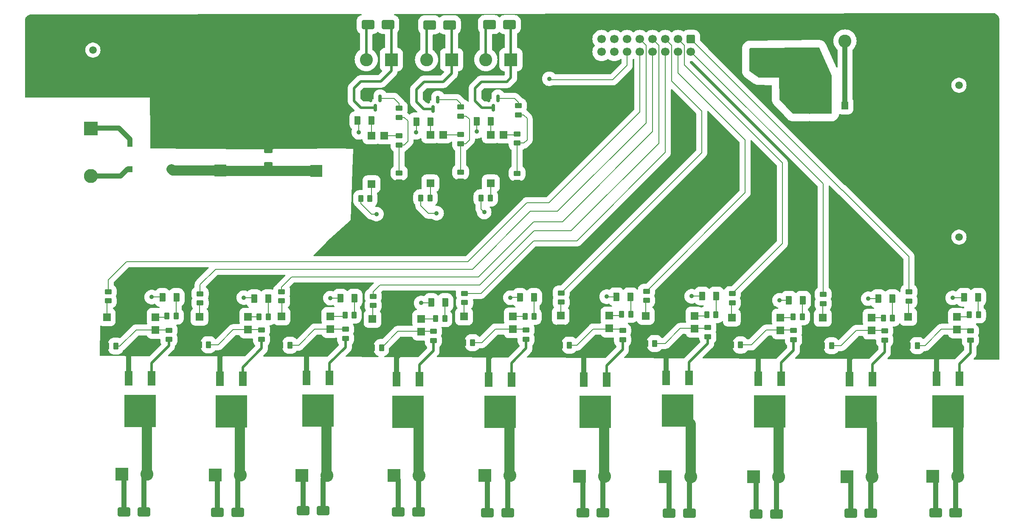
<source format=gbr>
%TF.GenerationSoftware,KiCad,Pcbnew,7.0.7*%
%TF.CreationDate,2024-09-30T16:59:32+02:00*%
%TF.ProjectId,control_motor_pcb,636f6e74-726f-46c5-9f6d-6f746f725f70,rev?*%
%TF.SameCoordinates,Original*%
%TF.FileFunction,Copper,L1,Top*%
%TF.FilePolarity,Positive*%
%FSLAX46Y46*%
G04 Gerber Fmt 4.6, Leading zero omitted, Abs format (unit mm)*
G04 Created by KiCad (PCBNEW 7.0.7) date 2024-09-30 16:59:32*
%MOMM*%
%LPD*%
G01*
G04 APERTURE LIST*
G04 Aperture macros list*
%AMRoundRect*
0 Rectangle with rounded corners*
0 $1 Rounding radius*
0 $2 $3 $4 $5 $6 $7 $8 $9 X,Y pos of 4 corners*
0 Add a 4 corners polygon primitive as box body*
4,1,4,$2,$3,$4,$5,$6,$7,$8,$9,$2,$3,0*
0 Add four circle primitives for the rounded corners*
1,1,$1+$1,$2,$3*
1,1,$1+$1,$4,$5*
1,1,$1+$1,$6,$7*
1,1,$1+$1,$8,$9*
0 Add four rect primitives between the rounded corners*
20,1,$1+$1,$2,$3,$4,$5,0*
20,1,$1+$1,$4,$5,$6,$7,0*
20,1,$1+$1,$6,$7,$8,$9,0*
20,1,$1+$1,$8,$9,$2,$3,0*%
G04 Aperture macros list end*
%TA.AperFunction,SMDPad,CuDef*%
%ADD10RoundRect,0.250000X-1.000000X-0.650000X1.000000X-0.650000X1.000000X0.650000X-1.000000X0.650000X0*%
%TD*%
%TA.AperFunction,SMDPad,CuDef*%
%ADD11RoundRect,0.250000X0.375000X0.625000X-0.375000X0.625000X-0.375000X-0.625000X0.375000X-0.625000X0*%
%TD*%
%TA.AperFunction,SMDPad,CuDef*%
%ADD12RoundRect,0.250000X-0.450000X0.262500X-0.450000X-0.262500X0.450000X-0.262500X0.450000X0.262500X0*%
%TD*%
%TA.AperFunction,SMDPad,CuDef*%
%ADD13R,1.500000X1.600000*%
%TD*%
%TA.AperFunction,SMDPad,CuDef*%
%ADD14RoundRect,0.150000X-0.150000X0.587500X-0.150000X-0.587500X0.150000X-0.587500X0.150000X0.587500X0*%
%TD*%
%TA.AperFunction,SMDPad,CuDef*%
%ADD15RoundRect,0.112500X-0.112500X0.187500X-0.112500X-0.187500X0.112500X-0.187500X0.112500X0.187500X0*%
%TD*%
%TA.AperFunction,ComponentPad*%
%ADD16R,2.600000X2.600000*%
%TD*%
%TA.AperFunction,ComponentPad*%
%ADD17C,2.600000*%
%TD*%
%TA.AperFunction,SMDPad,CuDef*%
%ADD18RoundRect,0.250000X-0.262500X-0.450000X0.262500X-0.450000X0.262500X0.450000X-0.262500X0.450000X0*%
%TD*%
%TA.AperFunction,SMDPad,CuDef*%
%ADD19R,1.500000X2.900000*%
%TD*%
%TA.AperFunction,SMDPad,CuDef*%
%ADD20R,6.300000X6.500000*%
%TD*%
%TA.AperFunction,SMDPad,CuDef*%
%ADD21RoundRect,0.250000X0.262500X0.450000X-0.262500X0.450000X-0.262500X-0.450000X0.262500X-0.450000X0*%
%TD*%
%TA.AperFunction,SMDPad,CuDef*%
%ADD22RoundRect,0.250000X0.450000X-0.262500X0.450000X0.262500X-0.450000X0.262500X-0.450000X-0.262500X0*%
%TD*%
%TA.AperFunction,SMDPad,CuDef*%
%ADD23R,0.990000X1.250000*%
%TD*%
%TA.AperFunction,SMDPad,CuDef*%
%ADD24R,1.600000X1.500000*%
%TD*%
%TA.AperFunction,SMDPad,CuDef*%
%ADD25C,1.500000*%
%TD*%
%TA.AperFunction,SMDPad,CuDef*%
%ADD26R,1.320000X1.540000*%
%TD*%
%TA.AperFunction,SMDPad,CuDef*%
%ADD27RoundRect,0.250000X0.550000X-1.500000X0.550000X1.500000X-0.550000X1.500000X-0.550000X-1.500000X0*%
%TD*%
%TA.AperFunction,ComponentPad*%
%ADD28C,0.800000*%
%TD*%
%TA.AperFunction,ComponentPad*%
%ADD29C,6.400000*%
%TD*%
%TA.AperFunction,ComponentPad*%
%ADD30R,2.400000X2.400000*%
%TD*%
%TA.AperFunction,ComponentPad*%
%ADD31C,2.400000*%
%TD*%
%TA.AperFunction,SMDPad,CuDef*%
%ADD32RoundRect,0.250000X0.625000X-0.312500X0.625000X0.312500X-0.625000X0.312500X-0.625000X-0.312500X0*%
%TD*%
%TA.AperFunction,ComponentPad*%
%ADD33RoundRect,0.250000X-0.600000X0.600000X-0.600000X-0.600000X0.600000X-0.600000X0.600000X0.600000X0*%
%TD*%
%TA.AperFunction,ComponentPad*%
%ADD34C,1.700000*%
%TD*%
%TA.AperFunction,ComponentPad*%
%ADD35R,2.790000X2.790000*%
%TD*%
%TA.AperFunction,ComponentPad*%
%ADD36C,2.790000*%
%TD*%
%TA.AperFunction,ViaPad*%
%ADD37C,0.900000*%
%TD*%
%TA.AperFunction,ViaPad*%
%ADD38C,0.700000*%
%TD*%
%TA.AperFunction,Conductor*%
%ADD39C,0.200000*%
%TD*%
%TA.AperFunction,Conductor*%
%ADD40C,0.500000*%
%TD*%
%TA.AperFunction,Conductor*%
%ADD41C,1.000000*%
%TD*%
%TA.AperFunction,Conductor*%
%ADD42C,2.000000*%
%TD*%
G04 APERTURE END LIST*
D10*
%TO.P,D15,1,K*%
%TO.N,+24V*%
X117450000Y-43325000D03*
%TO.P,D15,2,A*%
%TO.N,Net-(D15-A)*%
X121450000Y-43325000D03*
%TD*%
D11*
%TO.P,D28,1,K*%
%TO.N,Net-(D28-K)*%
X118193113Y-62505472D03*
%TO.P,D28,2,A*%
%TO.N,+24V*%
X115393113Y-62505472D03*
%TD*%
D12*
%TO.P,R18,1*%
%TO.N,Net-(R17-Pad1)*%
X130500000Y-104587500D03*
%TO.P,R18,2*%
%TO.N,/Electroiman_220DC/Mosfet_Opto8/In_Gate*%
X130500000Y-106412500D03*
%TD*%
D13*
%TO.P,U4,1*%
%TO.N,Net-(R7-Pad2)*%
X172864150Y-101489972D03*
%TO.P,U4,2*%
%TO.N,GND*%
X172864150Y-104029972D03*
%TO.P,U4,3*%
%TO.N,Net-(R8-Pad1)*%
X182564150Y-104029972D03*
%TO.P,U4,4*%
%TO.N,Net-(R46-Pad2)*%
X182564150Y-101489972D03*
%TD*%
D12*
%TO.P,R10,1*%
%TO.N,/IN5_1*%
X156000000Y-96925000D03*
%TO.P,R10,2*%
%TO.N,Net-(R10-Pad2)*%
X156000000Y-98750000D03*
%TD*%
D14*
%TO.P,Q12,1,G*%
%TO.N,Net-(Q12-G)*%
X131400000Y-58325000D03*
%TO.P,Q12,2,S*%
%TO.N,GND*%
X129500000Y-58325000D03*
%TO.P,Q12,3,D*%
%TO.N,Net-(D14-A)*%
X130450000Y-60200000D03*
%TD*%
D10*
%TO.P,D7,1,K*%
%TO.N,VDD*%
X160325000Y-140825000D03*
%TO.P,D7,2,A*%
%TO.N,/Electroiman_220DC/Mosfet_Opto3/mos_drain*%
X164325000Y-140825000D03*
%TD*%
D15*
%TO.P,D29,1,K*%
%TO.N,+24V*%
X205538412Y-60854048D03*
%TO.P,D29,2,A*%
%TO.N,GND*%
X205538412Y-62954048D03*
%TD*%
D13*
%TO.P,U3,1*%
%TO.N,Net-(R4-Pad2)*%
X190037870Y-101857493D03*
%TO.P,U3,2*%
%TO.N,GND*%
X190037870Y-104397493D03*
%TO.P,U3,3*%
%TO.N,Net-(R5-Pad1)*%
X199737870Y-104397493D03*
%TO.P,U3,4*%
%TO.N,Net-(R45-Pad2)*%
X199737870Y-101857493D03*
%TD*%
D10*
%TO.P,D8,1,K*%
%TO.N,VDD*%
X141325000Y-140825000D03*
%TO.P,D8,2,A*%
%TO.N,/Electroiman_220DC/Mosfet_Opto9/mos_drain*%
X145325000Y-140825000D03*
%TD*%
D16*
%TO.P,J16,1,Pin_1*%
%TO.N,Net-(D15-A)*%
X122125000Y-50345000D03*
D17*
%TO.P,J16,2,Pin_2*%
%TO.N,+24V*%
X117125000Y-50345000D03*
%TD*%
D18*
%TO.P,R35,1*%
%TO.N,/IN3_2*%
X128017500Y-77950000D03*
%TO.P,R35,2*%
%TO.N,Net-(R35-Pad2)*%
X129842500Y-77950000D03*
%TD*%
D19*
%TO.P,Q6,1,G*%
%TO.N,/Electroiman_220DC/Mosfet_Opto8/In_Gate*%
X127711000Y-114175000D03*
D20*
%TO.P,Q6,2,D*%
%TO.N,/Electroiman_220DC/Mosfet_Opto8/mos_drain*%
X125425000Y-120675000D03*
D19*
%TO.P,Q6,3,S*%
%TO.N,GND*%
X123139000Y-114175000D03*
%TD*%
D16*
%TO.P,J21,1,Pin_1*%
%TO.N,VDD*%
X140750000Y-133400000D03*
D17*
%TO.P,J21,2,Pin_2*%
%TO.N,/Electroiman_220DC/Mosfet_Opto9/mos_drain*%
X145750000Y-133400000D03*
%TD*%
D19*
%TO.P,Q5,1,G*%
%TO.N,/Electroiman_220DC/Mosfet_Opto9/In_Gate*%
X146111000Y-114200000D03*
D20*
%TO.P,Q5,2,D*%
%TO.N,/Electroiman_220DC/Mosfet_Opto9/mos_drain*%
X143825000Y-120700000D03*
D19*
%TO.P,Q5,3,S*%
%TO.N,GND*%
X141539000Y-114200000D03*
%TD*%
D12*
%TO.P,R37,1*%
%TO.N,Net-(R36-Pad1)*%
X135950000Y-72787500D03*
%TO.P,R37,2*%
%TO.N,GND*%
X135950000Y-74612500D03*
%TD*%
D21*
%TO.P,R8,1*%
%TO.N,Net-(R8-Pad1)*%
X174662500Y-107000000D03*
%TO.P,R8,2*%
%TO.N,GND*%
X172837500Y-107000000D03*
%TD*%
D12*
%TO.P,R41,1*%
%TO.N,Net-(R40-Pad1)*%
X123700000Y-72950000D03*
%TO.P,R41,2*%
%TO.N,GND*%
X123700000Y-74775000D03*
%TD*%
D22*
%TO.P,R38,1*%
%TO.N,Net-(R36-Pad1)*%
X135950000Y-61612500D03*
%TO.P,R38,2*%
%TO.N,Net-(Q12-G)*%
X135950000Y-59787500D03*
%TD*%
D21*
%TO.P,R51,1*%
%TO.N,Net-(D24-K)*%
X97592165Y-101683163D03*
%TO.P,R51,2*%
%TO.N,Net-(R51-Pad2)*%
X95767165Y-101683163D03*
%TD*%
D23*
%TO.P,D2,1,+*%
%TO.N,VDD*%
X78320000Y-72225000D03*
%TO.P,D2,2,-*%
%TO.N,GND*%
X78320000Y-67125000D03*
%TO.P,D2,3*%
%TO.N,+VSW*%
X69980000Y-67125000D03*
%TO.P,D2,4*%
%TO.N,-VSW*%
X69980000Y-72225000D03*
%TD*%
D12*
%TO.P,R22,1*%
%TO.N,/IN9_1*%
X84000000Y-97087500D03*
%TO.P,R22,2*%
%TO.N,Net-(R22-Pad2)*%
X84000000Y-98912500D03*
%TD*%
%TO.P,R3,1*%
%TO.N,Net-(R2-Pad1)*%
X220500000Y-104487500D03*
%TO.P,R3,2*%
%TO.N,/Electroiman_220DC/Mosfet_Opto1/In_Gate*%
X220500000Y-106312500D03*
%TD*%
%TO.P,R16,1*%
%TO.N,/IN7_1*%
X118500000Y-97587500D03*
%TO.P,R16,2*%
%TO.N,Net-(R16-Pad2)*%
X118500000Y-99412500D03*
%TD*%
D21*
%TO.P,R50,1*%
%TO.N,Net-(D23-K)*%
X114718152Y-101335358D03*
%TO.P,R50,2*%
%TO.N,Net-(R50-Pad2)*%
X112893152Y-101335358D03*
%TD*%
D12*
%TO.P,R9,1*%
%TO.N,Net-(R8-Pad1)*%
X185250000Y-103837500D03*
%TO.P,R9,2*%
%TO.N,/Electroiman_220DC/Mosfet_Opto5/In_Gate*%
X185250000Y-105662500D03*
%TD*%
D16*
%TO.P,J20,1,Pin_1*%
%TO.N,VDD*%
X159625000Y-133555000D03*
D17*
%TO.P,J20,2,Pin_2*%
%TO.N,/Electroiman_220DC/Mosfet_Opto3/mos_drain*%
X164625000Y-133555000D03*
%TD*%
D21*
%TO.P,R14,1*%
%TO.N,Net-(R14-Pad1)*%
X138325000Y-106837500D03*
%TO.P,R14,2*%
%TO.N,GND*%
X136500000Y-106837500D03*
%TD*%
D24*
%TO.P,U13,1*%
%TO.N,Net-(R39-Pad2)*%
X118180000Y-75200000D03*
%TO.P,U13,2*%
%TO.N,GND*%
X120720000Y-75200000D03*
%TO.P,U13,3*%
%TO.N,Net-(R40-Pad2)*%
X120720000Y-65500000D03*
%TO.P,U13,4*%
%TO.N,Net-(D28-K)*%
X118180000Y-65500000D03*
%TD*%
D12*
%TO.P,R30,1*%
%TO.N,Net-(R29-Pad1)*%
X77750000Y-104372500D03*
%TO.P,R30,2*%
%TO.N,/Electroiman_220DC/Mosfet_Opto4/In_Gate*%
X77750000Y-106197500D03*
%TD*%
D22*
%TO.P,R34,1*%
%TO.N,Net-(R32-Pad1)*%
X147200000Y-67012500D03*
%TO.P,R34,2*%
%TO.N,Net-(R34-Pad2)*%
X147200000Y-65187500D03*
%TD*%
D16*
%TO.P,J2,1,Pin_1*%
%TO.N,VDD*%
X230125000Y-133555000D03*
D17*
%TO.P,J2,2,Pin_2*%
%TO.N,/Electroiman_220DC/Mosfet_Opto/mos_drain*%
X235125000Y-133555000D03*
%TD*%
D21*
%TO.P,R2,1*%
%TO.N,Net-(R2-Pad1)*%
X209912050Y-107438538D03*
%TO.P,R2,2*%
%TO.N,GND*%
X208087050Y-107438538D03*
%TD*%
D16*
%TO.P,J13,1,Pin_1*%
%TO.N,Net-(D14-A)*%
X134150000Y-50370000D03*
D17*
%TO.P,J13,2,Pin_2*%
%TO.N,+24V*%
X129150000Y-50370000D03*
%TD*%
D11*
%TO.P,D18,1,K*%
%TO.N,Net-(D18-K)*%
X204203773Y-98365717D03*
%TO.P,D18,2,A*%
%TO.N,+24V*%
X201403773Y-98365717D03*
%TD*%
D10*
%TO.P,D5,1,K*%
%TO.N,VDD*%
X194900000Y-141025000D03*
%TO.P,D5,2,A*%
%TO.N,/Electroiman_220DC/Mosfet_Opto2/mos_drain*%
X198900000Y-141025000D03*
%TD*%
D21*
%TO.P,R48,1*%
%TO.N,Net-(D21-K)*%
X150608568Y-101617180D03*
%TO.P,R48,2*%
%TO.N,Net-(R48-Pad2)*%
X148783568Y-101617180D03*
%TD*%
D25*
%TO.P,FID1,*%
%TO.N,*%
X235340000Y-55450000D03*
%TD*%
D14*
%TO.P,Q11,1,G*%
%TO.N,Net-(Q11-G)*%
X143400000Y-58075000D03*
%TO.P,Q11,2,S*%
%TO.N,GND*%
X141500000Y-58075000D03*
%TO.P,Q11,3,D*%
%TO.N,Net-(D13-A)*%
X142450000Y-59950000D03*
%TD*%
D21*
%TO.P,R45,1*%
%TO.N,Net-(D18-K)*%
X204100816Y-101689126D03*
%TO.P,R45,2*%
%TO.N,Net-(R45-Pad2)*%
X202275816Y-101689126D03*
%TD*%
D19*
%TO.P,Q1,1,G*%
%TO.N,/Electroiman_220DC/Mosfet_Opto1/In_Gate*%
X218036000Y-114150000D03*
D20*
%TO.P,Q1,2,D*%
%TO.N,/Electroiman_220DC/Mosfet_Opto1/mos_drain*%
X215750000Y-120650000D03*
D19*
%TO.P,Q1,3,S*%
%TO.N,GND*%
X213464000Y-114150000D03*
%TD*%
D24*
%TO.P,U2,1*%
%TO.N,Net-(R31-Pad2)*%
X141971285Y-75035759D03*
%TO.P,U2,2*%
%TO.N,GND*%
X144511285Y-75035759D03*
%TO.P,U2,3*%
%TO.N,Net-(R34-Pad2)*%
X144511285Y-65335759D03*
%TO.P,U2,4*%
%TO.N,Net-(D26-K)*%
X141971285Y-65335759D03*
%TD*%
D13*
%TO.P,U6,1*%
%TO.N,Net-(R13-Pad2)*%
X136624123Y-101612479D03*
%TO.P,U6,2*%
%TO.N,GND*%
X136624123Y-104152479D03*
%TO.P,U6,3*%
%TO.N,Net-(R14-Pad1)*%
X146324123Y-104152479D03*
%TO.P,U6,4*%
%TO.N,Net-(R48-Pad2)*%
X146324123Y-101612479D03*
%TD*%
D10*
%TO.P,D11,1,K*%
%TO.N,VDD*%
X87475000Y-140750000D03*
%TO.P,D11,2,A*%
%TO.N,/Electroiman_220DC/Mosfet_Opto6/mos_drain*%
X91475000Y-140750000D03*
%TD*%
D26*
%TO.P,D1,1,K*%
%TO.N,+24V*%
X208675000Y-59495000D03*
%TO.P,D1,2,A*%
%TO.N,Net-(D1-A)*%
X212575000Y-59495000D03*
%TD*%
D19*
%TO.P,Q10,1,G*%
%TO.N,/Electroiman_220DC/Mosfet_Opto4/In_Gate*%
X74286000Y-114000000D03*
D20*
%TO.P,Q10,2,D*%
%TO.N,/Electroiman_220DC/Mosfet_Opto4/mos_drain*%
X72000000Y-120500000D03*
D19*
%TO.P,Q10,3,S*%
%TO.N,GND*%
X69714000Y-114000000D03*
%TD*%
D27*
%TO.P,C2,1*%
%TO.N,+24V*%
X194700000Y-49855000D03*
%TO.P,C2,2*%
%TO.N,GND*%
X194700000Y-44455000D03*
%TD*%
D28*
%TO.P,H1,1,1*%
%TO.N,GND*%
X233025000Y-48425000D03*
X233727944Y-46727944D03*
X233727944Y-50122056D03*
X235425000Y-46025000D03*
D29*
X235425000Y-48425000D03*
D28*
X235425000Y-50825000D03*
X237122056Y-46727944D03*
X237122056Y-50122056D03*
X237825000Y-48425000D03*
%TD*%
D10*
%TO.P,D14,1,K*%
%TO.N,+24V*%
X129750000Y-43425000D03*
%TO.P,D14,2,A*%
%TO.N,Net-(D14-A)*%
X133750000Y-43425000D03*
%TD*%
D13*
%TO.P,U7,1*%
%TO.N,Net-(R16-Pad2)*%
X118359433Y-102114716D03*
%TO.P,U7,2*%
%TO.N,GND*%
X118359433Y-104654716D03*
%TO.P,U7,3*%
%TO.N,Net-(R17-Pad1)*%
X128059433Y-104654716D03*
%TO.P,U7,4*%
%TO.N,Net-(R49-Pad2)*%
X128059433Y-102114716D03*
%TD*%
D19*
%TO.P,Q2,1,G*%
%TO.N,/Electroiman_220DC/Mosfet_Opto2/In_Gate*%
X199886000Y-114055000D03*
D20*
%TO.P,Q2,2,D*%
%TO.N,/Electroiman_220DC/Mosfet_Opto2/mos_drain*%
X197600000Y-120555000D03*
D19*
%TO.P,Q2,3,S*%
%TO.N,GND*%
X195314000Y-114055000D03*
%TD*%
D13*
%TO.P,U1,1*%
%TO.N,Net-(R1-Pad2)*%
X208168199Y-101877439D03*
%TO.P,U1,2*%
%TO.N,GND*%
X208168199Y-104417439D03*
%TO.P,U1,3*%
%TO.N,Net-(R2-Pad1)*%
X217868199Y-104417439D03*
%TO.P,U1,4*%
%TO.N,Net-(R44-Pad2)*%
X217868199Y-101877439D03*
%TD*%
D22*
%TO.P,R40,1*%
%TO.N,Net-(R40-Pad1)*%
X123700000Y-67362500D03*
%TO.P,R40,2*%
%TO.N,Net-(R40-Pad2)*%
X123700000Y-65537500D03*
%TD*%
D25*
%TO.P,FID3,*%
%TO.N,*%
X235340000Y-85768008D03*
%TD*%
D21*
%TO.P,R44,1*%
%TO.N,Net-(D17-K)*%
X222090691Y-101944526D03*
%TO.P,R44,2*%
%TO.N,Net-(R44-Pad2)*%
X220265691Y-101944526D03*
%TD*%
D11*
%TO.P,D19,1,K*%
%TO.N,Net-(D19-K)*%
X186928118Y-97530702D03*
%TO.P,D19,2,A*%
%TO.N,+24V*%
X184128118Y-97530702D03*
%TD*%
D12*
%TO.P,R32,1*%
%TO.N,Net-(R32-Pad1)*%
X147200000Y-73037500D03*
%TO.P,R32,2*%
%TO.N,GND*%
X147200000Y-74862500D03*
%TD*%
%TO.P,R24,1*%
%TO.N,Net-(R23-Pad1)*%
X96250000Y-104337500D03*
%TO.P,R24,2*%
%TO.N,/Electroiman_220DC/Mosfet_Opto6/In_Gate*%
X96250000Y-106162500D03*
%TD*%
%TO.P,R28,1*%
%TO.N,/IN10_1*%
X65636910Y-96675101D03*
%TO.P,R28,2*%
%TO.N,Net-(R28-Pad2)*%
X65636910Y-98500101D03*
%TD*%
D11*
%TO.P,D27,1,K*%
%TO.N,Net-(D27-K)*%
X129957704Y-62764799D03*
%TO.P,D27,2,A*%
%TO.N,+24V*%
X127157704Y-62764799D03*
%TD*%
D27*
%TO.P,C1,1*%
%TO.N,+24V*%
X203836346Y-49804023D03*
%TO.P,C1,2*%
%TO.N,GND*%
X203836346Y-44404023D03*
%TD*%
D12*
%TO.P,R15,1*%
%TO.N,Net-(R14-Pad1)*%
X149000000Y-104337500D03*
%TO.P,R15,2*%
%TO.N,/Electroiman_220DC/Mosfet_Opto9/In_Gate*%
X149000000Y-106162500D03*
%TD*%
D16*
%TO.P,J22,1,Pin_1*%
%TO.N,VDD*%
X122650000Y-133355000D03*
D17*
%TO.P,J22,2,Pin_2*%
%TO.N,/Electroiman_220DC/Mosfet_Opto8/mos_drain*%
X127650000Y-133355000D03*
%TD*%
D16*
%TO.P,J18,1,Pin_1*%
%TO.N,VDD*%
X194400000Y-133650000D03*
D17*
%TO.P,J18,2,Pin_2*%
%TO.N,/Electroiman_220DC/Mosfet_Opto2/mos_drain*%
X199400000Y-133650000D03*
%TD*%
D12*
%TO.P,R25,1*%
%TO.N,/IN1_1*%
X225345000Y-96695000D03*
%TO.P,R25,2*%
%TO.N,Net-(R25-Pad2)*%
X225345000Y-98520000D03*
%TD*%
D10*
%TO.P,D3,1,K*%
%TO.N,VDD*%
X230700000Y-140825000D03*
%TO.P,D3,2,A*%
%TO.N,/Electroiman_220DC/Mosfet_Opto/mos_drain*%
X234700000Y-140825000D03*
%TD*%
D16*
%TO.P,J1,1,Pin_1*%
%TO.N,GND*%
X217600000Y-46620000D03*
D17*
%TO.P,J1,2,Pin_2*%
%TO.N,Net-(D1-A)*%
X212600000Y-46620000D03*
%TD*%
D11*
%TO.P,D20,1,K*%
%TO.N,Net-(D20-K)*%
X169799799Y-97692102D03*
%TO.P,D20,2,A*%
%TO.N,+24V*%
X166999799Y-97692102D03*
%TD*%
D30*
%TO.P,C3,1*%
%TO.N,VDD*%
X107150000Y-72587755D03*
D31*
%TO.P,C3,2*%
%TO.N,GND*%
X107150000Y-65087755D03*
%TD*%
D19*
%TO.P,Q9,1,G*%
%TO.N,/Electroiman_220DC/Mosfet_Opto/In_Gate*%
X235411000Y-114075000D03*
D20*
%TO.P,Q9,2,D*%
%TO.N,/Electroiman_220DC/Mosfet_Opto/mos_drain*%
X233125000Y-120575000D03*
D19*
%TO.P,Q9,3,S*%
%TO.N,GND*%
X230839000Y-114075000D03*
%TD*%
D12*
%TO.P,R19,1*%
%TO.N,/IN8_1*%
X100250000Y-96687500D03*
%TO.P,R19,2*%
%TO.N,Net-(R19-Pad2)*%
X100250000Y-98512500D03*
%TD*%
D16*
%TO.P,J24,1,Pin_1*%
%TO.N,VDD*%
X87000000Y-133280000D03*
D17*
%TO.P,J24,2,Pin_2*%
%TO.N,/Electroiman_220DC/Mosfet_Opto6/mos_drain*%
X92000000Y-133280000D03*
%TD*%
D10*
%TO.P,D6,1,K*%
%TO.N,VDD*%
X177550000Y-140875000D03*
%TO.P,D6,2,A*%
%TO.N,/Electroiman_220DC/Mosfet_Opto5/mos_drain*%
X181550000Y-140875000D03*
%TD*%
D21*
%TO.P,R20,1*%
%TO.N,Net-(R20-Pad1)*%
X101912500Y-107350000D03*
%TO.P,R20,2*%
%TO.N,GND*%
X100087500Y-107350000D03*
%TD*%
D28*
%TO.P,H3,1,1*%
%TO.N,GND*%
X232940000Y-78062056D03*
X233642944Y-76365000D03*
X233642944Y-79759112D03*
X235340000Y-75662056D03*
D29*
X235340000Y-78062056D03*
D28*
X235340000Y-80462056D03*
X237037056Y-76365000D03*
X237037056Y-79759112D03*
X237740000Y-78062056D03*
%TD*%
D21*
%TO.P,R17,1*%
%TO.N,Net-(R17-Pad1)*%
X120162500Y-107837500D03*
%TO.P,R17,2*%
%TO.N,GND*%
X118337500Y-107837500D03*
%TD*%
D14*
%TO.P,Q13,1,G*%
%TO.N,Net-(Q13-G)*%
X119900000Y-58075000D03*
%TO.P,Q13,2,S*%
%TO.N,GND*%
X118000000Y-58075000D03*
%TO.P,Q13,3,D*%
%TO.N,Net-(D15-A)*%
X118950000Y-59950000D03*
%TD*%
D12*
%TO.P,R4,1*%
%TO.N,/IN3_1*%
X190100000Y-97070000D03*
%TO.P,R4,2*%
%TO.N,Net-(R4-Pad2)*%
X190100000Y-98895000D03*
%TD*%
D25*
%TO.P,FID2,*%
%TO.N,*%
X62620000Y-48425000D03*
%TD*%
D11*
%TO.P,D17,1,K*%
%TO.N,Net-(D17-K)*%
X222046254Y-98077754D03*
%TO.P,D17,2,A*%
%TO.N,+24V*%
X219246254Y-98077754D03*
%TD*%
D16*
%TO.P,J25,1,Pin_1*%
%TO.N,VDD*%
X68375000Y-133125000D03*
D17*
%TO.P,J25,2,Pin_2*%
%TO.N,/Electroiman_220DC/Mosfet_Opto4/mos_drain*%
X73375000Y-133125000D03*
%TD*%
D21*
%TO.P,R52,1*%
%TO.N,Net-(D25-K)*%
X79210301Y-101557330D03*
%TO.P,R52,2*%
%TO.N,Net-(R52-Pad2)*%
X77385301Y-101557330D03*
%TD*%
%TO.P,R29,1*%
%TO.N,Net-(R29-Pad1)*%
X67162500Y-107535000D03*
%TO.P,R29,2*%
%TO.N,GND*%
X65337500Y-107535000D03*
%TD*%
D11*
%TO.P,D24,1,K*%
%TO.N,Net-(D24-K)*%
X97614390Y-98060366D03*
%TO.P,D24,2,A*%
%TO.N,+24V*%
X94814390Y-98060366D03*
%TD*%
D21*
%TO.P,R5,1*%
%TO.N,Net-(R5-Pad1)*%
X191762500Y-107320000D03*
%TO.P,R5,2*%
%TO.N,GND*%
X189937500Y-107320000D03*
%TD*%
D22*
%TO.P,R36,1*%
%TO.N,Net-(R36-Pad1)*%
X135950000Y-67112500D03*
%TO.P,R36,2*%
%TO.N,Net-(R36-Pad2)*%
X135950000Y-65287500D03*
%TD*%
D13*
%TO.P,U9,1*%
%TO.N,Net-(R22-Pad2)*%
X83868059Y-101687762D03*
%TO.P,U9,2*%
%TO.N,GND*%
X83868059Y-104227762D03*
%TO.P,U9,3*%
%TO.N,Net-(R23-Pad1)*%
X93568059Y-104227762D03*
%TO.P,U9,4*%
%TO.N,Net-(R51-Pad2)*%
X93568059Y-101687762D03*
%TD*%
D10*
%TO.P,D12,1,K*%
%TO.N,VDD*%
X68800000Y-140600000D03*
%TO.P,D12,2,A*%
%TO.N,/Electroiman_220DC/Mosfet_Opto4/mos_drain*%
X72800000Y-140600000D03*
%TD*%
D32*
%TO.P,R53,1*%
%TO.N,VDD*%
X97559644Y-71386427D03*
%TO.P,R53,2*%
%TO.N,GND*%
X97559644Y-68461427D03*
%TD*%
D13*
%TO.P,U5,1*%
%TO.N,Net-(R10-Pad2)*%
X155900000Y-101480000D03*
%TO.P,U5,2*%
%TO.N,GND*%
X155900000Y-104020000D03*
%TO.P,U5,3*%
%TO.N,Net-(R11-Pad1)*%
X165600000Y-104020000D03*
%TO.P,U5,4*%
%TO.N,Net-(R47-Pad2)*%
X165600000Y-101480000D03*
%TD*%
D21*
%TO.P,R43,1*%
%TO.N,Net-(D16-K)*%
X239215321Y-101302795D03*
%TO.P,R43,2*%
%TO.N,Net-(R43-Pad2)*%
X237390321Y-101302795D03*
%TD*%
D22*
%TO.P,R42,1*%
%TO.N,Net-(R40-Pad1)*%
X123700000Y-61862500D03*
%TO.P,R42,2*%
%TO.N,Net-(Q13-G)*%
X123700000Y-60037500D03*
%TD*%
D33*
%TO.P,J14,1,Pin_1*%
%TO.N,/IN1_1*%
X181860000Y-46260000D03*
D34*
%TO.P,J14,2,Pin_2*%
%TO.N,/IN2_1*%
X181860000Y-48800000D03*
%TO.P,J14,3,Pin_3*%
%TO.N,/IN3_1*%
X179320000Y-46260000D03*
%TO.P,J14,4,Pin_4*%
%TO.N,/IN4_1*%
X179320000Y-48800000D03*
%TO.P,J14,5,Pin_5*%
%TO.N,/IN5_1*%
X176780000Y-46260000D03*
%TO.P,J14,6,Pin_6*%
%TO.N,/IN6_1*%
X176780000Y-48800000D03*
%TO.P,J14,7,Pin_7*%
%TO.N,/IN7_1*%
X174240000Y-46260000D03*
%TO.P,J14,8,Pin_8*%
%TO.N,/IN8_1*%
X174240000Y-48800000D03*
%TO.P,J14,9,Pin_9*%
%TO.N,/IN9_1*%
X171700000Y-46260000D03*
%TO.P,J14,10,Pin_10*%
%TO.N,/IN10_1*%
X171700000Y-48800000D03*
%TO.P,J14,11,Pin_11*%
%TO.N,/IN1_2*%
X169160000Y-46260000D03*
%TO.P,J14,12,Pin_12*%
%TO.N,/IN2_2*%
X169160000Y-48800000D03*
%TO.P,J14,13,Pin_13*%
%TO.N,/IN3_2*%
X166620000Y-46260000D03*
%TO.P,J14,14,Pin_14*%
%TO.N,unconnected-(J14-Pin_14-Pad14)*%
X166620000Y-48800000D03*
%TO.P,J14,15,Pin_15*%
%TO.N,unconnected-(J14-Pin_15-Pad15)*%
X164080000Y-46260000D03*
%TO.P,J14,16,Pin_16*%
%TO.N,unconnected-(J14-Pin_16-Pad16)*%
X164080000Y-48800000D03*
%TD*%
D24*
%TO.P,U12,1*%
%TO.N,Net-(R35-Pad2)*%
X129921375Y-75033018D03*
%TO.P,U12,2*%
%TO.N,GND*%
X132461375Y-75033018D03*
%TO.P,U12,3*%
%TO.N,Net-(R36-Pad2)*%
X132461375Y-65333018D03*
%TO.P,U12,4*%
%TO.N,Net-(D27-K)*%
X129921375Y-65333018D03*
%TD*%
D21*
%TO.P,R47,1*%
%TO.N,Net-(D20-K)*%
X169882143Y-101183052D03*
%TO.P,R47,2*%
%TO.N,Net-(R47-Pad2)*%
X168057143Y-101183052D03*
%TD*%
D19*
%TO.P,Q7,1,G*%
%TO.N,/Electroiman_220DC/Mosfet_Opto7/In_Gate*%
X109811000Y-113925000D03*
D20*
%TO.P,Q7,2,D*%
%TO.N,/Electroiman_220DC/Mosfet_Opto7/mos_drain*%
X107525000Y-120425000D03*
D19*
%TO.P,Q7,3,S*%
%TO.N,GND*%
X105239000Y-113925000D03*
%TD*%
D11*
%TO.P,D21,1,K*%
%TO.N,Net-(D21-K)*%
X150564131Y-97832245D03*
%TO.P,D21,2,A*%
%TO.N,+24V*%
X147764131Y-97832245D03*
%TD*%
D12*
%TO.P,R1,1*%
%TO.N,/IN2_1*%
X208250000Y-97237500D03*
%TO.P,R1,2*%
%TO.N,Net-(R1-Pad2)*%
X208250000Y-99062500D03*
%TD*%
D11*
%TO.P,D23,1,K*%
%TO.N,Net-(D23-K)*%
X114758622Y-97955000D03*
%TO.P,D23,2,A*%
%TO.N,+24V*%
X111958622Y-97955000D03*
%TD*%
D16*
%TO.P,J19,1,Pin_1*%
%TO.N,VDD*%
X176800000Y-133605000D03*
D17*
%TO.P,J19,2,Pin_2*%
%TO.N,/Electroiman_220DC/Mosfet_Opto5/mos_drain*%
X181800000Y-133605000D03*
%TD*%
D11*
%TO.P,D26,1,K*%
%TO.N,Net-(D26-K)*%
X141996466Y-62640509D03*
%TO.P,D26,2,A*%
%TO.N,+24V*%
X139196466Y-62640509D03*
%TD*%
%TO.P,D25,1,K*%
%TO.N,Net-(D25-K)*%
X79273817Y-97838379D03*
%TO.P,D25,2,A*%
%TO.N,+24V*%
X76473817Y-97838379D03*
%TD*%
%TO.P,D16,1,K*%
%TO.N,Net-(D16-K)*%
X239156210Y-97770868D03*
%TO.P,D16,2,A*%
%TO.N,+24V*%
X236356210Y-97770868D03*
%TD*%
D21*
%TO.P,R46,1*%
%TO.N,Net-(D19-K)*%
X186864780Y-101276992D03*
%TO.P,R46,2*%
%TO.N,Net-(R46-Pad2)*%
X185039780Y-101276992D03*
%TD*%
%TO.P,R23,1*%
%TO.N,Net-(R23-Pad1)*%
X85662500Y-107250000D03*
%TO.P,R23,2*%
%TO.N,GND*%
X83837500Y-107250000D03*
%TD*%
D10*
%TO.P,D9,1,K*%
%TO.N,VDD*%
X123525000Y-140650000D03*
%TO.P,D9,2,A*%
%TO.N,/Electroiman_220DC/Mosfet_Opto8/mos_drain*%
X127525000Y-140650000D03*
%TD*%
D13*
%TO.P,U10,1*%
%TO.N,Net-(R25-Pad2)*%
X225220282Y-101693679D03*
%TO.P,U10,2*%
%TO.N,GND*%
X225220282Y-104233679D03*
%TO.P,U10,3*%
%TO.N,Net-(R26-Pad1)*%
X234920282Y-104233679D03*
%TO.P,U10,4*%
%TO.N,Net-(R43-Pad2)*%
X234920282Y-101693679D03*
%TD*%
D16*
%TO.P,J12,1,Pin_1*%
%TO.N,Net-(D13-A)*%
X145975000Y-50345000D03*
D17*
%TO.P,J12,2,Pin_2*%
%TO.N,+24V*%
X140975000Y-50345000D03*
%TD*%
D10*
%TO.P,D10,1,K*%
%TO.N,VDD*%
X104550000Y-140400000D03*
%TO.P,D10,2,A*%
%TO.N,/Electroiman_220DC/Mosfet_Opto7/mos_drain*%
X108550000Y-140400000D03*
%TD*%
D13*
%TO.P,U8,1*%
%TO.N,Net-(R19-Pad2)*%
X100258894Y-101566657D03*
%TO.P,U8,2*%
%TO.N,GND*%
X100258894Y-104106657D03*
%TO.P,U8,3*%
%TO.N,Net-(R20-Pad1)*%
X109958894Y-104106657D03*
%TO.P,U8,4*%
%TO.N,Net-(R50-Pad2)*%
X109958894Y-101566657D03*
%TD*%
D19*
%TO.P,Q4,1,G*%
%TO.N,/Electroiman_220DC/Mosfet_Opto3/In_Gate*%
X165036000Y-114200000D03*
D20*
%TO.P,Q4,2,D*%
%TO.N,/Electroiman_220DC/Mosfet_Opto3/mos_drain*%
X162750000Y-120700000D03*
D19*
%TO.P,Q4,3,S*%
%TO.N,GND*%
X160464000Y-114200000D03*
%TD*%
D28*
%TO.P,H2,1,1*%
%TO.N,GND*%
X53870000Y-48425000D03*
X54572944Y-46727944D03*
X54572944Y-50122056D03*
X56270000Y-46025000D03*
D29*
X56270000Y-48425000D03*
D28*
X56270000Y-50825000D03*
X57967056Y-46727944D03*
X57967056Y-50122056D03*
X58670000Y-48425000D03*
%TD*%
D12*
%TO.P,R13,1*%
%TO.N,/IN6_1*%
X136750000Y-97000000D03*
%TO.P,R13,2*%
%TO.N,Net-(R13-Pad2)*%
X136750000Y-98825000D03*
%TD*%
D19*
%TO.P,Q8,1,G*%
%TO.N,/Electroiman_220DC/Mosfet_Opto6/In_Gate*%
X92486000Y-114075000D03*
D20*
%TO.P,Q8,2,D*%
%TO.N,/Electroiman_220DC/Mosfet_Opto6/mos_drain*%
X90200000Y-120575000D03*
D19*
%TO.P,Q8,3,S*%
%TO.N,GND*%
X87914000Y-114075000D03*
%TD*%
%TO.P,Q3,1,G*%
%TO.N,/Electroiman_220DC/Mosfet_Opto5/In_Gate*%
X181511000Y-113900000D03*
D20*
%TO.P,Q3,2,D*%
%TO.N,/Electroiman_220DC/Mosfet_Opto5/mos_drain*%
X179225000Y-120400000D03*
D19*
%TO.P,Q3,3,S*%
%TO.N,GND*%
X176939000Y-113900000D03*
%TD*%
D30*
%TO.P,C4,1*%
%TO.N,VDD*%
X88026648Y-72465424D03*
D31*
%TO.P,C4,2*%
%TO.N,GND*%
X88026648Y-64965424D03*
%TD*%
D18*
%TO.P,R39,1*%
%TO.N,/IN2_2*%
X116037500Y-78112500D03*
%TO.P,R39,2*%
%TO.N,Net-(R39-Pad2)*%
X117862500Y-78112500D03*
%TD*%
D12*
%TO.P,R7,1*%
%TO.N,/IN4_1*%
X173000000Y-96587500D03*
%TO.P,R7,2*%
%TO.N,Net-(R7-Pad2)*%
X173000000Y-98412500D03*
%TD*%
%TO.P,R6,1*%
%TO.N,Net-(R5-Pad1)*%
X202350000Y-104407500D03*
%TO.P,R6,2*%
%TO.N,/Electroiman_220DC/Mosfet_Opto2/In_Gate*%
X202350000Y-106232500D03*
%TD*%
D10*
%TO.P,D4,1,K*%
%TO.N,VDD*%
X213750000Y-140925000D03*
%TO.P,D4,2,A*%
%TO.N,/Electroiman_220DC/Mosfet_Opto1/mos_drain*%
X217750000Y-140925000D03*
%TD*%
D21*
%TO.P,R11,1*%
%TO.N,Net-(R11-Pad1)*%
X157662500Y-107337500D03*
%TO.P,R11,2*%
%TO.N,GND*%
X155837500Y-107337500D03*
%TD*%
D12*
%TO.P,R27,1*%
%TO.N,Net-(R26-Pad1)*%
X237600000Y-104507500D03*
%TO.P,R27,2*%
%TO.N,/Electroiman_220DC/Mosfet_Opto/In_Gate*%
X237600000Y-106332500D03*
%TD*%
D10*
%TO.P,D13,1,K*%
%TO.N,+24V*%
X141700000Y-43350000D03*
%TO.P,D13,2,A*%
%TO.N,Net-(D13-A)*%
X145700000Y-43350000D03*
%TD*%
D12*
%TO.P,R21,1*%
%TO.N,Net-(R20-Pad1)*%
X113000000Y-104187500D03*
%TO.P,R21,2*%
%TO.N,/Electroiman_220DC/Mosfet_Opto7/In_Gate*%
X113000000Y-106012500D03*
%TD*%
%TO.P,R12,1*%
%TO.N,Net-(R11-Pad1)*%
X168250000Y-104425000D03*
%TO.P,R12,2*%
%TO.N,/Electroiman_220DC/Mosfet_Opto3/In_Gate*%
X168250000Y-106250000D03*
%TD*%
D35*
%TO.P,J15,1,Pin_1*%
%TO.N,+VSW*%
X62225000Y-64100000D03*
D36*
%TO.P,J15,2,Pin_2*%
%TO.N,-VSW*%
X62225000Y-73600000D03*
%TD*%
D22*
%TO.P,R33,1*%
%TO.N,Net-(R32-Pad1)*%
X147450000Y-61362500D03*
%TO.P,R33,2*%
%TO.N,Net-(Q11-G)*%
X147450000Y-59537500D03*
%TD*%
D11*
%TO.P,D22,1,K*%
%TO.N,Net-(D22-K)*%
X132872788Y-98855200D03*
%TO.P,D22,2,A*%
%TO.N,+24V*%
X130072788Y-98855200D03*
%TD*%
D18*
%TO.P,R31,1*%
%TO.N,/IN1_2*%
X140037500Y-77950000D03*
%TO.P,R31,2*%
%TO.N,Net-(R31-Pad2)*%
X141862500Y-77950000D03*
%TD*%
D16*
%TO.P,J23,1,Pin_1*%
%TO.N,VDD*%
X104250000Y-133330000D03*
D17*
%TO.P,J23,2,Pin_2*%
%TO.N,/Electroiman_220DC/Mosfet_Opto7/mos_drain*%
X109250000Y-133330000D03*
%TD*%
D21*
%TO.P,R49,1*%
%TO.N,Net-(D22-K)*%
X132782366Y-102048356D03*
%TO.P,R49,2*%
%TO.N,Net-(R49-Pad2)*%
X130957366Y-102048356D03*
%TD*%
D16*
%TO.P,J17,1,Pin_1*%
%TO.N,VDD*%
X213000000Y-133575000D03*
D17*
%TO.P,J17,2,Pin_2*%
%TO.N,/Electroiman_220DC/Mosfet_Opto1/mos_drain*%
X218000000Y-133575000D03*
%TD*%
D21*
%TO.P,R26,1*%
%TO.N,Net-(R26-Pad1)*%
X227012500Y-107420000D03*
%TO.P,R26,2*%
%TO.N,GND*%
X225187500Y-107420000D03*
%TD*%
D13*
%TO.P,U11,1*%
%TO.N,Net-(R28-Pad2)*%
X65394609Y-101737776D03*
%TO.P,U11,2*%
%TO.N,GND*%
X65394609Y-104277776D03*
%TO.P,U11,3*%
%TO.N,Net-(R29-Pad1)*%
X75094609Y-104277776D03*
%TO.P,U11,4*%
%TO.N,Net-(R52-Pad2)*%
X75094609Y-101737776D03*
%TD*%
D37*
%TO.N,+24V*%
X205375000Y-54295000D03*
X201125000Y-54295000D03*
X92715882Y-97855775D03*
X145870215Y-97873163D03*
X201050000Y-57970000D03*
X203050000Y-59720000D03*
X128062936Y-98937037D03*
X199069821Y-52521035D03*
X115650000Y-64853163D03*
X127068795Y-64853163D03*
X203125000Y-56045000D03*
X201125000Y-56045000D03*
X234073570Y-97914081D03*
X205300000Y-57970000D03*
X182035294Y-97586736D03*
X203125000Y-54295000D03*
X207375000Y-56045000D03*
X207375000Y-54295000D03*
X201069821Y-52521035D03*
X205375000Y-56045000D03*
X109982869Y-97955000D03*
X197026230Y-52481392D03*
X217250042Y-98077754D03*
X165064964Y-97671643D03*
X74344621Y-97746313D03*
X203050000Y-57970000D03*
X139177766Y-64675000D03*
X199539096Y-98396406D03*
D38*
%TO.N,GND*%
X116517739Y-57818122D03*
X177775000Y-83000000D03*
D37*
X71125000Y-49250000D03*
D38*
X69750000Y-97035000D03*
D37*
X163395979Y-107727160D03*
X104252698Y-57810507D03*
D38*
X154060000Y-57295000D03*
X212725000Y-84475000D03*
X181153728Y-106801961D03*
D37*
X87925000Y-47850000D03*
X76700000Y-49275000D03*
D38*
X98325000Y-61650000D03*
D37*
X99052698Y-57910507D03*
X93377698Y-47835507D03*
D38*
X217061729Y-109054500D03*
X206250000Y-105000000D03*
D37*
X89575000Y-47850000D03*
X104252698Y-56060507D03*
D38*
X97075000Y-61650000D03*
X211475000Y-84475000D03*
D37*
X95300000Y-57825000D03*
X228300000Y-45782809D03*
D38*
X99000000Y-109000000D03*
D37*
X83925000Y-46125000D03*
D38*
X116750000Y-104750000D03*
X240437214Y-106825568D03*
D37*
X72816840Y-107598216D03*
D38*
X174050000Y-86525000D03*
X104000000Y-98250000D03*
X59500000Y-53625000D03*
D37*
X74775000Y-49200000D03*
X95300000Y-56075000D03*
X80425000Y-49500000D03*
D38*
X179025000Y-81500000D03*
X181125000Y-63225000D03*
X181500000Y-78050000D03*
X232320000Y-106845000D03*
X196760000Y-106845000D03*
D37*
X133860000Y-84259285D03*
D38*
X93122405Y-108551960D03*
D37*
X99052698Y-56160507D03*
X102502698Y-56060507D03*
D38*
X141750000Y-99000000D03*
X97050000Y-63050000D03*
X178250000Y-98000000D03*
D37*
X72975000Y-47575000D03*
D38*
X143420000Y-106845000D03*
X198510000Y-106845000D03*
D37*
X228300000Y-43532809D03*
D38*
X145170000Y-106845000D03*
X230750000Y-98000000D03*
D37*
X81325000Y-57650000D03*
D38*
X178250000Y-99250000D03*
D37*
X128660000Y-84359285D03*
D38*
X206150000Y-42175000D03*
D37*
X72875000Y-52750000D03*
D38*
X183000000Y-79300000D03*
X59500000Y-55125000D03*
D37*
X108238572Y-107783432D03*
X190275000Y-87075000D03*
X190275000Y-85325000D03*
D38*
X62925000Y-53625000D03*
X161250000Y-98000000D03*
D37*
X82975000Y-57650000D03*
D38*
X134500000Y-104500000D03*
X164220000Y-108595000D03*
X216725000Y-87225000D03*
D37*
X71225000Y-47625000D03*
D38*
X175300000Y-85025000D03*
X109076610Y-108707543D03*
D37*
X120680000Y-84397438D03*
D38*
X145170000Y-108595000D03*
X183000000Y-78050000D03*
D37*
X78675000Y-51250000D03*
D38*
X192650000Y-45175000D03*
D37*
X82175000Y-46125000D03*
D38*
X81750000Y-104750000D03*
X125130286Y-56864899D03*
X181153728Y-108551961D03*
X171250000Y-104750000D03*
X106000000Y-98250000D03*
X242187214Y-106825568D03*
X58250000Y-53625000D03*
X220725000Y-92475000D03*
X127475000Y-70975000D03*
X232320000Y-108595000D03*
X123700000Y-77100000D03*
X179625000Y-67300000D03*
D37*
X226050000Y-48532809D03*
D38*
X71250000Y-98285000D03*
D37*
X193775000Y-83575000D03*
D38*
X107326610Y-108707543D03*
D37*
X197694845Y-107690319D03*
D38*
X199150000Y-43675000D03*
X179625000Y-61975000D03*
X91372405Y-108551960D03*
X177775000Y-81500000D03*
D37*
X118980000Y-84497438D03*
X72875000Y-49250000D03*
D38*
X124250000Y-101750000D03*
X132950000Y-76850000D03*
D37*
X144300120Y-107665758D03*
D38*
X88000000Y-97750000D03*
D37*
X82975000Y-59400000D03*
D38*
X89500000Y-97750000D03*
X160000000Y-99250000D03*
D37*
X74850000Y-46000000D03*
X95127698Y-46085507D03*
X192025000Y-83575000D03*
D38*
X104000000Y-99750000D03*
X242187214Y-108575568D03*
X206250000Y-106250000D03*
X134500000Y-107000000D03*
X140500000Y-99000000D03*
X206150000Y-45175000D03*
D37*
X82125000Y-49400000D03*
D38*
X179403728Y-108551961D03*
X153500000Y-105750000D03*
D37*
X73100000Y-45975000D03*
D38*
X81750000Y-106000000D03*
D37*
X74625000Y-52750000D03*
X76675000Y-51050000D03*
X78775000Y-47875000D03*
X223550000Y-48532809D03*
D38*
X188250000Y-106250000D03*
D37*
X95127698Y-47835507D03*
X241327654Y-107672909D03*
X192025000Y-85325000D03*
D38*
X198510000Y-108595000D03*
X215311729Y-107304500D03*
D37*
X132110000Y-84259285D03*
D38*
X174050000Y-85025000D03*
D37*
X97050000Y-57825000D03*
X74775000Y-47650000D03*
D38*
X125440406Y-108761736D03*
X200650000Y-42175000D03*
X91372405Y-106801960D03*
D37*
X83875000Y-51150000D03*
X233246301Y-107690319D03*
X86175000Y-47850000D03*
D38*
X162470000Y-106845000D03*
D37*
X78675000Y-49500000D03*
D38*
X71951022Y-108489606D03*
X122500000Y-101750000D03*
D37*
X71125000Y-52750000D03*
X91850000Y-57925000D03*
X78775000Y-46125000D03*
D38*
X153500000Y-104500000D03*
D37*
X92295678Y-107617648D03*
D38*
X162470000Y-108595000D03*
X124250000Y-100000000D03*
D37*
X83925000Y-47875000D03*
X79575000Y-57650000D03*
X76800000Y-46050000D03*
D38*
X129804174Y-56728505D03*
X154040000Y-58585000D03*
D37*
X106100000Y-56075000D03*
D38*
X61675000Y-53625000D03*
X153500000Y-107000000D03*
X139650000Y-70675000D03*
D37*
X80525000Y-46125000D03*
D38*
X62925000Y-55125000D03*
X88000000Y-96500000D03*
X181125000Y-66050000D03*
X73701022Y-108489606D03*
X215475000Y-88725000D03*
X134200000Y-76850000D03*
D37*
X91850000Y-56175000D03*
D38*
X154060000Y-56045000D03*
X212250000Y-98250000D03*
X71250000Y-97035000D03*
X121200000Y-77100000D03*
D37*
X87925000Y-46100000D03*
D38*
X134500000Y-105750000D03*
X135178100Y-56742144D03*
X220725000Y-90975000D03*
X179025000Y-83000000D03*
D37*
X76775000Y-47675000D03*
D38*
X179625000Y-63225000D03*
X217061729Y-107304500D03*
X160000000Y-98000000D03*
X197150000Y-45175000D03*
D37*
X216188970Y-108083288D03*
X226050000Y-50782809D03*
X100802698Y-56160507D03*
D38*
X240437214Y-108575568D03*
D37*
X86175000Y-46100000D03*
D38*
X229500000Y-98000000D03*
X106000000Y-99750000D03*
X125975000Y-70975000D03*
X211475000Y-82975000D03*
X215311729Y-109054500D03*
X127190406Y-107011736D03*
D37*
X107850000Y-56075000D03*
D38*
X219475000Y-90975000D03*
X195500000Y-99500000D03*
X199150000Y-45175000D03*
D37*
X102502698Y-57810507D03*
D38*
X223500000Y-107500000D03*
X171250000Y-106000000D03*
X212250000Y-99500000D03*
X89500000Y-96500000D03*
X71951022Y-106739606D03*
D37*
X192025000Y-87075000D03*
X71225000Y-45875000D03*
X107850000Y-57825000D03*
D38*
X107326610Y-106957543D03*
D37*
X93600000Y-56175000D03*
X82125000Y-51150000D03*
X82175000Y-47875000D03*
D38*
X122500000Y-100000000D03*
X213500000Y-99500000D03*
X122450000Y-77100000D03*
X216725000Y-88725000D03*
X161250000Y-99250000D03*
D37*
X228300000Y-48532809D03*
D38*
X139650000Y-71925000D03*
X61675000Y-55125000D03*
X58250000Y-55125000D03*
X201150000Y-45175000D03*
X196760000Y-108595000D03*
X194250000Y-99500000D03*
D37*
X97050000Y-56075000D03*
D38*
X81750000Y-107250000D03*
X229500000Y-99250000D03*
X199150000Y-42175000D03*
D37*
X79475000Y-61025000D03*
X80525000Y-47875000D03*
D38*
X171250000Y-107250000D03*
D37*
X84725000Y-59400000D03*
X91325000Y-47850000D03*
D38*
X230750000Y-99250000D03*
D37*
X193775000Y-87075000D03*
D38*
X215475000Y-87225000D03*
D37*
X84675000Y-60925000D03*
X93600000Y-57925000D03*
D38*
X98300000Y-63050000D03*
X177000000Y-99250000D03*
D37*
X81225000Y-61025000D03*
X223550000Y-50782809D03*
X89575000Y-46100000D03*
D38*
X234070000Y-108595000D03*
D37*
X100802698Y-57910507D03*
D38*
X93122405Y-106801960D03*
X177000000Y-98000000D03*
X133868717Y-56714866D03*
X175300000Y-86525000D03*
X135450000Y-76850000D03*
D37*
X84725000Y-57650000D03*
X130410000Y-84359285D03*
D38*
X234070000Y-106845000D03*
X116517739Y-56808806D03*
X181125000Y-61975000D03*
X141750000Y-97750000D03*
X69750000Y-98285000D03*
D37*
X193775000Y-81575000D03*
X93377698Y-46085507D03*
D38*
X212725000Y-82975000D03*
X188250000Y-105000000D03*
X181125000Y-67300000D03*
D37*
X79575000Y-59400000D03*
D38*
X223500000Y-106250000D03*
D37*
X74625000Y-51000000D03*
D38*
X109076610Y-106957543D03*
D37*
X106100000Y-57825000D03*
D38*
X179403728Y-106801961D03*
X127190406Y-108761736D03*
X197650000Y-42175000D03*
D37*
X81325000Y-59400000D03*
X80425000Y-51250000D03*
D38*
X127475000Y-69725000D03*
X219475000Y-92475000D03*
X125440406Y-107011736D03*
X102000000Y-104500000D03*
D37*
X83875000Y-49400000D03*
X180293666Y-107616637D03*
X71125000Y-51000000D03*
D38*
X116750000Y-107750000D03*
X125975000Y-69725000D03*
X192650000Y-42175000D03*
X223500000Y-105000000D03*
X73701022Y-106739606D03*
X181500000Y-79300000D03*
D37*
X122430000Y-84397438D03*
X76625000Y-52750000D03*
D38*
X143420000Y-108595000D03*
X152790000Y-58585000D03*
D37*
X188775000Y-87075000D03*
D38*
X195500000Y-98250000D03*
X188250000Y-107500000D03*
D37*
X126353325Y-107820272D03*
X72875000Y-51000000D03*
X82925000Y-60925000D03*
D38*
X206250000Y-107500000D03*
D37*
X91325000Y-46100000D03*
X193775000Y-85325000D03*
D38*
X194250000Y-98250000D03*
X164220000Y-106845000D03*
X213500000Y-98250000D03*
X179625000Y-66050000D03*
D37*
X228300000Y-50782809D03*
%TO.N,/IN1_2*%
X140650000Y-80775000D03*
%TO.N,/IN2_2*%
X153650000Y-54175000D03*
X119150000Y-81175000D03*
%TO.N,/IN3_2*%
X131150000Y-81000000D03*
%TD*%
D39*
%TO.N,+24V*%
X145911133Y-97832245D02*
X145870215Y-97873163D01*
X129990951Y-98937037D02*
X130072788Y-98855200D01*
X92715882Y-97855775D02*
X94609799Y-97855775D01*
X234073570Y-97914081D02*
X236212997Y-97914081D01*
X236212997Y-97914081D02*
X236356210Y-97770868D01*
X115650000Y-62762359D02*
X115393113Y-62505472D01*
D40*
X129150000Y-44025000D02*
X129750000Y-43425000D01*
D39*
X184072084Y-97586736D02*
X184128118Y-97530702D01*
X147764131Y-97832245D02*
X145911133Y-97832245D01*
X111958622Y-97955000D02*
X109982869Y-97955000D01*
X94609799Y-97855775D02*
X94814390Y-98060366D01*
X165085423Y-97692102D02*
X165064964Y-97671643D01*
D40*
X140975000Y-44075000D02*
X141700000Y-43350000D01*
D39*
X127157704Y-64764254D02*
X127157704Y-62764799D01*
X76381751Y-97746313D02*
X74344621Y-97746313D01*
X166999799Y-97692102D02*
X165085423Y-97692102D01*
X127068795Y-64853163D02*
X127157704Y-64764254D01*
D40*
X117125000Y-43650000D02*
X117450000Y-43325000D01*
X129150000Y-50370000D02*
X129150000Y-44025000D01*
D39*
X115650000Y-64853163D02*
X115650000Y-62762359D01*
X128062936Y-98937037D02*
X129990951Y-98937037D01*
X139196466Y-64656300D02*
X139196466Y-62640509D01*
D40*
X117125000Y-50345000D02*
X117125000Y-43650000D01*
D39*
X139177766Y-64675000D02*
X139196466Y-64656300D01*
X217250042Y-98077754D02*
X219246254Y-98077754D01*
D40*
X140975000Y-50345000D02*
X140975000Y-44075000D01*
D39*
X76473817Y-97838379D02*
X76381751Y-97746313D01*
X199539096Y-98396406D02*
X201373084Y-98396406D01*
X201373084Y-98396406D02*
X201403773Y-98365717D01*
X182035294Y-97586736D02*
X184072084Y-97586736D01*
D41*
%TO.N,GND*%
X123139000Y-114175000D02*
X123139000Y-109861000D01*
X233246301Y-107653699D02*
X232775000Y-108125000D01*
D39*
X147200000Y-74862500D02*
X147187500Y-74850000D01*
D41*
X144300120Y-107665758D02*
X143600000Y-107725000D01*
X213464000Y-114150000D02*
X213464000Y-110036000D01*
D39*
X123625000Y-74850000D02*
X121082500Y-74850000D01*
X121082500Y-74850000D02*
X120720000Y-75212500D01*
D41*
X213464000Y-110036000D02*
X214900000Y-108600000D01*
X87914000Y-109461000D02*
X89100000Y-108275000D01*
D39*
X132900000Y-74600000D02*
X132450000Y-75050000D01*
D41*
X195314000Y-109686000D02*
X196525000Y-108475000D01*
X105239000Y-113925000D02*
X105239000Y-109386000D01*
X230839000Y-114075000D02*
X230839000Y-110061000D01*
X87914000Y-114075000D02*
X87914000Y-109461000D01*
X195314000Y-114055000D02*
X195314000Y-109686000D01*
X141539000Y-109786000D02*
X144300120Y-107665758D01*
X105239000Y-109386000D02*
X107375000Y-107250000D01*
D39*
X135950000Y-74612500D02*
X135937500Y-74600000D01*
D41*
X230839000Y-110061000D02*
X233209681Y-107690319D01*
X160464000Y-109611000D02*
X161650000Y-108425000D01*
X176939000Y-109736000D02*
X178250000Y-108425000D01*
X233246301Y-107690319D02*
X233246301Y-107653699D01*
D39*
X147187500Y-74850000D02*
X144670000Y-74850000D01*
D41*
X176939000Y-113900000D02*
X176939000Y-109736000D01*
X123139000Y-109861000D02*
X125325000Y-107675000D01*
X69714000Y-108861000D02*
X70550000Y-108025000D01*
D39*
X123700000Y-74775000D02*
X123625000Y-74850000D01*
X135937500Y-74600000D02*
X132900000Y-74600000D01*
X144670000Y-74850000D02*
X144470000Y-75050000D01*
D41*
X69714000Y-114000000D02*
X69714000Y-108861000D01*
X233209681Y-107690319D02*
X233246301Y-107690319D01*
X160464000Y-114200000D02*
X160464000Y-109611000D01*
X141539000Y-114200000D02*
X141539000Y-109786000D01*
D39*
%TO.N,/IN9_1*%
X155269295Y-80650000D02*
X149825000Y-80650000D01*
X171700000Y-46260000D02*
X172950000Y-47510000D01*
X84000000Y-95250000D02*
X84000000Y-97087500D01*
X172950000Y-47510000D02*
X172950000Y-62969295D01*
X172950000Y-62969295D02*
X155269295Y-80650000D01*
X149825000Y-80650000D02*
X138300000Y-92175000D01*
X87075000Y-92175000D02*
X84000000Y-95250000D01*
X138300000Y-92175000D02*
X87075000Y-92175000D01*
%TO.N,/IN10_1*%
X149170000Y-78905000D02*
X137392056Y-90682944D01*
X65636910Y-94363090D02*
X65636910Y-96675101D01*
X171700000Y-48800000D02*
X171700000Y-60800000D01*
X69317056Y-90682944D02*
X65636910Y-94363090D01*
X171700000Y-60800000D02*
X153595000Y-78905000D01*
X153595000Y-78905000D02*
X149170000Y-78905000D01*
X137392056Y-90682944D02*
X69317056Y-90682944D01*
%TO.N,/IN1_1*%
X211950000Y-76350000D02*
X212050000Y-76350000D01*
X212050000Y-76350000D02*
X225345000Y-89645000D01*
X181860000Y-46260000D02*
X211950000Y-76350000D01*
X225345000Y-89645000D02*
X225345000Y-96695000D01*
%TO.N,/IN1_2*%
X140650000Y-80775000D02*
X140637500Y-80775000D01*
X140037500Y-80175000D02*
X140037500Y-77950000D01*
X140637500Y-80775000D02*
X140037500Y-80175000D01*
%TO.N,/IN2_1*%
X181875000Y-48800000D02*
X208225000Y-75150000D01*
X208225000Y-97212500D02*
X208250000Y-97237500D01*
X208225000Y-75150000D02*
X208225000Y-97212500D01*
X181860000Y-48800000D02*
X181875000Y-48800000D01*
%TO.N,/IN2_2*%
X153650000Y-54175000D02*
X153875000Y-54400000D01*
X116037500Y-79062500D02*
X116037500Y-78112500D01*
X118150000Y-81175000D02*
X116037500Y-79062500D01*
X119150000Y-81175000D02*
X118150000Y-81175000D01*
X166275000Y-54400000D02*
X169160000Y-51515000D01*
X153875000Y-54400000D02*
X166275000Y-54400000D01*
X169160000Y-51515000D02*
X169160000Y-48800000D01*
%TO.N,/IN3_1*%
X180550000Y-47490000D02*
X180550000Y-51425000D01*
X180550000Y-51425000D02*
X200100000Y-70975000D01*
X200100000Y-87070000D02*
X190100000Y-97070000D01*
X200100000Y-70975000D02*
X200100000Y-87070000D01*
X179320000Y-46260000D02*
X180550000Y-47490000D01*
%TO.N,/IN4_1*%
X179300000Y-48820000D02*
X179300000Y-52975000D01*
X192675000Y-66350000D02*
X192675000Y-76912500D01*
X192675000Y-76912500D02*
X173000000Y-96587500D01*
X179300000Y-52975000D02*
X192675000Y-66350000D01*
X179320000Y-48800000D02*
X179300000Y-48820000D01*
%TO.N,/IN5_1*%
X178000000Y-54600000D02*
X184025000Y-60625000D01*
X176780000Y-46260000D02*
X178000000Y-47480000D01*
X178000000Y-47480000D02*
X178000000Y-54600000D01*
X184025000Y-68900000D02*
X156000000Y-96925000D01*
X184025000Y-60625000D02*
X184025000Y-68900000D01*
%TO.N,/IN6_1*%
X176800000Y-68865000D02*
X159140000Y-86525000D01*
X159140000Y-86525000D02*
X150475000Y-86525000D01*
X140000000Y-97000000D02*
X136750000Y-97000000D01*
X176800000Y-48820000D02*
X176800000Y-68865000D01*
X150475000Y-86525000D02*
X140000000Y-97000000D01*
X176780000Y-48800000D02*
X176800000Y-48820000D01*
%TO.N,/IN7_1*%
X118500000Y-96725000D02*
X118500000Y-97587500D01*
X139725000Y-95375000D02*
X119850000Y-95375000D01*
X119850000Y-95375000D02*
X118500000Y-96725000D01*
X175475000Y-67025000D02*
X157981528Y-84518472D01*
X174240000Y-46260000D02*
X175475000Y-47495000D01*
X175475000Y-47495000D02*
X175475000Y-67025000D01*
X157981528Y-84518472D02*
X150581528Y-84518472D01*
X150581528Y-84518472D02*
X139725000Y-95375000D01*
%TO.N,/IN8_1*%
X174240000Y-48800000D02*
X174240000Y-64714921D01*
X150510000Y-82715000D02*
X139500000Y-93725000D01*
X100250000Y-95750000D02*
X100250000Y-96687500D01*
X156239921Y-82715000D02*
X150510000Y-82715000D01*
X174240000Y-64714921D02*
X156239921Y-82715000D01*
X139500000Y-93725000D02*
X102275000Y-93725000D01*
X102275000Y-93725000D02*
X100250000Y-95750000D01*
D42*
%TO.N,VDD*%
X78320000Y-72225000D02*
X78570000Y-72475000D01*
D41*
X104550000Y-133630000D02*
X104250000Y-133330000D01*
X104550000Y-140400000D02*
X104550000Y-133630000D01*
X194900000Y-141025000D02*
X194900000Y-134150000D01*
X177550000Y-134355000D02*
X176800000Y-133605000D01*
X141325000Y-133975000D02*
X140750000Y-133400000D01*
X177550000Y-140875000D02*
X177550000Y-134355000D01*
X213750000Y-134325000D02*
X213000000Y-133575000D01*
X160325000Y-134255000D02*
X159625000Y-133555000D01*
X230700000Y-140825000D02*
X230700000Y-134130000D01*
D42*
X78570000Y-72475000D02*
X88787245Y-72475000D01*
X88850000Y-72537755D02*
X106150000Y-72537755D01*
D41*
X87475000Y-140750000D02*
X87475000Y-133755000D01*
X141325000Y-140825000D02*
X141325000Y-133975000D01*
X87475000Y-133755000D02*
X87000000Y-133280000D01*
D42*
X88787245Y-72475000D02*
X88850000Y-72537755D01*
D41*
X123525000Y-134230000D02*
X122650000Y-133355000D01*
X213750000Y-140925000D02*
X213750000Y-134325000D01*
X230700000Y-134130000D02*
X230125000Y-133555000D01*
X123525000Y-140650000D02*
X123525000Y-134230000D01*
X68800000Y-140600000D02*
X68800000Y-133550000D01*
X68800000Y-133550000D02*
X68375000Y-133125000D01*
X160325000Y-140825000D02*
X160325000Y-134255000D01*
X194900000Y-134150000D02*
X194400000Y-133650000D01*
%TO.N,+VSW*%
X67800000Y-64025000D02*
X62300000Y-64025000D01*
X69980000Y-67125000D02*
X69980000Y-66205000D01*
X62300000Y-64025000D02*
X62225000Y-64100000D01*
X69980000Y-66205000D02*
X67800000Y-64025000D01*
%TO.N,-VSW*%
X69500000Y-72225000D02*
X68125000Y-73600000D01*
X68125000Y-73600000D02*
X62225000Y-73600000D01*
X69980000Y-72225000D02*
X69500000Y-72225000D01*
D39*
%TO.N,Net-(R5-Pad1)*%
X199700000Y-104340000D02*
X196910000Y-104340000D01*
X202282500Y-104340000D02*
X199700000Y-104340000D01*
X193930000Y-107320000D02*
X191762500Y-107320000D01*
X196910000Y-104340000D02*
X193930000Y-107320000D01*
%TO.N,Net-(R14-Pad1)*%
X148770000Y-104107500D02*
X149000000Y-104337500D01*
X142892500Y-104107500D02*
X146350000Y-104107500D01*
X148912500Y-104250000D02*
X149000000Y-104337500D01*
X140162500Y-106837500D02*
X142892500Y-104107500D01*
X146350000Y-104107500D02*
X148770000Y-104107500D01*
X138325000Y-106837500D02*
X140162500Y-106837500D01*
%TO.N,Net-(R20-Pad1)*%
X113000000Y-104187500D02*
X112949582Y-104137082D01*
X103650000Y-107350000D02*
X101912500Y-107350000D01*
X109979245Y-104137082D02*
X106862918Y-104137082D01*
X112949582Y-104137082D02*
X109979245Y-104137082D01*
X106862918Y-104137082D02*
X103650000Y-107350000D01*
%TO.N,Net-(R23-Pad1)*%
X87625000Y-107250000D02*
X90605000Y-104270000D01*
X96062500Y-104150000D02*
X96250000Y-104337500D01*
X96182500Y-104270000D02*
X96250000Y-104337500D01*
X90605000Y-104270000D02*
X96182500Y-104270000D01*
X85662500Y-107250000D02*
X87625000Y-107250000D01*
%TO.N,Net-(Q11-G)*%
X147450000Y-59537500D02*
X147450000Y-58850000D01*
X147450000Y-58850000D02*
X146675000Y-58075000D01*
X146675000Y-58075000D02*
X143400000Y-58075000D01*
%TO.N,Net-(Q12-G)*%
X135175000Y-58325000D02*
X131400000Y-58325000D01*
X135950000Y-59787500D02*
X135950000Y-59100000D01*
X135950000Y-59100000D02*
X135175000Y-58325000D01*
%TO.N,Net-(Q13-G)*%
X123700000Y-59100000D02*
X122675000Y-58075000D01*
X122675000Y-58075000D02*
X119900000Y-58075000D01*
X123700000Y-60037500D02*
X123700000Y-59100000D01*
%TO.N,Net-(R2-Pad1)*%
X214830000Y-104420000D02*
X217850000Y-104420000D01*
X209912050Y-107438538D02*
X211811462Y-107438538D01*
X211811462Y-107438538D02*
X214830000Y-104420000D01*
X220432500Y-104420000D02*
X217850000Y-104420000D01*
X220500000Y-104487500D02*
X220432500Y-104420000D01*
X220537500Y-104450000D02*
X220500000Y-104487500D01*
%TO.N,Net-(R11-Pad1)*%
X168250000Y-104425000D02*
X167932500Y-104107500D01*
X162392500Y-104107500D02*
X159162500Y-107337500D01*
X167932500Y-104107500D02*
X165600000Y-104107500D01*
X159162500Y-107337500D02*
X157662500Y-107337500D01*
X168162500Y-104337500D02*
X168250000Y-104425000D01*
X165600000Y-104107500D02*
X162392500Y-104107500D01*
%TO.N,Net-(R17-Pad1)*%
X130500000Y-104587500D02*
X130480000Y-104607500D01*
X123392500Y-104607500D02*
X128100000Y-104607500D01*
X120162500Y-107837500D02*
X123392500Y-104607500D01*
X130480000Y-104607500D02*
X128100000Y-104607500D01*
%TO.N,Net-(R26-Pad1)*%
X237282500Y-104190000D02*
X237600000Y-104507500D01*
X237412500Y-104320000D02*
X237600000Y-104507500D01*
X227012500Y-107420000D02*
X228580000Y-107420000D01*
X228580000Y-107420000D02*
X231810000Y-104190000D01*
X231810000Y-104190000D02*
X234950000Y-104190000D01*
X234950000Y-104190000D02*
X237282500Y-104190000D01*
%TO.N,Net-(R29-Pad1)*%
X77762500Y-104360000D02*
X77750000Y-104372500D01*
X67162500Y-107535000D02*
X68000000Y-107535000D01*
X68000000Y-107535000D02*
X71230000Y-104305000D01*
X77682500Y-104305000D02*
X77750000Y-104372500D01*
X71230000Y-104305000D02*
X75100000Y-104305000D01*
X75100000Y-104305000D02*
X77682500Y-104305000D01*
%TO.N,Net-(R31-Pad2)*%
X141862500Y-77950000D02*
X141930000Y-77882500D01*
X141930000Y-77882500D02*
X141930000Y-75050000D01*
%TO.N,Net-(R32-Pad1)*%
X148537500Y-67012500D02*
X149200000Y-66350000D01*
X147200000Y-73037500D02*
X147200000Y-67012500D01*
X148462500Y-61362500D02*
X147450000Y-61362500D01*
X147200000Y-67012500D02*
X148537500Y-67012500D01*
X149200000Y-66350000D02*
X149200000Y-62100000D01*
X149200000Y-62100000D02*
X148462500Y-61362500D01*
%TO.N,Net-(R34-Pad2)*%
X147037500Y-65350000D02*
X144470000Y-65350000D01*
X147200000Y-65187500D02*
X147037500Y-65350000D01*
%TO.N,Net-(R35-Pad2)*%
X129910000Y-77882500D02*
X129910000Y-75050000D01*
X129842500Y-77950000D02*
X129910000Y-77882500D01*
%TO.N,Net-(R36-Pad1)*%
X137700000Y-66350000D02*
X137700000Y-62225000D01*
X136000000Y-72837500D02*
X135950000Y-72787500D01*
X137700000Y-62225000D02*
X137087500Y-61612500D01*
X137087500Y-61612500D02*
X135950000Y-61612500D01*
X136937500Y-67112500D02*
X137700000Y-66350000D01*
X135950000Y-67112500D02*
X136937500Y-67112500D01*
X135950000Y-72787500D02*
X135950000Y-67112500D01*
%TO.N,Net-(R36-Pad2)*%
X135950000Y-65287500D02*
X135887500Y-65350000D01*
X135887500Y-65350000D02*
X132450000Y-65350000D01*
%TO.N,Net-(R39-Pad2)*%
X117862500Y-78112500D02*
X118180000Y-77795000D01*
X118180000Y-77795000D02*
X118180000Y-75212500D01*
%TO.N,Net-(R40-Pad1)*%
X123700000Y-67362500D02*
X124687500Y-67362500D01*
X125450000Y-66600000D02*
X125450000Y-62600000D01*
X123737500Y-72912500D02*
X123700000Y-72950000D01*
X123700000Y-72950000D02*
X123700000Y-67362500D01*
X124712500Y-61862500D02*
X123700000Y-61862500D01*
X124687500Y-67362500D02*
X125450000Y-66600000D01*
X125450000Y-62600000D02*
X124712500Y-61862500D01*
%TO.N,Net-(R40-Pad2)*%
X123675000Y-65512500D02*
X120720000Y-65512500D01*
X123700000Y-65537500D02*
X123675000Y-65512500D01*
%TO.N,Net-(R43-Pad2)*%
X237390321Y-101302795D02*
X236999437Y-101693679D01*
X236999437Y-101693679D02*
X234920282Y-101693679D01*
%TO.N,Net-(R44-Pad2)*%
X220265691Y-101944526D02*
X220198604Y-101877439D01*
X220198604Y-101877439D02*
X217868199Y-101877439D01*
%TO.N,Net-(R45-Pad2)*%
X202107449Y-101857493D02*
X199737870Y-101857493D01*
X202275816Y-101689126D02*
X202107449Y-101857493D01*
%TO.N,Net-(R46-Pad2)*%
X184826800Y-101489972D02*
X182564150Y-101489972D01*
X185039780Y-101276992D02*
X184826800Y-101489972D01*
%TO.N,Net-(R47-Pad2)*%
X167760195Y-101480000D02*
X165600000Y-101480000D01*
X168057143Y-101183052D02*
X167760195Y-101480000D01*
%TO.N,Net-(R48-Pad2)*%
X148778867Y-101612479D02*
X146324123Y-101612479D01*
X148783568Y-101617180D02*
X148778867Y-101612479D01*
%TO.N,Net-(R49-Pad2)*%
X130891006Y-102114716D02*
X128059433Y-102114716D01*
X130957366Y-102048356D02*
X130891006Y-102114716D01*
%TO.N,Net-(R50-Pad2)*%
X112661853Y-101566657D02*
X109958894Y-101566657D01*
X112893152Y-101335358D02*
X112661853Y-101566657D01*
%TO.N,Net-(R51-Pad2)*%
X95767165Y-101683163D02*
X95762566Y-101687762D01*
X95762566Y-101687762D02*
X93568059Y-101687762D01*
%TO.N,Net-(R52-Pad2)*%
X77204855Y-101737776D02*
X75094609Y-101737776D01*
X77385301Y-101557330D02*
X77204855Y-101737776D01*
%TO.N,/IN3_2*%
X131150000Y-81000000D02*
X129485000Y-81000000D01*
X128025000Y-79540000D02*
X128025000Y-77957500D01*
X128025000Y-77957500D02*
X128017500Y-77950000D01*
X129485000Y-81000000D02*
X128025000Y-79540000D01*
D40*
%TO.N,/Electroiman_220DC/Mosfet_Opto1/In_Gate*%
X218036000Y-114150000D02*
X218036000Y-111214000D01*
X218036000Y-111214000D02*
X220500000Y-108750000D01*
X220500000Y-108750000D02*
X220500000Y-106312500D01*
%TO.N,/Electroiman_220DC/Mosfet_Opto2/In_Gate*%
X202350000Y-108400000D02*
X202350000Y-106232500D01*
X199886000Y-110864000D02*
X202350000Y-108400000D01*
X199886000Y-114055000D02*
X199886000Y-110864000D01*
%TO.N,/Electroiman_220DC/Mosfet_Opto5/In_Gate*%
X181511000Y-110739000D02*
X185250000Y-107000000D01*
X181511000Y-113900000D02*
X181511000Y-110739000D01*
X185250000Y-107000000D02*
X185250000Y-105662500D01*
%TO.N,/Electroiman_220DC/Mosfet_Opto3/In_Gate*%
X168250000Y-108250000D02*
X168250000Y-106250000D01*
X165036000Y-114200000D02*
X165036000Y-111464000D01*
X165036000Y-111464000D02*
X168250000Y-108250000D01*
%TO.N,/Electroiman_220DC/Mosfet_Opto9/In_Gate*%
X149000000Y-106162500D02*
X149000000Y-108000000D01*
X146111000Y-110889000D02*
X146111000Y-114200000D01*
X149000000Y-108000000D02*
X146111000Y-110889000D01*
%TO.N,/Electroiman_220DC/Mosfet_Opto8/In_Gate*%
X127711000Y-111289000D02*
X130500000Y-108500000D01*
X130500000Y-108500000D02*
X130500000Y-106412500D01*
X127711000Y-114175000D02*
X127711000Y-111289000D01*
%TO.N,/Electroiman_220DC/Mosfet_Opto7/In_Gate*%
X109811000Y-110939000D02*
X113000000Y-107750000D01*
X109811000Y-113925000D02*
X109811000Y-110939000D01*
X113000000Y-107750000D02*
X113000000Y-106012500D01*
%TO.N,/Electroiman_220DC/Mosfet_Opto6/In_Gate*%
X92486000Y-114075000D02*
X92486000Y-111764000D01*
X92486000Y-111764000D02*
X96250000Y-108000000D01*
X96250000Y-108000000D02*
X96250000Y-106162500D01*
%TO.N,/Electroiman_220DC/Mosfet_Opto/In_Gate*%
X235411000Y-114075000D02*
X235411000Y-111089000D01*
X237600000Y-108900000D02*
X237600000Y-106332500D01*
X235411000Y-111089000D02*
X237600000Y-108900000D01*
%TO.N,/Electroiman_220DC/Mosfet_Opto4/In_Gate*%
X74286000Y-114000000D02*
X74286000Y-110941500D01*
X77750000Y-107477500D02*
X77750000Y-106197500D01*
X74286000Y-110941500D02*
X77750000Y-107477500D01*
D39*
%TO.N,Net-(R1-Pad2)*%
X208250000Y-99062500D02*
X208150000Y-99162500D01*
X208150000Y-99162500D02*
X208150000Y-101880000D01*
%TO.N,Net-(R4-Pad2)*%
X190100000Y-98895000D02*
X190000000Y-98995000D01*
X190000000Y-98995000D02*
X190000000Y-101800000D01*
%TO.N,Net-(R7-Pad2)*%
X172900000Y-98512500D02*
X172900000Y-101480000D01*
X173000000Y-98412500D02*
X172900000Y-98512500D01*
%TO.N,Net-(R10-Pad2)*%
X155900000Y-101567500D02*
X155900000Y-98850000D01*
X155900000Y-98850000D02*
X156000000Y-98750000D01*
%TO.N,Net-(R13-Pad2)*%
X136750000Y-98825000D02*
X136650000Y-98925000D01*
X136650000Y-98925000D02*
X136650000Y-101567500D01*
%TO.N,Net-(R16-Pad2)*%
X118400000Y-99512500D02*
X118400000Y-102067500D01*
X118500000Y-99412500D02*
X118400000Y-99512500D01*
%TO.N,Net-(R19-Pad2)*%
X100250000Y-98512500D02*
X100279245Y-98541745D01*
X100279245Y-98541745D02*
X100279245Y-101597082D01*
%TO.N,Net-(R22-Pad2)*%
X83900000Y-101730000D02*
X83900000Y-99012500D01*
X83900000Y-99012500D02*
X84000000Y-98912500D01*
%TO.N,Net-(R25-Pad2)*%
X225250000Y-98615000D02*
X225345000Y-98520000D01*
X225250000Y-101650000D02*
X225250000Y-98615000D01*
%TO.N,Net-(R28-Pad2)*%
X65394609Y-98742402D02*
X65636910Y-98500101D01*
X65394609Y-101737776D02*
X65394609Y-98742402D01*
D41*
%TO.N,Net-(D1-A)*%
X212600000Y-46620000D02*
X212600000Y-59470000D01*
X212600000Y-59470000D02*
X212575000Y-59495000D01*
D40*
%TO.N,Net-(D13-A)*%
X145170000Y-54775000D02*
X145975000Y-53970000D01*
X145975000Y-43625000D02*
X145700000Y-43350000D01*
X140185000Y-59950000D02*
X138820000Y-58585000D01*
D41*
X145700000Y-50070000D02*
X145975000Y-50345000D01*
D40*
X145975000Y-53970000D02*
X145975000Y-50345000D01*
X138820000Y-58585000D02*
X138820000Y-56045000D01*
X140090000Y-54775000D02*
X145170000Y-54775000D01*
X145975000Y-50345000D02*
X145975000Y-43625000D01*
X142450000Y-59950000D02*
X140185000Y-59950000D01*
X138820000Y-56045000D02*
X140090000Y-54775000D01*
%TO.N,Net-(D14-A)*%
X134150000Y-43825000D02*
X133750000Y-43425000D01*
X132470000Y-54775000D02*
X134150000Y-53095000D01*
X128660000Y-54775000D02*
X132470000Y-54775000D01*
X128556435Y-60200000D02*
X127130851Y-58774416D01*
D41*
X133750000Y-49970000D02*
X134150000Y-50370000D01*
D40*
X127130851Y-56304149D02*
X128660000Y-54775000D01*
X134150000Y-53095000D02*
X134150000Y-50370000D01*
X130450000Y-60200000D02*
X128556435Y-60200000D01*
X134150000Y-50370000D02*
X134150000Y-43825000D01*
X127130851Y-58774416D02*
X127130851Y-56304149D01*
D41*
%TO.N,Net-(D15-A)*%
X121450000Y-49670000D02*
X122125000Y-50345000D01*
D40*
X116055000Y-59950000D02*
X114690000Y-58585000D01*
X120035302Y-54694698D02*
X122125000Y-52605000D01*
X116040302Y-54694698D02*
X120035302Y-54694698D01*
X118950000Y-59950000D02*
X116055000Y-59950000D01*
X114690000Y-56045000D02*
X116040302Y-54694698D01*
X122125000Y-52605000D02*
X122125000Y-50345000D01*
X114690000Y-58585000D02*
X114690000Y-56045000D01*
X122125000Y-44000000D02*
X121450000Y-43325000D01*
X122125000Y-50345000D02*
X122125000Y-44000000D01*
D42*
%TO.N,/Electroiman_220DC/Mosfet_Opto/mos_drain*%
X235175000Y-133505000D02*
X235125000Y-133555000D01*
X233125000Y-120575000D02*
X235175000Y-122625000D01*
D41*
X234700000Y-133980000D02*
X235125000Y-133555000D01*
D42*
X235175000Y-122625000D02*
X235175000Y-133505000D01*
D41*
X234700000Y-140825000D02*
X234700000Y-133980000D01*
D42*
%TO.N,/Electroiman_220DC/Mosfet_Opto1/mos_drain*%
X215750000Y-120650000D02*
X217975000Y-122875000D01*
D41*
X217750000Y-133825000D02*
X218000000Y-133575000D01*
D42*
X217975000Y-133550000D02*
X218000000Y-133575000D01*
X217975000Y-122875000D02*
X217975000Y-133550000D01*
D41*
X217750000Y-140925000D02*
X217750000Y-133825000D01*
%TO.N,/Electroiman_220DC/Mosfet_Opto2/mos_drain*%
X198900000Y-141025000D02*
X198900000Y-134150000D01*
D42*
X197600000Y-120555000D02*
X199350000Y-122305000D01*
D41*
X198900000Y-134150000D02*
X199400000Y-133650000D01*
D42*
X199350000Y-122305000D02*
X199350000Y-133600000D01*
X199350000Y-133600000D02*
X199400000Y-133650000D01*
%TO.N,/Electroiman_220DC/Mosfet_Opto5/mos_drain*%
X181825000Y-123000000D02*
X181825000Y-133580000D01*
X181825000Y-133580000D02*
X181800000Y-133605000D01*
D41*
X181550000Y-140875000D02*
X181550000Y-133855000D01*
D42*
X179225000Y-120400000D02*
X181825000Y-123000000D01*
D41*
X181550000Y-133855000D02*
X181800000Y-133605000D01*
D42*
%TO.N,/Electroiman_220DC/Mosfet_Opto3/mos_drain*%
X164525000Y-122475000D02*
X164525000Y-133455000D01*
X164525000Y-133455000D02*
X164625000Y-133555000D01*
X162750000Y-120700000D02*
X164525000Y-122475000D01*
D41*
X164325000Y-133855000D02*
X164625000Y-133555000D01*
X164325000Y-140825000D02*
X164325000Y-133855000D01*
D42*
%TO.N,/Electroiman_220DC/Mosfet_Opto9/mos_drain*%
X145675000Y-122550000D02*
X145675000Y-133325000D01*
D41*
X145325000Y-133825000D02*
X145750000Y-133400000D01*
D42*
X143825000Y-120700000D02*
X145675000Y-122550000D01*
D41*
X145325000Y-140825000D02*
X145325000Y-133825000D01*
D42*
X145675000Y-133325000D02*
X145750000Y-133400000D01*
%TO.N,/Electroiman_220DC/Mosfet_Opto8/mos_drain*%
X127600000Y-133305000D02*
X127650000Y-133355000D01*
D41*
X127525000Y-133480000D02*
X127650000Y-133355000D01*
D42*
X127600000Y-122850000D02*
X127600000Y-133305000D01*
X125425000Y-120675000D02*
X127600000Y-122850000D01*
D41*
X127525000Y-140650000D02*
X127525000Y-133480000D01*
D42*
%TO.N,/Electroiman_220DC/Mosfet_Opto7/mos_drain*%
X109200000Y-122100000D02*
X109200000Y-133280000D01*
X109200000Y-133280000D02*
X109250000Y-133330000D01*
D41*
X108550000Y-134030000D02*
X109250000Y-133330000D01*
X108550000Y-140400000D02*
X108550000Y-134030000D01*
D42*
X107525000Y-120425000D02*
X109200000Y-122100000D01*
D41*
%TO.N,/Electroiman_220DC/Mosfet_Opto6/mos_drain*%
X91475000Y-133805000D02*
X92000000Y-133280000D01*
X91475000Y-140750000D02*
X91475000Y-133805000D01*
D42*
X90200000Y-120575000D02*
X91925000Y-122300000D01*
X91925000Y-122300000D02*
X91925000Y-133205000D01*
X91925000Y-133205000D02*
X92000000Y-133280000D01*
%TO.N,/Electroiman_220DC/Mosfet_Opto4/mos_drain*%
X73350000Y-133100000D02*
X73375000Y-133125000D01*
X73350000Y-121850000D02*
X73350000Y-133100000D01*
D41*
X72800000Y-140600000D02*
X72800000Y-133700000D01*
D42*
X72000000Y-120500000D02*
X73350000Y-121850000D01*
D41*
X72800000Y-133700000D02*
X73375000Y-133125000D01*
D39*
%TO.N,Net-(D16-K)*%
X239156210Y-101243684D02*
X239215321Y-101302795D01*
X239156210Y-97770868D02*
X239156210Y-101243684D01*
%TO.N,Net-(D17-K)*%
X222046254Y-98077754D02*
X222090691Y-98122191D01*
X222090691Y-98122191D02*
X222090691Y-101944526D01*
%TO.N,Net-(D18-K)*%
X204203773Y-98365717D02*
X204100816Y-98468674D01*
X204100816Y-98468674D02*
X204100816Y-101689126D01*
%TO.N,Net-(D19-K)*%
X186928118Y-97530702D02*
X186928118Y-101213654D01*
X186928118Y-101213654D02*
X186864780Y-101276992D01*
%TO.N,Net-(D20-K)*%
X169882143Y-97774446D02*
X169882143Y-101183052D01*
X169799799Y-97692102D02*
X169882143Y-97774446D01*
%TO.N,Net-(D21-K)*%
X150564131Y-97832245D02*
X150564131Y-101572743D01*
X150564131Y-101572743D02*
X150608568Y-101617180D01*
%TO.N,Net-(D22-K)*%
X132872788Y-98855200D02*
X132782366Y-98945622D01*
X132782366Y-98945622D02*
X132782366Y-102048356D01*
%TO.N,Net-(D23-K)*%
X114718152Y-101335358D02*
X114758622Y-101294888D01*
X114758622Y-101294888D02*
X114758622Y-97955000D01*
%TO.N,Net-(D24-K)*%
X97592165Y-98082591D02*
X97592165Y-101683163D01*
X97614390Y-98060366D02*
X97592165Y-98082591D01*
%TO.N,Net-(D25-K)*%
X79210301Y-101557330D02*
X79210301Y-97901895D01*
X79210301Y-97901895D02*
X79273817Y-97838379D01*
%TO.N,Net-(D26-K)*%
X141971285Y-65335759D02*
X141971285Y-62665690D01*
X141971285Y-62665690D02*
X141996466Y-62640509D01*
%TO.N,Net-(D27-K)*%
X129957704Y-62764799D02*
X129921375Y-62801128D01*
X129921375Y-62801128D02*
X129921375Y-65333018D01*
%TO.N,Net-(D28-K)*%
X118180000Y-65500000D02*
X118180000Y-62518585D01*
X118180000Y-62518585D02*
X118193113Y-62505472D01*
%TO.N,Net-(R8-Pad1)*%
X179730000Y-104020000D02*
X182600000Y-104020000D01*
X176750000Y-107000000D02*
X179730000Y-104020000D01*
X185062500Y-103650000D02*
X185250000Y-103837500D01*
X185067500Y-104020000D02*
X182600000Y-104020000D01*
X174662500Y-107000000D02*
X176750000Y-107000000D01*
X185250000Y-103837500D02*
X185067500Y-104020000D01*
%TD*%
%TA.AperFunction,Conductor*%
%TO.N,+24V*%
G36*
X207432364Y-47918198D02*
G01*
X207478710Y-47970484D01*
X207479804Y-47972876D01*
X209929301Y-53480941D01*
X209940000Y-53531327D01*
X209940000Y-61039220D01*
X209920315Y-61106259D01*
X209867511Y-61152014D01*
X209816000Y-61163220D01*
X205839626Y-61163220D01*
X205834760Y-61163029D01*
X205714293Y-61153548D01*
X205714291Y-61153548D01*
X205538304Y-61153548D01*
X205362532Y-61153549D01*
X205242070Y-61163029D01*
X205237204Y-61163220D01*
X202272664Y-61163220D01*
X202205625Y-61143535D01*
X202182811Y-61124674D01*
X199557443Y-58364178D01*
X199525507Y-58302035D01*
X199523301Y-58279841D01*
X199484099Y-53928362D01*
X195341174Y-53908728D01*
X195274229Y-53888726D01*
X195269682Y-53885628D01*
X194508576Y-53341912D01*
X193614423Y-52703150D01*
X193571317Y-52648164D01*
X193562504Y-52602535D01*
X193552554Y-48177699D01*
X193572088Y-48110617D01*
X193624789Y-48064744D01*
X193675156Y-48053430D01*
X207365108Y-47899270D01*
X207432364Y-47918198D01*
G37*
%TD.AperFunction*%
%TD*%
%TA.AperFunction,Conductor*%
%TO.N,GND*%
G36*
X242058063Y-41050598D02*
G01*
X242174065Y-41057663D01*
X242252124Y-41062418D01*
X242271616Y-41065172D01*
X242454117Y-41105956D01*
X242472929Y-41111763D01*
X242646667Y-41180929D01*
X242664324Y-41189641D01*
X242824910Y-41285441D01*
X242840971Y-41296844D01*
X242984369Y-41416869D01*
X242998421Y-41430670D01*
X243121000Y-41571881D01*
X243132690Y-41587735D01*
X243231361Y-41746573D01*
X243240393Y-41764077D01*
X243312669Y-41936538D01*
X243318815Y-41955251D01*
X243362870Y-42136977D01*
X243365976Y-42156428D01*
X243381251Y-42349817D01*
X243381444Y-42354744D01*
X243381406Y-42409436D01*
X243381455Y-42410078D01*
X243393750Y-110098705D01*
X243374078Y-110165749D01*
X243321282Y-110211513D01*
X243269243Y-110222727D01*
X238364646Y-110202680D01*
X238297688Y-110182722D01*
X238252149Y-110129731D01*
X238242488Y-110060532D01*
X238271773Y-109997096D01*
X238277457Y-109991015D01*
X238432127Y-109836345D01*
X238437287Y-109831733D01*
X238467666Y-109807508D01*
X238512632Y-109756039D01*
X238515478Y-109752995D01*
X238519011Y-109749463D01*
X238523944Y-109744530D01*
X238550947Y-109712185D01*
X238615765Y-109637996D01*
X238618006Y-109634243D01*
X238629274Y-109618364D01*
X238632068Y-109615019D01*
X238680683Y-109529340D01*
X238731215Y-109444764D01*
X238732747Y-109440679D01*
X238741003Y-109423033D01*
X238743153Y-109419245D01*
X238775692Y-109326253D01*
X238810307Y-109234024D01*
X238811085Y-109229737D01*
X238816056Y-109210902D01*
X238817498Y-109206783D01*
X238832910Y-109109472D01*
X238835622Y-109094530D01*
X238850500Y-109012549D01*
X238850500Y-109008169D01*
X238852027Y-108988770D01*
X238852710Y-108984460D01*
X238850500Y-108885997D01*
X238850500Y-107614334D01*
X238870185Y-107547295D01*
X238886810Y-107526662D01*
X239013819Y-107399654D01*
X239142007Y-107214626D01*
X239235096Y-107009683D01*
X239290096Y-106791412D01*
X239300500Y-106659217D01*
X239300499Y-106005784D01*
X239290096Y-105873588D01*
X239289389Y-105870784D01*
X239235097Y-105655321D01*
X239235096Y-105655318D01*
X239232453Y-105649500D01*
X239151502Y-105471279D01*
X239141700Y-105402103D01*
X239151503Y-105368719D01*
X239153236Y-105364904D01*
X239235096Y-105184683D01*
X239290096Y-104966412D01*
X239300500Y-104834217D01*
X239300499Y-104180784D01*
X239290096Y-104048588D01*
X239289389Y-104045784D01*
X239235097Y-103830321D01*
X239235096Y-103830318D01*
X239233998Y-103827901D01*
X239142007Y-103625374D01*
X239084846Y-103542867D01*
X239013825Y-103440354D01*
X239013822Y-103440350D01*
X239013819Y-103440346D01*
X238854654Y-103281181D01*
X238854650Y-103281178D01*
X238854645Y-103281174D01*
X238775370Y-103226252D01*
X238731473Y-103171893D01*
X238723934Y-103102432D01*
X238755145Y-103039921D01*
X238815198Y-103004207D01*
X238855712Y-103000706D01*
X238888604Y-103003295D01*
X239542037Y-103003294D01*
X239542039Y-103003294D01*
X239561326Y-103001775D01*
X239674233Y-102992891D01*
X239892504Y-102937891D01*
X240097447Y-102844802D01*
X240282475Y-102716614D01*
X240441640Y-102557449D01*
X240569828Y-102372421D01*
X240662917Y-102167478D01*
X240717917Y-101949207D01*
X240728321Y-101817012D01*
X240728320Y-100788579D01*
X240717917Y-100656383D01*
X240715991Y-100648741D01*
X240662918Y-100438116D01*
X240662917Y-100438113D01*
X240661390Y-100434752D01*
X240569828Y-100233169D01*
X240530673Y-100176652D01*
X240441646Y-100048149D01*
X240441641Y-100048143D01*
X240441640Y-100048141D01*
X240293027Y-99899528D01*
X240259544Y-99838206D01*
X240256710Y-99811848D01*
X240256710Y-99479468D01*
X240276395Y-99412429D01*
X240310095Y-99377539D01*
X240335864Y-99359687D01*
X240495029Y-99200522D01*
X240623217Y-99015494D01*
X240716306Y-98810551D01*
X240771306Y-98592280D01*
X240781710Y-98460085D01*
X240781709Y-97081652D01*
X240771306Y-96949456D01*
X240770411Y-96945906D01*
X240716307Y-96731189D01*
X240716306Y-96731186D01*
X240715189Y-96728727D01*
X240623217Y-96526242D01*
X240551457Y-96422663D01*
X240495035Y-96341222D01*
X240495032Y-96341218D01*
X240495029Y-96341214D01*
X240335864Y-96182049D01*
X240335860Y-96182046D01*
X240335855Y-96182042D01*
X240150842Y-96053865D01*
X240150840Y-96053863D01*
X240150836Y-96053861D01*
X240126647Y-96042874D01*
X239945891Y-95960771D01*
X239945888Y-95960770D01*
X239727630Y-95905773D01*
X239727623Y-95905772D01*
X239595429Y-95895368D01*
X239595427Y-95895368D01*
X239157248Y-95895368D01*
X238716992Y-95895369D01*
X238584796Y-95905772D01*
X238584789Y-95905773D01*
X238366531Y-95960770D01*
X238366528Y-95960771D01*
X238161587Y-96053859D01*
X238161577Y-96053865D01*
X237976564Y-96182042D01*
X237976558Y-96182047D01*
X237843891Y-96314714D01*
X237782568Y-96348198D01*
X237712876Y-96343214D01*
X237668529Y-96314714D01*
X237603368Y-96249553D01*
X237535864Y-96182049D01*
X237535860Y-96182046D01*
X237535855Y-96182042D01*
X237350842Y-96053865D01*
X237350840Y-96053863D01*
X237350836Y-96053861D01*
X237326647Y-96042874D01*
X237145891Y-95960771D01*
X237145888Y-95960770D01*
X236927630Y-95905773D01*
X236927623Y-95905772D01*
X236795429Y-95895368D01*
X236795427Y-95895368D01*
X236355584Y-95895368D01*
X235916992Y-95895369D01*
X235784796Y-95905772D01*
X235784789Y-95905773D01*
X235566531Y-95960770D01*
X235566528Y-95960771D01*
X235361587Y-96053859D01*
X235361577Y-96053865D01*
X235176564Y-96182042D01*
X235176552Y-96182052D01*
X235017394Y-96341210D01*
X235017384Y-96341222D01*
X234889206Y-96526234D01*
X234889200Y-96526245D01*
X234878575Y-96549638D01*
X234832927Y-96602535D01*
X234765928Y-96622355D01*
X234706660Y-96607410D01*
X234678783Y-96592324D01*
X234658227Y-96581199D01*
X234658222Y-96581197D01*
X234430870Y-96503147D01*
X234241457Y-96471540D01*
X234193762Y-96463581D01*
X233953378Y-96463581D01*
X233905956Y-96471494D01*
X233716269Y-96503147D01*
X233488917Y-96581197D01*
X233488912Y-96581199D01*
X233277500Y-96695610D01*
X233277494Y-96695614D01*
X233087812Y-96843250D01*
X233087809Y-96843253D01*
X233087806Y-96843255D01*
X233087806Y-96843256D01*
X233051864Y-96882298D01*
X232925000Y-97020110D01*
X232924997Y-97020114D01*
X232793521Y-97221351D01*
X232696959Y-97441491D01*
X232637949Y-97674521D01*
X232618099Y-97914075D01*
X232618099Y-97914086D01*
X232637949Y-98153640D01*
X232696959Y-98386670D01*
X232793521Y-98606810D01*
X232904329Y-98776412D01*
X232924999Y-98808050D01*
X233087806Y-98984906D01*
X233087809Y-98984908D01*
X233087812Y-98984911D01*
X233277494Y-99132547D01*
X233277500Y-99132551D01*
X233277503Y-99132553D01*
X233413304Y-99206045D01*
X233474602Y-99239218D01*
X233488914Y-99246963D01*
X233491087Y-99247709D01*
X233716269Y-99325014D01*
X233716271Y-99325014D01*
X233716273Y-99325015D01*
X233953378Y-99364581D01*
X233953379Y-99364581D01*
X234193761Y-99364581D01*
X234193762Y-99364581D01*
X234430867Y-99325015D01*
X234658226Y-99246963D01*
X234845162Y-99145797D01*
X234913490Y-99131202D01*
X234978863Y-99155865D01*
X235006107Y-99184235D01*
X235017391Y-99200522D01*
X235176556Y-99359687D01*
X235176560Y-99359690D01*
X235176564Y-99359693D01*
X235296235Y-99442601D01*
X235361584Y-99487875D01*
X235566527Y-99580964D01*
X235566531Y-99580965D01*
X235784789Y-99635962D01*
X235784791Y-99635962D01*
X235784798Y-99635964D01*
X235896182Y-99644730D01*
X235916991Y-99646368D01*
X235916992Y-99646367D01*
X235916993Y-99646368D01*
X236276628Y-99646367D01*
X236343665Y-99666051D01*
X236389420Y-99718855D01*
X236399364Y-99788014D01*
X236370339Y-99851569D01*
X236347245Y-99872293D01*
X236323176Y-99888968D01*
X236323162Y-99888980D01*
X236245029Y-99967112D01*
X236183706Y-100000597D01*
X236114014Y-99995611D01*
X236099938Y-99989339D01*
X236057653Y-99967251D01*
X236043331Y-99959770D01*
X236043330Y-99959769D01*
X236043329Y-99959769D01*
X235941851Y-99930733D01*
X235847700Y-99903793D01*
X235847697Y-99903792D01*
X235847695Y-99903792D01*
X235751916Y-99895277D01*
X235728319Y-99893179D01*
X235728317Y-99893179D01*
X235728316Y-99893179D01*
X235035501Y-99893179D01*
X234112246Y-99893180D01*
X234088658Y-99895277D01*
X233992866Y-99903792D01*
X233797236Y-99959768D01*
X233717982Y-100001167D01*
X233616875Y-100053981D01*
X233616873Y-100053982D01*
X233616872Y-100053983D01*
X233459172Y-100182569D01*
X233330586Y-100340269D01*
X233330584Y-100340272D01*
X233308060Y-100383393D01*
X233236371Y-100520633D01*
X233203629Y-100635065D01*
X233182089Y-100710346D01*
X233180396Y-100716262D01*
X233180395Y-100716265D01*
X233179112Y-100730699D01*
X233169782Y-100835642D01*
X233169783Y-102551715D01*
X233172384Y-102580974D01*
X233180395Y-102671094D01*
X233236371Y-102866725D01*
X233257027Y-102906269D01*
X233270617Y-102974804D01*
X233257044Y-103021055D01*
X233256093Y-103022877D01*
X233207622Y-103073199D01*
X233146166Y-103089500D01*
X231912238Y-103089500D01*
X231891674Y-103087783D01*
X231890746Y-103087626D01*
X231888869Y-103087311D01*
X231888867Y-103087311D01*
X231827567Y-103088770D01*
X231796916Y-103089500D01*
X231757575Y-103089500D01*
X231753909Y-103089849D01*
X231746712Y-103090536D01*
X231742300Y-103090799D01*
X231678750Y-103092313D01*
X231643736Y-103099929D01*
X231636447Y-103101066D01*
X231600786Y-103104471D01*
X231600782Y-103104471D01*
X231600782Y-103104472D01*
X231599914Y-103104727D01*
X231539792Y-103122379D01*
X231535504Y-103123474D01*
X231473394Y-103136985D01*
X231473378Y-103136990D01*
X231440439Y-103151095D01*
X231433499Y-103153590D01*
X231408047Y-103161064D01*
X231399125Y-103163684D01*
X231399120Y-103163686D01*
X231399119Y-103163687D01*
X231342626Y-103192810D01*
X231338624Y-103194695D01*
X231280191Y-103219719D01*
X231250521Y-103239799D01*
X231244177Y-103243563D01*
X231212321Y-103259986D01*
X231162354Y-103299281D01*
X231158780Y-103301891D01*
X231106134Y-103337523D01*
X231106133Y-103337524D01*
X231080792Y-103362863D01*
X231075278Y-103367758D01*
X231047113Y-103389908D01*
X231005482Y-103437951D01*
X231002467Y-103441190D01*
X228346246Y-106097410D01*
X228284923Y-106130895D01*
X228215231Y-106125911D01*
X228170884Y-106097411D01*
X228130607Y-106057134D01*
X228079654Y-106006181D01*
X228079650Y-106006178D01*
X228079645Y-106006174D01*
X227894632Y-105877997D01*
X227894630Y-105877995D01*
X227894626Y-105877993D01*
X227884908Y-105873579D01*
X227689681Y-105784903D01*
X227689678Y-105784902D01*
X227471420Y-105729905D01*
X227471413Y-105729904D01*
X227339219Y-105719500D01*
X227339217Y-105719500D01*
X227010560Y-105719500D01*
X226685782Y-105719501D01*
X226553586Y-105729904D01*
X226553579Y-105729905D01*
X226335321Y-105784902D01*
X226335318Y-105784903D01*
X226130377Y-105877991D01*
X226130367Y-105877997D01*
X225945354Y-106006174D01*
X225945342Y-106006184D01*
X225786184Y-106165342D01*
X225786174Y-106165354D01*
X225657997Y-106350367D01*
X225657991Y-106350377D01*
X225564903Y-106555318D01*
X225564902Y-106555321D01*
X225509905Y-106773579D01*
X225509904Y-106773586D01*
X225499500Y-106905781D01*
X225499501Y-107934218D01*
X225509904Y-108066413D01*
X225509905Y-108066420D01*
X225564902Y-108284678D01*
X225564903Y-108284681D01*
X225657991Y-108489622D01*
X225657997Y-108489632D01*
X225786174Y-108674645D01*
X225786178Y-108674650D01*
X225786181Y-108674654D01*
X225945346Y-108833819D01*
X225945350Y-108833822D01*
X225945354Y-108833825D01*
X226068648Y-108919243D01*
X226130374Y-108962007D01*
X226335317Y-109055096D01*
X226335321Y-109055097D01*
X226553579Y-109110094D01*
X226553581Y-109110094D01*
X226553588Y-109110096D01*
X226658554Y-109118357D01*
X226685781Y-109120500D01*
X226685782Y-109120499D01*
X226685783Y-109120500D01*
X227012608Y-109120499D01*
X227339218Y-109120499D01*
X227366435Y-109118357D01*
X227471412Y-109110096D01*
X227689683Y-109055096D01*
X227894626Y-108962007D01*
X228079654Y-108833819D01*
X228238819Y-108674654D01*
X228281847Y-108612547D01*
X228308633Y-108573884D01*
X228362991Y-108529987D01*
X228410561Y-108520500D01*
X228477763Y-108520500D01*
X228498326Y-108522216D01*
X228501134Y-108522689D01*
X228591086Y-108520547D01*
X228593085Y-108520500D01*
X228632417Y-108520500D01*
X228632425Y-108520500D01*
X228632434Y-108520499D01*
X228632436Y-108520499D01*
X228633305Y-108520415D01*
X228643291Y-108519462D01*
X228647692Y-108519199D01*
X228711245Y-108517687D01*
X228746260Y-108510069D01*
X228753536Y-108508934D01*
X228789218Y-108505528D01*
X228850232Y-108487611D01*
X228854488Y-108486525D01*
X228916612Y-108473013D01*
X228949557Y-108458904D01*
X228956488Y-108456412D01*
X228990875Y-108446316D01*
X229047385Y-108417182D01*
X229051375Y-108415303D01*
X229070479Y-108407122D01*
X229109812Y-108390279D01*
X229139495Y-108370187D01*
X229145815Y-108366438D01*
X229177682Y-108350011D01*
X229227663Y-108310702D01*
X229231221Y-108308105D01*
X229283865Y-108272477D01*
X229309211Y-108247129D01*
X229314720Y-108242240D01*
X229342886Y-108220092D01*
X229342888Y-108220088D01*
X229342890Y-108220088D01*
X229366781Y-108192515D01*
X229384524Y-108172038D01*
X229387506Y-108168834D01*
X232229522Y-105326819D01*
X232290846Y-105293334D01*
X232317204Y-105290500D01*
X233109620Y-105290500D01*
X233176659Y-105310185D01*
X233222414Y-105362989D01*
X233228835Y-105380387D01*
X233236370Y-105406722D01*
X233236372Y-105406727D01*
X233236373Y-105406728D01*
X233330584Y-105587086D01*
X233333358Y-105590488D01*
X233459172Y-105744788D01*
X233524295Y-105797888D01*
X233616875Y-105873377D01*
X233797233Y-105967588D01*
X233992864Y-106023565D01*
X234112245Y-106034179D01*
X234112246Y-106034178D01*
X234112247Y-106034179D01*
X234112248Y-106034179D01*
X234806125Y-106034178D01*
X235728318Y-106034178D01*
X235764521Y-106030959D01*
X235833038Y-106044630D01*
X235883290Y-106093174D01*
X235899500Y-106154472D01*
X235899501Y-106659218D01*
X235909904Y-106791413D01*
X235909905Y-106791420D01*
X235964902Y-107009678D01*
X235964903Y-107009681D01*
X236057991Y-107214622D01*
X236057997Y-107214632D01*
X236186174Y-107399645D01*
X236186178Y-107399650D01*
X236186181Y-107399654D01*
X236186184Y-107399657D01*
X236313181Y-107526654D01*
X236346666Y-107587977D01*
X236349500Y-107614335D01*
X236349500Y-108330663D01*
X236329815Y-108397702D01*
X236313181Y-108418344D01*
X234578870Y-110152654D01*
X234573661Y-110157305D01*
X234572566Y-110158179D01*
X234570466Y-110159852D01*
X234505763Y-110186219D01*
X234492709Y-110186854D01*
X221184866Y-110132460D01*
X221117908Y-110112502D01*
X221072369Y-110059511D01*
X221062708Y-109990312D01*
X221091993Y-109926876D01*
X221097677Y-109920795D01*
X221332127Y-109686345D01*
X221337287Y-109681733D01*
X221367666Y-109657508D01*
X221412632Y-109606039D01*
X221415478Y-109602995D01*
X221423929Y-109594545D01*
X221423929Y-109594544D01*
X221423944Y-109594530D01*
X221450947Y-109562185D01*
X221515765Y-109487996D01*
X221518006Y-109484243D01*
X221529274Y-109468364D01*
X221532068Y-109465019D01*
X221580683Y-109379340D01*
X221631215Y-109294764D01*
X221632747Y-109290679D01*
X221641003Y-109273033D01*
X221643153Y-109269245D01*
X221675692Y-109176253D01*
X221710307Y-109084024D01*
X221711085Y-109079737D01*
X221716056Y-109060902D01*
X221717498Y-109056783D01*
X221732910Y-108959472D01*
X221735579Y-108944764D01*
X221750500Y-108862549D01*
X221750500Y-108858169D01*
X221752027Y-108838770D01*
X221752710Y-108834460D01*
X221750500Y-108735997D01*
X221750500Y-107594334D01*
X221770185Y-107527295D01*
X221786810Y-107506662D01*
X221913819Y-107379654D01*
X222042007Y-107194626D01*
X222135096Y-106989683D01*
X222190096Y-106771412D01*
X222200500Y-106639217D01*
X222200499Y-105985784D01*
X222190096Y-105853588D01*
X222186767Y-105840378D01*
X222135097Y-105635321D01*
X222135096Y-105635318D01*
X222132637Y-105629905D01*
X222051502Y-105451279D01*
X222041700Y-105382103D01*
X222051503Y-105348719D01*
X222057153Y-105336280D01*
X222135096Y-105164683D01*
X222190096Y-104946412D01*
X222200500Y-104814217D01*
X222200499Y-104160784D01*
X222190096Y-104028588D01*
X222161528Y-103915216D01*
X222135099Y-103810329D01*
X222135096Y-103810317D01*
X222135090Y-103810305D01*
X222134981Y-103809990D01*
X222134972Y-103809824D01*
X222133736Y-103804917D01*
X222134709Y-103804671D01*
X222131413Y-103740212D01*
X222166136Y-103679581D01*
X222228127Y-103647349D01*
X222252019Y-103645025D01*
X222417409Y-103645025D01*
X222436696Y-103643506D01*
X222549603Y-103634622D01*
X222767874Y-103579622D01*
X222972817Y-103486533D01*
X223157845Y-103358345D01*
X223317010Y-103199180D01*
X223424590Y-103043897D01*
X223478946Y-103000004D01*
X223548408Y-102992464D01*
X223610919Y-103023675D01*
X223630052Y-103046278D01*
X223630585Y-103047088D01*
X223759172Y-103204788D01*
X223834360Y-103266095D01*
X223916875Y-103333377D01*
X224097233Y-103427588D01*
X224097235Y-103427588D01*
X224097236Y-103427589D01*
X224116637Y-103433140D01*
X224292864Y-103483565D01*
X224412245Y-103494179D01*
X224412246Y-103494178D01*
X224412247Y-103494179D01*
X224412248Y-103494179D01*
X225106797Y-103494178D01*
X226028318Y-103494178D01*
X226147700Y-103483565D01*
X226343331Y-103427588D01*
X226523689Y-103333377D01*
X226681391Y-103204788D01*
X226809980Y-103047086D01*
X226904191Y-102866728D01*
X226960168Y-102671097D01*
X226970782Y-102551716D01*
X226970781Y-100835643D01*
X226960168Y-100716261D01*
X226907857Y-100533441D01*
X226904192Y-100520633D01*
X226904191Y-100520632D01*
X226904191Y-100520630D01*
X226809980Y-100340272D01*
X226731502Y-100244026D01*
X226681391Y-100182569D01*
X226567474Y-100089683D01*
X226523689Y-100053981D01*
X226495669Y-100039344D01*
X226445362Y-99990858D01*
X226429255Y-99922870D01*
X226452461Y-99856967D01*
X226482465Y-99827508D01*
X226543599Y-99785154D01*
X226599654Y-99746319D01*
X226758819Y-99587154D01*
X226887007Y-99402126D01*
X226980096Y-99197183D01*
X227035096Y-98978912D01*
X227045500Y-98846717D01*
X227045499Y-98193284D01*
X227035096Y-98061088D01*
X227034652Y-98059327D01*
X226980097Y-97842821D01*
X226980096Y-97842818D01*
X226977994Y-97838191D01*
X226896502Y-97658779D01*
X226886700Y-97589603D01*
X226896503Y-97556219D01*
X226900957Y-97546413D01*
X226980096Y-97372183D01*
X227035096Y-97153912D01*
X227045500Y-97021717D01*
X227045499Y-96368284D01*
X227045497Y-96368264D01*
X227043176Y-96338759D01*
X227035096Y-96236088D01*
X227032989Y-96227728D01*
X226980097Y-96017821D01*
X226980096Y-96017818D01*
X226977081Y-96011181D01*
X226887007Y-95812874D01*
X226824530Y-95722694D01*
X226758825Y-95627854D01*
X226758820Y-95627848D01*
X226758819Y-95627846D01*
X226599654Y-95468681D01*
X226588828Y-95461181D01*
X226498883Y-95398866D01*
X226454987Y-95344507D01*
X226445500Y-95296938D01*
X226445500Y-89747237D01*
X226447218Y-89726670D01*
X226447687Y-89723876D01*
X226447689Y-89723866D01*
X226445500Y-89631916D01*
X226445500Y-89592575D01*
X226444462Y-89581708D01*
X226444199Y-89577298D01*
X226443457Y-89546125D01*
X226442687Y-89513755D01*
X226435070Y-89478746D01*
X226433933Y-89471452D01*
X226430528Y-89435782D01*
X226412613Y-89374772D01*
X226411524Y-89370503D01*
X226405813Y-89344247D01*
X226398013Y-89308388D01*
X226383901Y-89275434D01*
X226381411Y-89268507D01*
X226371316Y-89234125D01*
X226371313Y-89234120D01*
X226371312Y-89234115D01*
X226342186Y-89177620D01*
X226340305Y-89173627D01*
X226315279Y-89115187D01*
X226315278Y-89115185D01*
X226315277Y-89115183D01*
X226315276Y-89115182D01*
X226295195Y-89085511D01*
X226291429Y-89079164D01*
X226275016Y-89047328D01*
X226275011Y-89047318D01*
X226235706Y-88997339D01*
X226233099Y-88993767D01*
X226232525Y-88992920D01*
X226197477Y-88941135D01*
X226172130Y-88915788D01*
X226167245Y-88910283D01*
X226145092Y-88882114D01*
X226097048Y-88840483D01*
X226093808Y-88837466D01*
X223024355Y-85768013D01*
X233834357Y-85768013D01*
X233854890Y-86015820D01*
X233854892Y-86015832D01*
X233915936Y-86256889D01*
X234015826Y-86484614D01*
X234151833Y-86692790D01*
X234151836Y-86692793D01*
X234320256Y-86875746D01*
X234516491Y-87028482D01*
X234735190Y-87146836D01*
X234970386Y-87227579D01*
X235215665Y-87268508D01*
X235464335Y-87268508D01*
X235709614Y-87227579D01*
X235944810Y-87146836D01*
X236163509Y-87028482D01*
X236359744Y-86875746D01*
X236528164Y-86692793D01*
X236664173Y-86484615D01*
X236764063Y-86256889D01*
X236825108Y-86015829D01*
X236845643Y-85768008D01*
X236825108Y-85520187D01*
X236800877Y-85424500D01*
X236764063Y-85279126D01*
X236664173Y-85051401D01*
X236528166Y-84843225D01*
X236506557Y-84819752D01*
X236359744Y-84660270D01*
X236163509Y-84507534D01*
X236163507Y-84507533D01*
X236163506Y-84507532D01*
X235944811Y-84389180D01*
X235944802Y-84389177D01*
X235709616Y-84308437D01*
X235464335Y-84267508D01*
X235215665Y-84267508D01*
X234970383Y-84308437D01*
X234735197Y-84389177D01*
X234735188Y-84389180D01*
X234516493Y-84507532D01*
X234320257Y-84660269D01*
X234151833Y-84843225D01*
X234015826Y-85051401D01*
X233915936Y-85279126D01*
X233854892Y-85520183D01*
X233854890Y-85520195D01*
X233834357Y-85768002D01*
X233834357Y-85768013D01*
X223024355Y-85768013D01*
X212900466Y-75644124D01*
X212887137Y-75628366D01*
X212885488Y-75626050D01*
X212885485Y-75626047D01*
X212818915Y-75562572D01*
X212805003Y-75548661D01*
X212791101Y-75534759D01*
X212791095Y-75534754D01*
X212791092Y-75534751D01*
X212782679Y-75527804D01*
X212779369Y-75524866D01*
X212733379Y-75481015D01*
X212733371Y-75481009D01*
X212703244Y-75461647D01*
X212697286Y-75457297D01*
X212669647Y-75434478D01*
X212669645Y-75434476D01*
X212613837Y-75404002D01*
X212610050Y-75401755D01*
X212595762Y-75392573D01*
X212556576Y-75367388D01*
X212523309Y-75354070D01*
X212516641Y-75350929D01*
X212513809Y-75349383D01*
X212511660Y-75348209D01*
X212483394Y-75327052D01*
X185337426Y-48181084D01*
X192047058Y-48181084D01*
X192047637Y-48438769D01*
X192057008Y-52605921D01*
X192057490Y-52640827D01*
X192057490Y-52640839D01*
X192057491Y-52640843D01*
X192084323Y-52888038D01*
X192093136Y-52933667D01*
X192149102Y-53141960D01*
X192249775Y-53369315D01*
X192249778Y-53369321D01*
X192386500Y-53577003D01*
X192386500Y-53577002D01*
X192429603Y-53631984D01*
X192506522Y-53718803D01*
X192517218Y-53730876D01*
X192549599Y-53767424D01*
X192739295Y-53928173D01*
X194408168Y-55120376D01*
X194419218Y-55127905D01*
X194426533Y-55132890D01*
X194426532Y-55132889D01*
X194426541Y-55132895D01*
X194611690Y-55240603D01*
X194843231Y-55331213D01*
X194843232Y-55331214D01*
X194843235Y-55331215D01*
X194843238Y-55331216D01*
X194910180Y-55351217D01*
X194910182Y-55351217D01*
X194910183Y-55351218D01*
X195086342Y-55392504D01*
X195299661Y-55411198D01*
X195334037Y-55414211D01*
X195392233Y-55414486D01*
X197869732Y-55426227D01*
X197936676Y-55446229D01*
X197982180Y-55499250D01*
X197993138Y-55549109D01*
X198018168Y-58327305D01*
X198021829Y-58395002D01*
X198027389Y-58450943D01*
X198035593Y-58518107D01*
X198091476Y-58760387D01*
X198091481Y-58760401D01*
X198169663Y-58949500D01*
X198186480Y-58990176D01*
X198218416Y-59052319D01*
X198255512Y-59114935D01*
X198310632Y-59207974D01*
X198310635Y-59207979D01*
X198310637Y-59207981D01*
X198310638Y-59207983D01*
X198312892Y-59210784D01*
X198463264Y-59397637D01*
X198466528Y-59401692D01*
X200427295Y-61463380D01*
X201096290Y-62166809D01*
X201122941Y-62194831D01*
X201188822Y-62256285D01*
X201246357Y-62303852D01*
X201335410Y-62372053D01*
X201335414Y-62372055D01*
X201335415Y-62372056D01*
X201549491Y-62498533D01*
X201781465Y-62588048D01*
X201781468Y-62588049D01*
X201781471Y-62588050D01*
X201781472Y-62588050D01*
X201848504Y-62607733D01*
X202024867Y-62648187D01*
X202024874Y-62648187D01*
X202024876Y-62648188D01*
X202024871Y-62648188D01*
X202223442Y-62664641D01*
X202272664Y-62668720D01*
X202272666Y-62668720D01*
X205266740Y-62668720D01*
X205330685Y-62666210D01*
X205419258Y-62659239D01*
X205424124Y-62659048D01*
X205652703Y-62659048D01*
X205657569Y-62659239D01*
X205746141Y-62666209D01*
X205746142Y-62666210D01*
X205810090Y-62668720D01*
X209816000Y-62668720D01*
X209889531Y-62666923D01*
X210031145Y-62648188D01*
X210136028Y-62634313D01*
X210136027Y-62634313D01*
X210167702Y-62627421D01*
X210187541Y-62623106D01*
X210189379Y-62622702D01*
X210193057Y-62621895D01*
X210193058Y-62621894D01*
X210430550Y-62548265D01*
X210652686Y-62436549D01*
X210662112Y-62429657D01*
X210853400Y-62289798D01*
X210853401Y-62289797D01*
X210853401Y-62289796D01*
X210853405Y-62289794D01*
X210906209Y-62244039D01*
X210988849Y-62166809D01*
X211148836Y-61976469D01*
X211275313Y-61762393D01*
X211364828Y-61530419D01*
X211384513Y-61463380D01*
X211421899Y-61300390D01*
X211456072Y-61239452D01*
X211517769Y-61206660D01*
X211576867Y-61208899D01*
X211737582Y-61254886D01*
X211856963Y-61265500D01*
X211856964Y-61265499D01*
X211856965Y-61265500D01*
X211856966Y-61265500D01*
X212472393Y-61265499D01*
X213293036Y-61265499D01*
X213412418Y-61254886D01*
X213608049Y-61198909D01*
X213788407Y-61104698D01*
X213946109Y-60976109D01*
X214074698Y-60818407D01*
X214168909Y-60638049D01*
X214224886Y-60442418D01*
X214235500Y-60323037D01*
X214235499Y-58666964D01*
X214224886Y-58547582D01*
X214172722Y-58365277D01*
X214168910Y-58351954D01*
X214168909Y-58351953D01*
X214168909Y-58351951D01*
X214114590Y-58247963D01*
X214100500Y-58190553D01*
X214100500Y-55450005D01*
X233834357Y-55450005D01*
X233854890Y-55697812D01*
X233854892Y-55697824D01*
X233915936Y-55938881D01*
X234015826Y-56166606D01*
X234151833Y-56374782D01*
X234151836Y-56374785D01*
X234320256Y-56557738D01*
X234516491Y-56710474D01*
X234735190Y-56828828D01*
X234970386Y-56909571D01*
X235215665Y-56950500D01*
X235464335Y-56950500D01*
X235709614Y-56909571D01*
X235944810Y-56828828D01*
X236163509Y-56710474D01*
X236359744Y-56557738D01*
X236528164Y-56374785D01*
X236664173Y-56166607D01*
X236764063Y-55938881D01*
X236825108Y-55697821D01*
X236845643Y-55450000D01*
X236825108Y-55202179D01*
X236824673Y-55200461D01*
X236764063Y-54961118D01*
X236664173Y-54733393D01*
X236528166Y-54525217D01*
X236495049Y-54489243D01*
X236359744Y-54342262D01*
X236163509Y-54189526D01*
X236163507Y-54189525D01*
X236163506Y-54189524D01*
X235944811Y-54071172D01*
X235944802Y-54071169D01*
X235709616Y-53990429D01*
X235464335Y-53949500D01*
X235215665Y-53949500D01*
X234970383Y-53990429D01*
X234735197Y-54071169D01*
X234735188Y-54071172D01*
X234516493Y-54189524D01*
X234320257Y-54342261D01*
X234151833Y-54525217D01*
X234015826Y-54733393D01*
X233915936Y-54961118D01*
X233854892Y-55202175D01*
X233854890Y-55202187D01*
X233834357Y-55449994D01*
X233834357Y-55450005D01*
X214100500Y-55450005D01*
X214100500Y-48420106D01*
X214120185Y-48353067D01*
X214142739Y-48326880D01*
X214230189Y-48250189D01*
X214429025Y-48023461D01*
X214596566Y-47772718D01*
X214729945Y-47502252D01*
X214826880Y-47216691D01*
X214885713Y-46920920D01*
X214905436Y-46620000D01*
X214885713Y-46319080D01*
X214826880Y-46023309D01*
X214729945Y-45737748D01*
X214607429Y-45489311D01*
X214596568Y-45467286D01*
X214596564Y-45467279D01*
X214429026Y-45216540D01*
X214230189Y-44989810D01*
X214003459Y-44790973D01*
X213752720Y-44623435D01*
X213752713Y-44623431D01*
X213482268Y-44490062D01*
X213482247Y-44490053D01*
X213196698Y-44393122D01*
X213196692Y-44393120D01*
X213196691Y-44393120D01*
X213196689Y-44393119D01*
X213196683Y-44393118D01*
X212900930Y-44334288D01*
X212900921Y-44334287D01*
X212900920Y-44334287D01*
X212600000Y-44314564D01*
X212299080Y-44334287D01*
X212299079Y-44334287D01*
X212299069Y-44334288D01*
X212003316Y-44393118D01*
X212003301Y-44393122D01*
X211717752Y-44490053D01*
X211717731Y-44490062D01*
X211447286Y-44623431D01*
X211447279Y-44623435D01*
X211196540Y-44790973D01*
X210969810Y-44989810D01*
X210770973Y-45216540D01*
X210603435Y-45467279D01*
X210603431Y-45467286D01*
X210470062Y-45737731D01*
X210470053Y-45737752D01*
X210373122Y-46023301D01*
X210373118Y-46023316D01*
X210314288Y-46319069D01*
X210314287Y-46319081D01*
X210296889Y-46584534D01*
X210294564Y-46620000D01*
X210314198Y-46919569D01*
X210314287Y-46920918D01*
X210314288Y-46920930D01*
X210373118Y-47216683D01*
X210373122Y-47216698D01*
X210470053Y-47502247D01*
X210470062Y-47502268D01*
X210603431Y-47772713D01*
X210603435Y-47772720D01*
X210770973Y-48023459D01*
X210776105Y-48029311D01*
X210969811Y-48250189D01*
X211057259Y-48326878D01*
X211094683Y-48385879D01*
X211099500Y-48420106D01*
X211099500Y-51823307D01*
X211079815Y-51890346D01*
X211027011Y-51936101D01*
X210957853Y-51946045D01*
X210894297Y-51917020D01*
X210862199Y-51873693D01*
X209049246Y-47796994D01*
X208852197Y-47353900D01*
X208847812Y-47344314D01*
X208779016Y-47216698D01*
X208754339Y-47170921D01*
X208754336Y-47170917D01*
X208754333Y-47170911D01*
X208605329Y-46971855D01*
X208605327Y-46971852D01*
X208558984Y-46919569D01*
X208480804Y-46837780D01*
X208288677Y-46679950D01*
X208288675Y-46679949D01*
X208288673Y-46679947D01*
X208073184Y-46555891D01*
X208073181Y-46555889D01*
X207889750Y-46487472D01*
X207840216Y-46468996D01*
X207840213Y-46468995D01*
X207840210Y-46468994D01*
X207840211Y-46468994D01*
X207772953Y-46450066D01*
X207651529Y-46423650D01*
X207596169Y-46411607D01*
X207596167Y-46411606D01*
X207596165Y-46411606D01*
X207348158Y-46393865D01*
X207348156Y-46393865D01*
X193658204Y-46548025D01*
X193591469Y-46550258D01*
X193591465Y-46550258D01*
X193591457Y-46550259D01*
X193387546Y-46578639D01*
X193345196Y-46584534D01*
X193318744Y-46590476D01*
X193294825Y-46595849D01*
X193058620Y-46669758D01*
X193058613Y-46669761D01*
X192836739Y-46781969D01*
X192636357Y-46929169D01*
X192636356Y-46929170D01*
X192636353Y-46929172D01*
X192636347Y-46929177D01*
X192594699Y-46965429D01*
X192583646Y-46975050D01*
X192501175Y-47052468D01*
X192341618Y-47243164D01*
X192341610Y-47243176D01*
X192215623Y-47457522D01*
X192215616Y-47457536D01*
X192126627Y-47689698D01*
X192126625Y-47689704D01*
X192107091Y-47756786D01*
X192107088Y-47756799D01*
X192107088Y-47756798D01*
X192067035Y-47933232D01*
X192067034Y-47933240D01*
X192047373Y-48177179D01*
X192047058Y-48181084D01*
X185337426Y-48181084D01*
X183746818Y-46590476D01*
X183713333Y-46529153D01*
X183710499Y-46502795D01*
X183710499Y-45595782D01*
X183702120Y-45489311D01*
X183700096Y-45463588D01*
X183679653Y-45382460D01*
X183645097Y-45245321D01*
X183645096Y-45245318D01*
X183642724Y-45240096D01*
X183552007Y-45040374D01*
X183498970Y-44963820D01*
X183423825Y-44855354D01*
X183423822Y-44855350D01*
X183423819Y-44855346D01*
X183264654Y-44696181D01*
X183264650Y-44696178D01*
X183264645Y-44696174D01*
X183079632Y-44567997D01*
X183079630Y-44567995D01*
X183079626Y-44567993D01*
X182885728Y-44479921D01*
X182874681Y-44474903D01*
X182874678Y-44474902D01*
X182656420Y-44419905D01*
X182656413Y-44419904D01*
X182524219Y-44409500D01*
X182524217Y-44409500D01*
X181862400Y-44409500D01*
X181195782Y-44409501D01*
X181063586Y-44419904D01*
X181063579Y-44419905D01*
X180845321Y-44474902D01*
X180845318Y-44474903D01*
X180640377Y-44567991D01*
X180640375Y-44567992D01*
X180457370Y-44694778D01*
X180391053Y-44716774D01*
X180327413Y-44700462D01*
X180326898Y-44701406D01*
X180090694Y-44572428D01*
X180090690Y-44572426D01*
X179842673Y-44479921D01*
X179584034Y-44423658D01*
X179584027Y-44423657D01*
X179320001Y-44404773D01*
X179319999Y-44404773D01*
X179055972Y-44423657D01*
X179055965Y-44423658D01*
X178797326Y-44479921D01*
X178549309Y-44572426D01*
X178549305Y-44572428D01*
X178316994Y-44699280D01*
X178316986Y-44699285D01*
X178124310Y-44843520D01*
X178058845Y-44867937D01*
X177990573Y-44853085D01*
X177975690Y-44843520D01*
X177783013Y-44699285D01*
X177783005Y-44699280D01*
X177550694Y-44572428D01*
X177550690Y-44572426D01*
X177302673Y-44479921D01*
X177044034Y-44423658D01*
X177044027Y-44423657D01*
X176780001Y-44404773D01*
X176779999Y-44404773D01*
X176515972Y-44423657D01*
X176515965Y-44423658D01*
X176257326Y-44479921D01*
X176009309Y-44572426D01*
X176009305Y-44572428D01*
X175776994Y-44699280D01*
X175776986Y-44699285D01*
X175584310Y-44843520D01*
X175518845Y-44867937D01*
X175450573Y-44853085D01*
X175435690Y-44843520D01*
X175243013Y-44699285D01*
X175243005Y-44699280D01*
X175010694Y-44572428D01*
X175010690Y-44572426D01*
X174762673Y-44479921D01*
X174504034Y-44423658D01*
X174504027Y-44423657D01*
X174240001Y-44404773D01*
X174239999Y-44404773D01*
X173975972Y-44423657D01*
X173975965Y-44423658D01*
X173717326Y-44479921D01*
X173469309Y-44572426D01*
X173469305Y-44572428D01*
X173236994Y-44699280D01*
X173236986Y-44699285D01*
X173044310Y-44843520D01*
X172978845Y-44867937D01*
X172910573Y-44853085D01*
X172895690Y-44843520D01*
X172703013Y-44699285D01*
X172703005Y-44699280D01*
X172470694Y-44572428D01*
X172470690Y-44572426D01*
X172222673Y-44479921D01*
X171964034Y-44423658D01*
X171964027Y-44423657D01*
X171700001Y-44404773D01*
X171699999Y-44404773D01*
X171435972Y-44423657D01*
X171435965Y-44423658D01*
X171177326Y-44479921D01*
X170929309Y-44572426D01*
X170929305Y-44572428D01*
X170696994Y-44699280D01*
X170696986Y-44699285D01*
X170504310Y-44843520D01*
X170438845Y-44867937D01*
X170370573Y-44853085D01*
X170355690Y-44843520D01*
X170163013Y-44699285D01*
X170163005Y-44699280D01*
X169930694Y-44572428D01*
X169930690Y-44572426D01*
X169682673Y-44479921D01*
X169424034Y-44423658D01*
X169424027Y-44423657D01*
X169160001Y-44404773D01*
X169159999Y-44404773D01*
X168895972Y-44423657D01*
X168895965Y-44423658D01*
X168637326Y-44479921D01*
X168389309Y-44572426D01*
X168389305Y-44572428D01*
X168156994Y-44699280D01*
X168156986Y-44699285D01*
X167964310Y-44843520D01*
X167898845Y-44867937D01*
X167830573Y-44853085D01*
X167815690Y-44843520D01*
X167623013Y-44699285D01*
X167623005Y-44699280D01*
X167390694Y-44572428D01*
X167390690Y-44572426D01*
X167142673Y-44479921D01*
X166884034Y-44423658D01*
X166884027Y-44423657D01*
X166620001Y-44404773D01*
X166619999Y-44404773D01*
X166355972Y-44423657D01*
X166355965Y-44423658D01*
X166097326Y-44479921D01*
X165849309Y-44572426D01*
X165849305Y-44572428D01*
X165616994Y-44699280D01*
X165616986Y-44699285D01*
X165424310Y-44843520D01*
X165358845Y-44867937D01*
X165290573Y-44853085D01*
X165275690Y-44843520D01*
X165083013Y-44699285D01*
X165083005Y-44699280D01*
X164850694Y-44572428D01*
X164850690Y-44572426D01*
X164602673Y-44479921D01*
X164344034Y-44423658D01*
X164344027Y-44423657D01*
X164080001Y-44404773D01*
X164079999Y-44404773D01*
X163815972Y-44423657D01*
X163815965Y-44423658D01*
X163557326Y-44479921D01*
X163309309Y-44572426D01*
X163309305Y-44572428D01*
X163076994Y-44699280D01*
X163076986Y-44699285D01*
X162865092Y-44857906D01*
X162865074Y-44857922D01*
X162677922Y-45045074D01*
X162677906Y-45045092D01*
X162519285Y-45256986D01*
X162519280Y-45256994D01*
X162392428Y-45489305D01*
X162392426Y-45489309D01*
X162299921Y-45737326D01*
X162243658Y-45995965D01*
X162243657Y-45995972D01*
X162224773Y-46259998D01*
X162224773Y-46260001D01*
X162243657Y-46524027D01*
X162243658Y-46524034D01*
X162299921Y-46782673D01*
X162392426Y-47030690D01*
X162392428Y-47030694D01*
X162519280Y-47263005D01*
X162519285Y-47263013D01*
X162663520Y-47455689D01*
X162687937Y-47521153D01*
X162673085Y-47589426D01*
X162663521Y-47604309D01*
X162519280Y-47796994D01*
X162392428Y-48029305D01*
X162392426Y-48029309D01*
X162299921Y-48277326D01*
X162243658Y-48535965D01*
X162243657Y-48535972D01*
X162224773Y-48799998D01*
X162224773Y-48800001D01*
X162243657Y-49064027D01*
X162243658Y-49064034D01*
X162299921Y-49322673D01*
X162392426Y-49570690D01*
X162392428Y-49570694D01*
X162519280Y-49803005D01*
X162519285Y-49803013D01*
X162677906Y-50014907D01*
X162677922Y-50014925D01*
X162865074Y-50202077D01*
X162865092Y-50202093D01*
X163076986Y-50360714D01*
X163076994Y-50360719D01*
X163309305Y-50487571D01*
X163309309Y-50487573D01*
X163309311Y-50487574D01*
X163557322Y-50580077D01*
X163557325Y-50580077D01*
X163557326Y-50580078D01*
X163752552Y-50622546D01*
X163815974Y-50636343D01*
X164059660Y-50653772D01*
X164079999Y-50655227D01*
X164080000Y-50655227D01*
X164080001Y-50655227D01*
X164098885Y-50653876D01*
X164344026Y-50636343D01*
X164602678Y-50580077D01*
X164850689Y-50487574D01*
X165083011Y-50360716D01*
X165230192Y-50250538D01*
X165275690Y-50216479D01*
X165341154Y-50192062D01*
X165409427Y-50206914D01*
X165424310Y-50216479D01*
X165616986Y-50360714D01*
X165616994Y-50360719D01*
X165849305Y-50487571D01*
X165849309Y-50487573D01*
X165849311Y-50487574D01*
X166097322Y-50580077D01*
X166097325Y-50580077D01*
X166097326Y-50580078D01*
X166292552Y-50622546D01*
X166355974Y-50636343D01*
X166599660Y-50653772D01*
X166619999Y-50655227D01*
X166620000Y-50655227D01*
X166620001Y-50655227D01*
X166638884Y-50653876D01*
X166884026Y-50636343D01*
X167142678Y-50580077D01*
X167390689Y-50487574D01*
X167623011Y-50360716D01*
X167815692Y-50216476D01*
X167881154Y-50192061D01*
X167949427Y-50206913D01*
X167964299Y-50216470D01*
X168009812Y-50250540D01*
X168051682Y-50306473D01*
X168059500Y-50349806D01*
X168059500Y-51007796D01*
X168039815Y-51074835D01*
X168023181Y-51095477D01*
X165855477Y-53263181D01*
X165794154Y-53296666D01*
X165767796Y-53299500D01*
X154869964Y-53299500D01*
X154802925Y-53279815D01*
X154778737Y-53259485D01*
X154635764Y-53104175D01*
X154635759Y-53104171D01*
X154635757Y-53104169D01*
X154446075Y-52956533D01*
X154446069Y-52956529D01*
X154234657Y-52842118D01*
X154234652Y-52842116D01*
X154007300Y-52764066D01*
X153829468Y-52734391D01*
X153770192Y-52724500D01*
X153529808Y-52724500D01*
X153482386Y-52732413D01*
X153292699Y-52764066D01*
X153065347Y-52842116D01*
X153065342Y-52842118D01*
X152853930Y-52956529D01*
X152853924Y-52956533D01*
X152664242Y-53104169D01*
X152664239Y-53104172D01*
X152501430Y-53281029D01*
X152501427Y-53281033D01*
X152369951Y-53482270D01*
X152273389Y-53702410D01*
X152214379Y-53935440D01*
X152194529Y-54174994D01*
X152194529Y-54175005D01*
X152214379Y-54414559D01*
X152273389Y-54647589D01*
X152369951Y-54867729D01*
X152501427Y-55068966D01*
X152501429Y-55068969D01*
X152664236Y-55245825D01*
X152664239Y-55245827D01*
X152664242Y-55245830D01*
X152853924Y-55393466D01*
X152853930Y-55393470D01*
X152853933Y-55393472D01*
X153065344Y-55507882D01*
X153065347Y-55507883D01*
X153292699Y-55585933D01*
X153292701Y-55585933D01*
X153292703Y-55585934D01*
X153529808Y-55625500D01*
X153529809Y-55625500D01*
X153770191Y-55625500D01*
X153770192Y-55625500D01*
X154007297Y-55585934D01*
X154234656Y-55507882D01*
X154234656Y-55507881D01*
X154236587Y-55507219D01*
X154276850Y-55500500D01*
X166172763Y-55500500D01*
X166193326Y-55502216D01*
X166196134Y-55502689D01*
X166286086Y-55500547D01*
X166288085Y-55500500D01*
X166327417Y-55500500D01*
X166327425Y-55500500D01*
X166327434Y-55500499D01*
X166327436Y-55500499D01*
X166328305Y-55500415D01*
X166338291Y-55499462D01*
X166342692Y-55499199D01*
X166406245Y-55497687D01*
X166441260Y-55490069D01*
X166448536Y-55488934D01*
X166484218Y-55485528D01*
X166545232Y-55467611D01*
X166549488Y-55466525D01*
X166611612Y-55453013D01*
X166644557Y-55438904D01*
X166651488Y-55436412D01*
X166685875Y-55426316D01*
X166742385Y-55397182D01*
X166746375Y-55395303D01*
X166760795Y-55389127D01*
X166804812Y-55370279D01*
X166834495Y-55350187D01*
X166840815Y-55346438D01*
X166872682Y-55330011D01*
X166922663Y-55290702D01*
X166926221Y-55288105D01*
X166978865Y-55252477D01*
X167004211Y-55227129D01*
X167009720Y-55222240D01*
X167037886Y-55200092D01*
X167037888Y-55200088D01*
X167037890Y-55200088D01*
X167058217Y-55176627D01*
X167079524Y-55152038D01*
X167082506Y-55148834D01*
X169865879Y-52365461D01*
X169881631Y-52352138D01*
X169883952Y-52350486D01*
X169947427Y-52283914D01*
X169975241Y-52256101D01*
X169982203Y-52247667D01*
X169985107Y-52244395D01*
X170028986Y-52198378D01*
X170048358Y-52168233D01*
X170052701Y-52162286D01*
X170075524Y-52134645D01*
X170105996Y-52078835D01*
X170108238Y-52075058D01*
X170142613Y-52021572D01*
X170155932Y-51988301D01*
X170159069Y-51981640D01*
X170176247Y-51950183D01*
X170195613Y-51889596D01*
X170197081Y-51885513D01*
X170220725Y-51826457D01*
X170227507Y-51791264D01*
X170229328Y-51784129D01*
X170240242Y-51749992D01*
X170247792Y-51686833D01*
X170248464Y-51682528D01*
X170260500Y-51620085D01*
X170260500Y-51584248D01*
X170260939Y-51576882D01*
X170261602Y-51571334D01*
X170265192Y-51541309D01*
X170260658Y-51477913D01*
X170260500Y-51473489D01*
X170260500Y-50349806D01*
X170280185Y-50282767D01*
X170310191Y-50250538D01*
X170355691Y-50216478D01*
X170421155Y-50192062D01*
X170489428Y-50206915D01*
X170504309Y-50216478D01*
X170549809Y-50250538D01*
X170591681Y-50306471D01*
X170599500Y-50349806D01*
X170599500Y-60292795D01*
X170579815Y-60359834D01*
X170563181Y-60380476D01*
X153175477Y-77768181D01*
X153114154Y-77801666D01*
X153087796Y-77804500D01*
X149272238Y-77804500D01*
X149251673Y-77802783D01*
X149248869Y-77802311D01*
X149248866Y-77802311D01*
X149179903Y-77803952D01*
X149156915Y-77804500D01*
X149117575Y-77804500D01*
X149113909Y-77804849D01*
X149106712Y-77805536D01*
X149102300Y-77805799D01*
X149038750Y-77807313D01*
X149003736Y-77814929D01*
X148996447Y-77816066D01*
X148960786Y-77819471D01*
X148960782Y-77819471D01*
X148960782Y-77819472D01*
X148952106Y-77822019D01*
X148899792Y-77837379D01*
X148895504Y-77838474D01*
X148833394Y-77851985D01*
X148833381Y-77851989D01*
X148800441Y-77866095D01*
X148793506Y-77868587D01*
X148779742Y-77872629D01*
X148759129Y-77878682D01*
X148759119Y-77878686D01*
X148702617Y-77907814D01*
X148698614Y-77909700D01*
X148640193Y-77934717D01*
X148640184Y-77934722D01*
X148610515Y-77954802D01*
X148604173Y-77958564D01*
X148572321Y-77974986D01*
X148572313Y-77974991D01*
X148522351Y-78014282D01*
X148518777Y-78016892D01*
X148466141Y-78052518D01*
X148466129Y-78052527D01*
X148440792Y-78077863D01*
X148435278Y-78082758D01*
X148407113Y-78104908D01*
X148365482Y-78152951D01*
X148362467Y-78156190D01*
X136972533Y-89546125D01*
X136911210Y-89579610D01*
X136884852Y-89582444D01*
X106726470Y-89582444D01*
X106659431Y-89562759D01*
X106613676Y-89509955D01*
X106603732Y-89440797D01*
X106632757Y-89377241D01*
X106678147Y-89344247D01*
X106699998Y-89335000D01*
X106700000Y-89335000D01*
X109123749Y-86836289D01*
X109126320Y-86833790D01*
X113986086Y-82380448D01*
X114177852Y-77598281D01*
X114524500Y-77598281D01*
X114524501Y-78626718D01*
X114534904Y-78758913D01*
X114534905Y-78758920D01*
X114589902Y-78977178D01*
X114589903Y-78977181D01*
X114682991Y-79182122D01*
X114682997Y-79182132D01*
X114811174Y-79367145D01*
X114811178Y-79367150D01*
X114811181Y-79367154D01*
X114970346Y-79526319D01*
X115049581Y-79581213D01*
X115081652Y-79613634D01*
X115084653Y-79618067D01*
X115087302Y-79621982D01*
X115091068Y-79628329D01*
X115107488Y-79660181D01*
X115146789Y-79710156D01*
X115149396Y-79713725D01*
X115168870Y-79742499D01*
X115185020Y-79766361D01*
X115185026Y-79766368D01*
X115210359Y-79791701D01*
X115215258Y-79797221D01*
X115237405Y-79825383D01*
X115237409Y-79825387D01*
X115285451Y-79867016D01*
X115288691Y-79870033D01*
X117299533Y-81880875D01*
X117312858Y-81896627D01*
X117314514Y-81898952D01*
X117347799Y-81930689D01*
X117381084Y-81962427D01*
X117394994Y-81976336D01*
X117408899Y-81990241D01*
X117408904Y-81990245D01*
X117417322Y-81997196D01*
X117420629Y-82000132D01*
X117466622Y-82043986D01*
X117496770Y-82063361D01*
X117502712Y-82067701D01*
X117530355Y-82090524D01*
X117544168Y-82098066D01*
X117586151Y-82120991D01*
X117589959Y-82123250D01*
X117643428Y-82157613D01*
X117676707Y-82170935D01*
X117683356Y-82174068D01*
X117714817Y-82191247D01*
X117775373Y-82210604D01*
X117779506Y-82212089D01*
X117838543Y-82235725D01*
X117873729Y-82242506D01*
X117880874Y-82244330D01*
X117915008Y-82255242D01*
X117959912Y-82260610D01*
X117978123Y-82262788D01*
X117982497Y-82263469D01*
X118044915Y-82275500D01*
X118080752Y-82275500D01*
X118088118Y-82275939D01*
X118092118Y-82276417D01*
X118123691Y-82280192D01*
X118153802Y-82278038D01*
X118222074Y-82292890D01*
X118238809Y-82303868D01*
X118353933Y-82393472D01*
X118565344Y-82507882D01*
X118565347Y-82507883D01*
X118792699Y-82585933D01*
X118792701Y-82585933D01*
X118792703Y-82585934D01*
X119029808Y-82625500D01*
X119029809Y-82625500D01*
X119270191Y-82625500D01*
X119270192Y-82625500D01*
X119507297Y-82585934D01*
X119734656Y-82507882D01*
X119946067Y-82393472D01*
X120135764Y-82245825D01*
X120298571Y-82068969D01*
X120430049Y-81867728D01*
X120526610Y-81647591D01*
X120585620Y-81414563D01*
X120600121Y-81239563D01*
X120605471Y-81175005D01*
X120605471Y-81174994D01*
X120585620Y-80935440D01*
X120585620Y-80935437D01*
X120526610Y-80702409D01*
X120430049Y-80482272D01*
X120407221Y-80447332D01*
X120340048Y-80344516D01*
X120298571Y-80281031D01*
X120135764Y-80104175D01*
X120135759Y-80104171D01*
X120135757Y-80104169D01*
X119946075Y-79956533D01*
X119946069Y-79956529D01*
X119734657Y-79842118D01*
X119734652Y-79842116D01*
X119507300Y-79764066D01*
X119310133Y-79731165D01*
X119270192Y-79724500D01*
X119030835Y-79724500D01*
X118963796Y-79704815D01*
X118918041Y-79652011D01*
X118908097Y-79582853D01*
X118937122Y-79519297D01*
X118943154Y-79512819D01*
X119007857Y-79448116D01*
X119088819Y-79367154D01*
X119217007Y-79182126D01*
X119310096Y-78977183D01*
X119365096Y-78758912D01*
X119375500Y-78626717D01*
X119375499Y-77598284D01*
X119365096Y-77466088D01*
X119357459Y-77435782D01*
X119357459Y-77435781D01*
X126504500Y-77435781D01*
X126504501Y-78464218D01*
X126514904Y-78596413D01*
X126514905Y-78596420D01*
X126569902Y-78814678D01*
X126569903Y-78814681D01*
X126662991Y-79019622D01*
X126662997Y-79019632D01*
X126791174Y-79204645D01*
X126791178Y-79204650D01*
X126791181Y-79204654D01*
X126888183Y-79301656D01*
X126921666Y-79362975D01*
X126924500Y-79389334D01*
X126924500Y-79437763D01*
X126922783Y-79458328D01*
X126922311Y-79461130D01*
X126922311Y-79461133D01*
X126924500Y-79553083D01*
X126924500Y-79592420D01*
X126925536Y-79603287D01*
X126925799Y-79607700D01*
X126927206Y-79666793D01*
X126927313Y-79671245D01*
X126934931Y-79706267D01*
X126936064Y-79713535D01*
X126937748Y-79731165D01*
X126939472Y-79749217D01*
X126939473Y-79749225D01*
X126957380Y-79810209D01*
X126958475Y-79814498D01*
X126971985Y-79876608D01*
X126971988Y-79876615D01*
X126986093Y-79909556D01*
X126988589Y-79916498D01*
X126998681Y-79950869D01*
X126998683Y-79950874D01*
X127027814Y-80007381D01*
X127029701Y-80011385D01*
X127054718Y-80069807D01*
X127054721Y-80069812D01*
X127074807Y-80099489D01*
X127078568Y-80105829D01*
X127094988Y-80137681D01*
X127134289Y-80187656D01*
X127136901Y-80191232D01*
X127172520Y-80243861D01*
X127172526Y-80243868D01*
X127197859Y-80269201D01*
X127202758Y-80274721D01*
X127224905Y-80302883D01*
X127224909Y-80302887D01*
X127272951Y-80344516D01*
X127276191Y-80347533D01*
X128634533Y-81705875D01*
X128647858Y-81721627D01*
X128649514Y-81723952D01*
X128682799Y-81755689D01*
X128716084Y-81787427D01*
X128729994Y-81801336D01*
X128743899Y-81815241D01*
X128743904Y-81815245D01*
X128752322Y-81822196D01*
X128755629Y-81825132D01*
X128801622Y-81868986D01*
X128831770Y-81888361D01*
X128837712Y-81892701D01*
X128865355Y-81915524D01*
X128921156Y-81945993D01*
X128924950Y-81948245D01*
X128978426Y-81982612D01*
X128978425Y-81982612D01*
X128982549Y-81984263D01*
X129011708Y-81995936D01*
X129018362Y-81999072D01*
X129049818Y-82016248D01*
X129110391Y-82035611D01*
X129114525Y-82037098D01*
X129173543Y-82060725D01*
X129208736Y-82067508D01*
X129215865Y-82069327D01*
X129250008Y-82080242D01*
X129294912Y-82085610D01*
X129313123Y-82087788D01*
X129317497Y-82088469D01*
X129379915Y-82100500D01*
X129415753Y-82100500D01*
X129423119Y-82100939D01*
X129427119Y-82101417D01*
X129458692Y-82105192D01*
X129522093Y-82100657D01*
X129526514Y-82100500D01*
X130159792Y-82100500D01*
X130226831Y-82120185D01*
X130235954Y-82126646D01*
X130275740Y-82157612D01*
X130353933Y-82218472D01*
X130565344Y-82332882D01*
X130565347Y-82332883D01*
X130792699Y-82410933D01*
X130792701Y-82410933D01*
X130792703Y-82410934D01*
X131029808Y-82450500D01*
X131029809Y-82450500D01*
X131270191Y-82450500D01*
X131270192Y-82450500D01*
X131507297Y-82410934D01*
X131734656Y-82332882D01*
X131946067Y-82218472D01*
X131954257Y-82212098D01*
X132069950Y-82122050D01*
X132135764Y-82070825D01*
X132298571Y-81893969D01*
X132430049Y-81692728D01*
X132526610Y-81472591D01*
X132585620Y-81239563D01*
X132594442Y-81133090D01*
X132605471Y-81000005D01*
X132605471Y-80999994D01*
X132586826Y-80774994D01*
X132585620Y-80760437D01*
X132526610Y-80527409D01*
X132430049Y-80307272D01*
X132429381Y-80306250D01*
X132353034Y-80189393D01*
X132298571Y-80106031D01*
X132135764Y-79929175D01*
X132135759Y-79929171D01*
X132135757Y-79929169D01*
X131946075Y-79781533D01*
X131946069Y-79781529D01*
X131734657Y-79667118D01*
X131734652Y-79667116D01*
X131507300Y-79589066D01*
X131329468Y-79559391D01*
X131270192Y-79549500D01*
X131029808Y-79549500D01*
X131024679Y-79549500D01*
X131024679Y-79547400D01*
X130964981Y-79535097D01*
X130915038Y-79486236D01*
X130899439Y-79418130D01*
X130923138Y-79352402D01*
X130935520Y-79337952D01*
X131068819Y-79204654D01*
X131197007Y-79019626D01*
X131290096Y-78814683D01*
X131345096Y-78596412D01*
X131355500Y-78464217D01*
X131355499Y-77435784D01*
X131355499Y-77435781D01*
X138524500Y-77435781D01*
X138524501Y-78464218D01*
X138534904Y-78596413D01*
X138534905Y-78596420D01*
X138589902Y-78814678D01*
X138589903Y-78814681D01*
X138682991Y-79019622D01*
X138682997Y-79019632D01*
X138811174Y-79204645D01*
X138811178Y-79204650D01*
X138811181Y-79204654D01*
X138811184Y-79204657D01*
X138900681Y-79294154D01*
X138934166Y-79355477D01*
X138937000Y-79381835D01*
X138937000Y-80072763D01*
X138935283Y-80093328D01*
X138934811Y-80096130D01*
X138934811Y-80096133D01*
X138937000Y-80188083D01*
X138937000Y-80227420D01*
X138938036Y-80238287D01*
X138938299Y-80242700D01*
X138939706Y-80301793D01*
X138939813Y-80306245D01*
X138947431Y-80341267D01*
X138948564Y-80348535D01*
X138951972Y-80384217D01*
X138951973Y-80384225D01*
X138969880Y-80445209D01*
X138970975Y-80449498D01*
X138984485Y-80511608D01*
X138984488Y-80511615D01*
X138998593Y-80544556D01*
X139001089Y-80551498D01*
X139011181Y-80585869D01*
X139011183Y-80585874D01*
X139040314Y-80642381D01*
X139042201Y-80646385D01*
X139067218Y-80704807D01*
X139067221Y-80704812D01*
X139087307Y-80734489D01*
X139091068Y-80740829D01*
X139107488Y-80772681D01*
X139146789Y-80822656D01*
X139149401Y-80826232D01*
X139187459Y-80882464D01*
X139208344Y-80941726D01*
X139214379Y-81014559D01*
X139273389Y-81247589D01*
X139369951Y-81467729D01*
X139373128Y-81472591D01*
X139501429Y-81668969D01*
X139664236Y-81845825D01*
X139664239Y-81845827D01*
X139664242Y-81845830D01*
X139853924Y-81993466D01*
X139853930Y-81993470D01*
X139853933Y-81993472D01*
X140065344Y-82107882D01*
X140065347Y-82107883D01*
X140292699Y-82185933D01*
X140292701Y-82185933D01*
X140292703Y-82185934D01*
X140529808Y-82225500D01*
X140529809Y-82225500D01*
X140770191Y-82225500D01*
X140770192Y-82225500D01*
X141007297Y-82185934D01*
X141234656Y-82107882D01*
X141446067Y-81993472D01*
X141635764Y-81845825D01*
X141798571Y-81668969D01*
X141930049Y-81467728D01*
X142026610Y-81247591D01*
X142085620Y-81014563D01*
X142105471Y-80775000D01*
X142104264Y-80760437D01*
X142086657Y-80547951D01*
X142085620Y-80535437D01*
X142026610Y-80302409D01*
X141930049Y-80082272D01*
X141923836Y-80072763D01*
X141847899Y-79956533D01*
X141798571Y-79881031D01*
X141777812Y-79858481D01*
X141746891Y-79795827D01*
X141754751Y-79726401D01*
X141798898Y-79672246D01*
X141865316Y-79650555D01*
X141869043Y-79650499D01*
X142189218Y-79650499D01*
X142208505Y-79648980D01*
X142321412Y-79640096D01*
X142539683Y-79585096D01*
X142744626Y-79492007D01*
X142929654Y-79363819D01*
X143088819Y-79204654D01*
X143217007Y-79019626D01*
X143310096Y-78814683D01*
X143365096Y-78596412D01*
X143375500Y-78464217D01*
X143375499Y-77435784D01*
X143374183Y-77419067D01*
X143371296Y-77382375D01*
X143365096Y-77303588D01*
X143360949Y-77287132D01*
X143310097Y-77085321D01*
X143310096Y-77085318D01*
X143309669Y-77084378D01*
X143217007Y-76880374D01*
X143195948Y-76849978D01*
X143173951Y-76783663D01*
X143191298Y-76715981D01*
X143240463Y-76669454D01*
X143324692Y-76625457D01*
X143482394Y-76496868D01*
X143610983Y-76339166D01*
X143705194Y-76158808D01*
X143761171Y-75963177D01*
X143771785Y-75843796D01*
X143771784Y-74227723D01*
X143761171Y-74108341D01*
X143705194Y-73912710D01*
X143610983Y-73732352D01*
X143525229Y-73627183D01*
X143482394Y-73574649D01*
X143347530Y-73464683D01*
X143324692Y-73446061D01*
X143144334Y-73351850D01*
X143144333Y-73351849D01*
X143144330Y-73351848D01*
X143027114Y-73318309D01*
X142948703Y-73295873D01*
X142948700Y-73295872D01*
X142948698Y-73295872D01*
X142858268Y-73287832D01*
X142829322Y-73285259D01*
X142829320Y-73285259D01*
X142829319Y-73285259D01*
X142096091Y-73285259D01*
X141113249Y-73285260D01*
X141084012Y-73287859D01*
X140993869Y-73295872D01*
X140798239Y-73351848D01*
X140708057Y-73398955D01*
X140617878Y-73446061D01*
X140617876Y-73446062D01*
X140617875Y-73446063D01*
X140460175Y-73574649D01*
X140345994Y-73714683D01*
X140331587Y-73732352D01*
X140284481Y-73822531D01*
X140237374Y-73912713D01*
X140207490Y-74017157D01*
X140182184Y-74105600D01*
X140181399Y-74108342D01*
X140181398Y-74108345D01*
X140173080Y-74201905D01*
X140171029Y-74224985D01*
X140170785Y-74227724D01*
X140170785Y-74227725D01*
X140170786Y-75843791D01*
X140170786Y-75843792D01*
X140181398Y-75963174D01*
X140218085Y-76091389D01*
X140217602Y-76161257D01*
X140179422Y-76219772D01*
X140115667Y-76248357D01*
X140098869Y-76249500D01*
X139710782Y-76249501D01*
X139578586Y-76259904D01*
X139578579Y-76259905D01*
X139360321Y-76314902D01*
X139360318Y-76314903D01*
X139155377Y-76407991D01*
X139155367Y-76407997D01*
X138970354Y-76536174D01*
X138970342Y-76536184D01*
X138811184Y-76695342D01*
X138811174Y-76695354D01*
X138682997Y-76880367D01*
X138682991Y-76880377D01*
X138589903Y-77085318D01*
X138589902Y-77085321D01*
X138534905Y-77303579D01*
X138534904Y-77303586D01*
X138524500Y-77435781D01*
X131355499Y-77435781D01*
X131354183Y-77419067D01*
X131351296Y-77382375D01*
X131345096Y-77303588D01*
X131340949Y-77287132D01*
X131290097Y-77085321D01*
X131290096Y-77085318D01*
X131288668Y-77082175D01*
X131197007Y-76880374D01*
X131166606Y-76836493D01*
X131144609Y-76770177D01*
X131161957Y-76702495D01*
X131211121Y-76655969D01*
X131274782Y-76622716D01*
X131432484Y-76494127D01*
X131561073Y-76336425D01*
X131655284Y-76156067D01*
X131711261Y-75960436D01*
X131721875Y-75841055D01*
X131721874Y-74224982D01*
X131711261Y-74105600D01*
X131655284Y-73909969D01*
X131561073Y-73729611D01*
X131477554Y-73627183D01*
X131432484Y-73571908D01*
X131317308Y-73477995D01*
X131274782Y-73443320D01*
X131094424Y-73349109D01*
X131094423Y-73349108D01*
X131094420Y-73349107D01*
X130977204Y-73315568D01*
X130898793Y-73293132D01*
X130898790Y-73293131D01*
X130898788Y-73293131D01*
X130808358Y-73285091D01*
X130779412Y-73282518D01*
X130779410Y-73282518D01*
X130779409Y-73282518D01*
X130042148Y-73282518D01*
X129063339Y-73282519D01*
X129034102Y-73285118D01*
X128943959Y-73293131D01*
X128748329Y-73349107D01*
X128719405Y-73364216D01*
X128567968Y-73443320D01*
X128567966Y-73443321D01*
X128567965Y-73443322D01*
X128410265Y-73571908D01*
X128293849Y-73714683D01*
X128281677Y-73729611D01*
X128276830Y-73738890D01*
X128187464Y-73909972D01*
X128142707Y-74066394D01*
X128131763Y-74104645D01*
X128131489Y-74105601D01*
X128131488Y-74105604D01*
X128128252Y-74142007D01*
X128120875Y-74224981D01*
X128120876Y-75841054D01*
X128121120Y-75843794D01*
X128131488Y-75960433D01*
X128168959Y-76091389D01*
X128168476Y-76161257D01*
X128130296Y-76219772D01*
X128066541Y-76248357D01*
X128049743Y-76249500D01*
X127690782Y-76249501D01*
X127558586Y-76259904D01*
X127558579Y-76259905D01*
X127340321Y-76314902D01*
X127340318Y-76314903D01*
X127135377Y-76407991D01*
X127135367Y-76407997D01*
X126950354Y-76536174D01*
X126950342Y-76536184D01*
X126791184Y-76695342D01*
X126791174Y-76695354D01*
X126662997Y-76880367D01*
X126662991Y-76880377D01*
X126569903Y-77085318D01*
X126569902Y-77085321D01*
X126514905Y-77303579D01*
X126514904Y-77303586D01*
X126504500Y-77435781D01*
X119357459Y-77435781D01*
X119310098Y-77247824D01*
X119310097Y-77247821D01*
X119310096Y-77247817D01*
X119291599Y-77207095D01*
X119280500Y-77155817D01*
X119280500Y-76996883D01*
X119300185Y-76929844D01*
X119348211Y-76888229D01*
X119347475Y-76886820D01*
X119353046Y-76883909D01*
X119353049Y-76883909D01*
X119533407Y-76789698D01*
X119691109Y-76661109D01*
X119819698Y-76503407D01*
X119913909Y-76323049D01*
X119969886Y-76127418D01*
X119980500Y-76008037D01*
X119980499Y-74391964D01*
X119969886Y-74272582D01*
X119922107Y-74105601D01*
X119913910Y-74076954D01*
X119913909Y-74076953D01*
X119913909Y-74076951D01*
X119819698Y-73896593D01*
X119767129Y-73832122D01*
X119691109Y-73738890D01*
X119533409Y-73610304D01*
X119533410Y-73610304D01*
X119533407Y-73610302D01*
X119353049Y-73516091D01*
X119353048Y-73516090D01*
X119353045Y-73516089D01*
X119235829Y-73482550D01*
X119157418Y-73460114D01*
X119157415Y-73460113D01*
X119157413Y-73460113D01*
X119066983Y-73452073D01*
X119038037Y-73449500D01*
X119038035Y-73449500D01*
X119038034Y-73449500D01*
X118301842Y-73449500D01*
X117321964Y-73449501D01*
X117292727Y-73452100D01*
X117202584Y-73460113D01*
X117006954Y-73516089D01*
X116916772Y-73563196D01*
X116826593Y-73610302D01*
X116826591Y-73610303D01*
X116826590Y-73610304D01*
X116668890Y-73738890D01*
X116540304Y-73896590D01*
X116540302Y-73896593D01*
X116493196Y-73986771D01*
X116446089Y-74076954D01*
X116403734Y-74224981D01*
X116392622Y-74263819D01*
X116390114Y-74272583D01*
X116390113Y-74272586D01*
X116379500Y-74391965D01*
X116379500Y-74391966D01*
X116379501Y-76008032D01*
X116379501Y-76008033D01*
X116390113Y-76127415D01*
X116426301Y-76253889D01*
X116425818Y-76323757D01*
X116387637Y-76382273D01*
X116323882Y-76410857D01*
X116307085Y-76412000D01*
X115710782Y-76412001D01*
X115578586Y-76422404D01*
X115578579Y-76422405D01*
X115360321Y-76477402D01*
X115360318Y-76477403D01*
X115155377Y-76570491D01*
X115155367Y-76570497D01*
X114970354Y-76698674D01*
X114970342Y-76698684D01*
X114811184Y-76857842D01*
X114811174Y-76857854D01*
X114682997Y-77042867D01*
X114682991Y-77042877D01*
X114589903Y-77247818D01*
X114589902Y-77247821D01*
X114534905Y-77466079D01*
X114534904Y-77466086D01*
X114524500Y-77598281D01*
X114177852Y-77598281D01*
X114386086Y-72405448D01*
X114511086Y-68180448D01*
X114511085Y-68180447D01*
X114511086Y-68180447D01*
X111631086Y-68105448D01*
X94186086Y-68230448D01*
X74160704Y-68093937D01*
X74093800Y-68073796D01*
X74048406Y-68020681D01*
X74037549Y-67970004D01*
X74036086Y-64980448D01*
X74036086Y-64955448D01*
X74011086Y-57930448D01*
X49175359Y-57930448D01*
X49108320Y-57910763D01*
X49062565Y-57857959D01*
X49051359Y-57806458D01*
X49050874Y-51981629D01*
X49050578Y-48425005D01*
X61114357Y-48425005D01*
X61134890Y-48672812D01*
X61134892Y-48672824D01*
X61195936Y-48913881D01*
X61295826Y-49141606D01*
X61431833Y-49349782D01*
X61431836Y-49349785D01*
X61600256Y-49532738D01*
X61796491Y-49685474D01*
X62015190Y-49803828D01*
X62250386Y-49884571D01*
X62495665Y-49925500D01*
X62744335Y-49925500D01*
X62989614Y-49884571D01*
X63224810Y-49803828D01*
X63443509Y-49685474D01*
X63639744Y-49532738D01*
X63808164Y-49349785D01*
X63944173Y-49141607D01*
X64044063Y-48913881D01*
X64105108Y-48672821D01*
X64116033Y-48540975D01*
X64125643Y-48425005D01*
X64125643Y-48424994D01*
X64105109Y-48177187D01*
X64105107Y-48177175D01*
X64044063Y-47936118D01*
X63944173Y-47708393D01*
X63808166Y-47500217D01*
X63767175Y-47455689D01*
X63639744Y-47317262D01*
X63443509Y-47164526D01*
X63443507Y-47164525D01*
X63443506Y-47164524D01*
X63224811Y-47046172D01*
X63224802Y-47046169D01*
X62989616Y-46965429D01*
X62744335Y-46924500D01*
X62495665Y-46924500D01*
X62250383Y-46965429D01*
X62015197Y-47046169D01*
X62015188Y-47046172D01*
X61796493Y-47164524D01*
X61600257Y-47317261D01*
X61431833Y-47500217D01*
X61295826Y-47708393D01*
X61195936Y-47936118D01*
X61134892Y-48177175D01*
X61134890Y-48177187D01*
X61114357Y-48424994D01*
X61114357Y-48425005D01*
X49050578Y-48425005D01*
X49050101Y-42698177D01*
X49050696Y-42689606D01*
X49050931Y-42687917D01*
X49050934Y-42687908D01*
X49050097Y-42643109D01*
X49050096Y-42642500D01*
X49050193Y-42637868D01*
X49062012Y-42443804D01*
X49064767Y-42424307D01*
X49067947Y-42410078D01*
X49105546Y-42241806D01*
X49111355Y-42222988D01*
X49180517Y-42049249D01*
X49189225Y-42031601D01*
X49285038Y-41870985D01*
X49296427Y-41854944D01*
X49416459Y-41711534D01*
X49430247Y-41697495D01*
X49571480Y-41574895D01*
X49587306Y-41563225D01*
X49746171Y-41464535D01*
X49763659Y-41455511D01*
X49936134Y-41383228D01*
X49954840Y-41377084D01*
X50136575Y-41333026D01*
X50156019Y-41329921D01*
X50348916Y-41314683D01*
X50353812Y-41314491D01*
X50399883Y-41314524D01*
X50399883Y-41314523D01*
X50408715Y-41314530D01*
X50410208Y-41314411D01*
X116090974Y-41223960D01*
X116158039Y-41243552D01*
X116203866Y-41296293D01*
X116213905Y-41365438D01*
X116184968Y-41429034D01*
X116126242Y-41466889D01*
X116121442Y-41468201D01*
X116035319Y-41489902D01*
X116035318Y-41489903D01*
X115830377Y-41582991D01*
X115830367Y-41582997D01*
X115645354Y-41711174D01*
X115645342Y-41711184D01*
X115486184Y-41870342D01*
X115486174Y-41870354D01*
X115357997Y-42055367D01*
X115357991Y-42055377D01*
X115264903Y-42260318D01*
X115264902Y-42260321D01*
X115209905Y-42478579D01*
X115209904Y-42478586D01*
X115199500Y-42610781D01*
X115199501Y-44039218D01*
X115209904Y-44171413D01*
X115209905Y-44171420D01*
X115264902Y-44389678D01*
X115264903Y-44389681D01*
X115357991Y-44594622D01*
X115357997Y-44594632D01*
X115486174Y-44779645D01*
X115486176Y-44779647D01*
X115486181Y-44779654D01*
X115645346Y-44938819D01*
X115645350Y-44938822D01*
X115645354Y-44938825D01*
X115821116Y-45060593D01*
X115865013Y-45114951D01*
X115874500Y-45162521D01*
X115874500Y-48347489D01*
X115854815Y-48414528D01*
X115819392Y-48450591D01*
X115721539Y-48515975D01*
X115494810Y-48714810D01*
X115295973Y-48941540D01*
X115128435Y-49192279D01*
X115128431Y-49192286D01*
X114995062Y-49462731D01*
X114995053Y-49462752D01*
X114898122Y-49748301D01*
X114898118Y-49748316D01*
X114839288Y-50044069D01*
X114839287Y-50044079D01*
X114839287Y-50044080D01*
X114819564Y-50345000D01*
X114834971Y-50580077D01*
X114839287Y-50645918D01*
X114839288Y-50645930D01*
X114898118Y-50941683D01*
X114898122Y-50941698D01*
X114995053Y-51227247D01*
X114995062Y-51227268D01*
X115128431Y-51497713D01*
X115128435Y-51497720D01*
X115295973Y-51748459D01*
X115494810Y-51975189D01*
X115721540Y-52174026D01*
X115972279Y-52341564D01*
X115972286Y-52341568D01*
X116242731Y-52474937D01*
X116242736Y-52474939D01*
X116242748Y-52474945D01*
X116528309Y-52571880D01*
X116728251Y-52611651D01*
X116824069Y-52630711D01*
X116824070Y-52630711D01*
X116824080Y-52630713D01*
X117125000Y-52650436D01*
X117425920Y-52630713D01*
X117721691Y-52571880D01*
X118007252Y-52474945D01*
X118277718Y-52341566D01*
X118528461Y-52174025D01*
X118755189Y-51975189D01*
X118954025Y-51748461D01*
X119121566Y-51497718D01*
X119254945Y-51227252D01*
X119351880Y-50941691D01*
X119410713Y-50645920D01*
X119430436Y-50345000D01*
X119410713Y-50044080D01*
X119351880Y-49748309D01*
X119254945Y-49462748D01*
X119199236Y-49349782D01*
X119121568Y-49192286D01*
X119121564Y-49192279D01*
X118954026Y-48941540D01*
X118755189Y-48714810D01*
X118528462Y-48515975D01*
X118430608Y-48450591D01*
X118385803Y-48396979D01*
X118375499Y-48347489D01*
X118375500Y-45349499D01*
X118395185Y-45282460D01*
X118447989Y-45236705D01*
X118499500Y-45225499D01*
X118514218Y-45225499D01*
X118533505Y-45223980D01*
X118646412Y-45215096D01*
X118864683Y-45160096D01*
X119069626Y-45067007D01*
X119254654Y-44938819D01*
X119362321Y-44831151D01*
X119423640Y-44797669D01*
X119493332Y-44802653D01*
X119537680Y-44831153D01*
X119645346Y-44938819D01*
X119645350Y-44938822D01*
X119645354Y-44938825D01*
X119784603Y-45035297D01*
X119830374Y-45067007D01*
X120035317Y-45160096D01*
X120035321Y-45160097D01*
X120253579Y-45215094D01*
X120253581Y-45215094D01*
X120253588Y-45215096D01*
X120364973Y-45223862D01*
X120385781Y-45225500D01*
X120385782Y-45225499D01*
X120385783Y-45225500D01*
X120750500Y-45225499D01*
X120817539Y-45245183D01*
X120863294Y-45297987D01*
X120874500Y-45349499D01*
X120874500Y-47921475D01*
X120854815Y-47988514D01*
X120802011Y-48034269D01*
X120761481Y-48044988D01*
X120647584Y-48055113D01*
X120451954Y-48111089D01*
X120361771Y-48158196D01*
X120271593Y-48205302D01*
X120271591Y-48205303D01*
X120271590Y-48205304D01*
X120113890Y-48333890D01*
X119985304Y-48491590D01*
X119985302Y-48491593D01*
X119959507Y-48540975D01*
X119891089Y-48671954D01*
X119835114Y-48867583D01*
X119835113Y-48867586D01*
X119828538Y-48941540D01*
X119824500Y-48986963D01*
X119824501Y-51703036D01*
X119826724Y-51728037D01*
X119835113Y-51822415D01*
X119891089Y-52018045D01*
X119891090Y-52018048D01*
X119891091Y-52018049D01*
X119985302Y-52198407D01*
X120019977Y-52240933D01*
X120113890Y-52356109D01*
X120176673Y-52407301D01*
X120271589Y-52484695D01*
X120276467Y-52488672D01*
X120275018Y-52490448D01*
X120313471Y-52535884D01*
X120322608Y-52605154D01*
X120292844Y-52668367D01*
X120287765Y-52673759D01*
X119553647Y-53407879D01*
X119492324Y-53441364D01*
X119465966Y-53444198D01*
X116113999Y-53444198D01*
X116107060Y-53443808D01*
X116080209Y-53440783D01*
X116068476Y-53439461D01*
X116068470Y-53439460D01*
X116023006Y-53442526D01*
X116000278Y-53444058D01*
X115996125Y-53444198D01*
X115984142Y-53444198D01*
X115942159Y-53447976D01*
X115843891Y-53454601D01*
X115839650Y-53455670D01*
X115820477Y-53458928D01*
X115816114Y-53459320D01*
X115816108Y-53459322D01*
X115721146Y-53485530D01*
X115625617Y-53509601D01*
X115625614Y-53509602D01*
X115621621Y-53511416D01*
X115603361Y-53518036D01*
X115599152Y-53519198D01*
X115599128Y-53519206D01*
X115510373Y-53561948D01*
X115420675Y-53602691D01*
X115420668Y-53602695D01*
X115417074Y-53605185D01*
X115400280Y-53614965D01*
X115396335Y-53616865D01*
X115396329Y-53616868D01*
X115316620Y-53674780D01*
X115235650Y-53730876D01*
X115235644Y-53730881D01*
X115232541Y-53733984D01*
X115217767Y-53746601D01*
X115214230Y-53749171D01*
X115214223Y-53749176D01*
X115146148Y-53820377D01*
X113857885Y-55108639D01*
X113852699Y-55113274D01*
X113822337Y-55137488D01*
X113822333Y-55137492D01*
X113777365Y-55188960D01*
X113774521Y-55192003D01*
X113766064Y-55200461D01*
X113766054Y-55200472D01*
X113739049Y-55232818D01*
X113674234Y-55307004D01*
X113674230Y-55307010D01*
X113671981Y-55310774D01*
X113660746Y-55326608D01*
X113657934Y-55329977D01*
X113657932Y-55329981D01*
X113609316Y-55415659D01*
X113588799Y-55450000D01*
X113558783Y-55500238D01*
X113557247Y-55504332D01*
X113549008Y-55521945D01*
X113546850Y-55525747D01*
X113546846Y-55525757D01*
X113514307Y-55618746D01*
X113479694Y-55710970D01*
X113479689Y-55710988D01*
X113478909Y-55715288D01*
X113473952Y-55734069D01*
X113472503Y-55738209D01*
X113472502Y-55738215D01*
X113457089Y-55835527D01*
X113439500Y-55932448D01*
X113439500Y-55936827D01*
X113437973Y-55956229D01*
X113437289Y-55960540D01*
X113439500Y-56059021D01*
X113439500Y-58511293D01*
X113439110Y-58518231D01*
X113437314Y-58534177D01*
X113434762Y-58556823D01*
X113434761Y-58556831D01*
X113439359Y-58625013D01*
X113439500Y-58629186D01*
X113439500Y-58641156D01*
X113443277Y-58683124D01*
X113449903Y-58781407D01*
X113449903Y-58781412D01*
X113450972Y-58785652D01*
X113454230Y-58804824D01*
X113454623Y-58809190D01*
X113480835Y-58904165D01*
X113504903Y-58999681D01*
X113506715Y-59003670D01*
X113513340Y-59021944D01*
X113514504Y-59026162D01*
X113514507Y-59026170D01*
X113557253Y-59114935D01*
X113597993Y-59204626D01*
X113597994Y-59204629D01*
X113600483Y-59208221D01*
X113610269Y-59225026D01*
X113612166Y-59228965D01*
X113612174Y-59228979D01*
X113670078Y-59308676D01*
X113726180Y-59389655D01*
X113729273Y-59392748D01*
X113741907Y-59407539D01*
X113744478Y-59411078D01*
X113744481Y-59411081D01*
X113815679Y-59479153D01*
X114791139Y-60454613D01*
X114824624Y-60515936D01*
X114819640Y-60585628D01*
X114777768Y-60641561D01*
X114733757Y-60662535D01*
X114603431Y-60695375D01*
X114398490Y-60788463D01*
X114398480Y-60788469D01*
X114213467Y-60916646D01*
X114213455Y-60916656D01*
X114054297Y-61075814D01*
X114054287Y-61075826D01*
X113926110Y-61260839D01*
X113926104Y-61260849D01*
X113833016Y-61465790D01*
X113833015Y-61465793D01*
X113778018Y-61684051D01*
X113778017Y-61684058D01*
X113767613Y-61816253D01*
X113767614Y-63194690D01*
X113778017Y-63326885D01*
X113778018Y-63326892D01*
X113833015Y-63545150D01*
X113833016Y-63545153D01*
X113926104Y-63750094D01*
X113926110Y-63750104D01*
X114054287Y-63935117D01*
X114054291Y-63935122D01*
X114054294Y-63935126D01*
X114213459Y-64094291D01*
X114271752Y-64134676D01*
X114315647Y-64189034D01*
X114323187Y-64258496D01*
X114314691Y-64286413D01*
X114273391Y-64380569D01*
X114273389Y-64380573D01*
X114214379Y-64613603D01*
X114194529Y-64853157D01*
X114194529Y-64853168D01*
X114214379Y-65092722D01*
X114273389Y-65325752D01*
X114369951Y-65545892D01*
X114495425Y-65737943D01*
X114501429Y-65747132D01*
X114664236Y-65923988D01*
X114664239Y-65923990D01*
X114664242Y-65923993D01*
X114853924Y-66071629D01*
X114853930Y-66071633D01*
X114853933Y-66071635D01*
X115065344Y-66186045D01*
X115065347Y-66186046D01*
X115292699Y-66264096D01*
X115292701Y-66264096D01*
X115292703Y-66264097D01*
X115529808Y-66303663D01*
X115529809Y-66303663D01*
X115770191Y-66303663D01*
X115770192Y-66303663D01*
X116007297Y-66264097D01*
X116010962Y-66262839D01*
X116109508Y-66229008D01*
X116215238Y-66192710D01*
X116285036Y-66189561D01*
X116345457Y-66224647D01*
X116377317Y-66286830D01*
X116379500Y-66309836D01*
X116379498Y-66307955D01*
X116379500Y-66308031D01*
X116379501Y-66308036D01*
X116382966Y-66347018D01*
X116390113Y-66427415D01*
X116446089Y-66623045D01*
X116446090Y-66623048D01*
X116446091Y-66623049D01*
X116540302Y-66803407D01*
X116562675Y-66830845D01*
X116668890Y-66961109D01*
X116740708Y-67019668D01*
X116826593Y-67089698D01*
X117006951Y-67183909D01*
X117202582Y-67239886D01*
X117321963Y-67250500D01*
X117321964Y-67250499D01*
X117321965Y-67250500D01*
X117321966Y-67250500D01*
X118058422Y-67250499D01*
X119038036Y-67250499D01*
X119157418Y-67239886D01*
X119353049Y-67183909D01*
X119392589Y-67163254D01*
X119461124Y-67149664D01*
X119507410Y-67163254D01*
X119546951Y-67183909D01*
X119742582Y-67239886D01*
X119861963Y-67250500D01*
X119861964Y-67250499D01*
X119861965Y-67250500D01*
X119861966Y-67250500D01*
X120600283Y-67250499D01*
X121578036Y-67250499D01*
X121697418Y-67239886D01*
X121841391Y-67198690D01*
X121911256Y-67199173D01*
X121969772Y-67237353D01*
X121998357Y-67301107D01*
X121999500Y-67317906D01*
X121999501Y-67689218D01*
X122009904Y-67821413D01*
X122009905Y-67821420D01*
X122064902Y-68039678D01*
X122064903Y-68039681D01*
X122157991Y-68244622D01*
X122157997Y-68244632D01*
X122286174Y-68429645D01*
X122286178Y-68429650D01*
X122286181Y-68429654D01*
X122445346Y-68588819D01*
X122546116Y-68658632D01*
X122590012Y-68712989D01*
X122599500Y-68760560D01*
X122599500Y-71551938D01*
X122579815Y-71618977D01*
X122546117Y-71653866D01*
X122445346Y-71723680D01*
X122286179Y-71882848D01*
X122286174Y-71882854D01*
X122157997Y-72067867D01*
X122157991Y-72067877D01*
X122064903Y-72272818D01*
X122064902Y-72272821D01*
X122009905Y-72491079D01*
X122009904Y-72491086D01*
X121999500Y-72623281D01*
X121999501Y-73276718D01*
X122009904Y-73408913D01*
X122009905Y-73408920D01*
X122064902Y-73627178D01*
X122064903Y-73627181D01*
X122157991Y-73832122D01*
X122157997Y-73832132D01*
X122286174Y-74017145D01*
X122286178Y-74017150D01*
X122286181Y-74017154D01*
X122445346Y-74176319D01*
X122445350Y-74176322D01*
X122445354Y-74176325D01*
X122519546Y-74227725D01*
X122630374Y-74304507D01*
X122835317Y-74397596D01*
X122835321Y-74397597D01*
X123053579Y-74452594D01*
X123053581Y-74452594D01*
X123053588Y-74452596D01*
X123164973Y-74461362D01*
X123185781Y-74463000D01*
X123185782Y-74462999D01*
X123185783Y-74463000D01*
X123703296Y-74462999D01*
X124214218Y-74462999D01*
X124233505Y-74461480D01*
X124346412Y-74452596D01*
X124564683Y-74397596D01*
X124769626Y-74304507D01*
X124954654Y-74176319D01*
X125113819Y-74017154D01*
X125242007Y-73832126D01*
X125335096Y-73627183D01*
X125390096Y-73408912D01*
X125400043Y-73282519D01*
X125400500Y-73276719D01*
X125400499Y-72623282D01*
X125396982Y-72578588D01*
X125390096Y-72491088D01*
X125382459Y-72460782D01*
X125335097Y-72272821D01*
X125335096Y-72272818D01*
X125281752Y-72155377D01*
X125242007Y-72067874D01*
X125129429Y-71905377D01*
X125113825Y-71882854D01*
X125113820Y-71882848D01*
X125113819Y-71882846D01*
X124954654Y-71723681D01*
X124949843Y-71720348D01*
X124853883Y-71653866D01*
X124809987Y-71599507D01*
X124800500Y-71551938D01*
X124800500Y-68760560D01*
X124820185Y-68693521D01*
X124853882Y-68658633D01*
X124954654Y-68588819D01*
X125113819Y-68429654D01*
X125145272Y-68384253D01*
X125198387Y-68340882D01*
X125217312Y-68332779D01*
X125246995Y-68312687D01*
X125253315Y-68308938D01*
X125285182Y-68292511D01*
X125335163Y-68253202D01*
X125338721Y-68250605D01*
X125391365Y-68214977D01*
X125416711Y-68189629D01*
X125422220Y-68184740D01*
X125450386Y-68162592D01*
X125450388Y-68162588D01*
X125450390Y-68162588D01*
X125474938Y-68134257D01*
X125492024Y-68114538D01*
X125495006Y-68111334D01*
X126155879Y-67450461D01*
X126171631Y-67437138D01*
X126173952Y-67435486D01*
X126237427Y-67368914D01*
X126265241Y-67341101D01*
X126272203Y-67332667D01*
X126275107Y-67329395D01*
X126318986Y-67283378D01*
X126338356Y-67253236D01*
X126342710Y-67247275D01*
X126348812Y-67239885D01*
X126365524Y-67219645D01*
X126383278Y-67187131D01*
X126395988Y-67163853D01*
X126398248Y-67160044D01*
X126424681Y-67118914D01*
X126432613Y-67106572D01*
X126445930Y-67073306D01*
X126449069Y-67066641D01*
X126466248Y-67035182D01*
X126485615Y-66974594D01*
X126487089Y-66970495D01*
X126510725Y-66911457D01*
X126517507Y-66876265D01*
X126519330Y-66869126D01*
X126530242Y-66834992D01*
X126537792Y-66771833D01*
X126538464Y-66767528D01*
X126550500Y-66705085D01*
X126550500Y-66669248D01*
X126550939Y-66661882D01*
X126551602Y-66656334D01*
X126555192Y-66626309D01*
X126550657Y-66562907D01*
X126550500Y-66558485D01*
X126550500Y-66382499D01*
X126570185Y-66315460D01*
X126622989Y-66269705D01*
X126692147Y-66259761D01*
X126706432Y-66263210D01*
X126706527Y-66262839D01*
X126711490Y-66264095D01*
X126711494Y-66264095D01*
X126711498Y-66264097D01*
X126948603Y-66303663D01*
X126948604Y-66303663D01*
X127188986Y-66303663D01*
X127188987Y-66303663D01*
X127426092Y-66264097D01*
X127429757Y-66262839D01*
X127528303Y-66229008D01*
X127653451Y-66186045D01*
X127864862Y-66071635D01*
X127920713Y-66028163D01*
X127985705Y-66002521D01*
X128054245Y-66016087D01*
X128104570Y-66064554D01*
X128120875Y-66126010D01*
X128120876Y-66136762D01*
X128120876Y-66141054D01*
X128121120Y-66143795D01*
X128131488Y-66260433D01*
X128187464Y-66456063D01*
X128187465Y-66456066D01*
X128187466Y-66456067D01*
X128281677Y-66636425D01*
X128305428Y-66665553D01*
X128410265Y-66794127D01*
X128502245Y-66869126D01*
X128567968Y-66922716D01*
X128748326Y-67016927D01*
X128943957Y-67072904D01*
X129063338Y-67083518D01*
X129063339Y-67083517D01*
X129063340Y-67083518D01*
X129063341Y-67083518D01*
X129798729Y-67083517D01*
X130779411Y-67083517D01*
X130898793Y-67072904D01*
X131094424Y-67016927D01*
X131133962Y-66996273D01*
X131202497Y-66982682D01*
X131248784Y-66996273D01*
X131288324Y-67016926D01*
X131288326Y-67016927D01*
X131483957Y-67072904D01*
X131603338Y-67083518D01*
X131603339Y-67083517D01*
X131603340Y-67083518D01*
X131603341Y-67083518D01*
X132340589Y-67083517D01*
X133319411Y-67083517D01*
X133438793Y-67072904D01*
X133634424Y-67016927D01*
X133814782Y-66922716D01*
X133972484Y-66794127D01*
X133979778Y-66785182D01*
X134029398Y-66724328D01*
X134087018Y-66684810D01*
X134156857Y-66682718D01*
X134216740Y-66718716D01*
X134247654Y-66781374D01*
X134249500Y-66802688D01*
X134249501Y-67439218D01*
X134259904Y-67571413D01*
X134259905Y-67571420D01*
X134314902Y-67789678D01*
X134314903Y-67789681D01*
X134407991Y-67994622D01*
X134407997Y-67994632D01*
X134536174Y-68179645D01*
X134536178Y-68179650D01*
X134536181Y-68179654D01*
X134695346Y-68338819D01*
X134796116Y-68408632D01*
X134840012Y-68462989D01*
X134849500Y-68510560D01*
X134849500Y-71389438D01*
X134829815Y-71456477D01*
X134796117Y-71491366D01*
X134695346Y-71561180D01*
X134536179Y-71720348D01*
X134536174Y-71720354D01*
X134407997Y-71905367D01*
X134407991Y-71905377D01*
X134314903Y-72110318D01*
X134314902Y-72110321D01*
X134259905Y-72328579D01*
X134259904Y-72328586D01*
X134249500Y-72460781D01*
X134249501Y-73114218D01*
X134259904Y-73246413D01*
X134259905Y-73246420D01*
X134314902Y-73464678D01*
X134314903Y-73464681D01*
X134407991Y-73669622D01*
X134407997Y-73669632D01*
X134536174Y-73854645D01*
X134536178Y-73854650D01*
X134536181Y-73854654D01*
X134695346Y-74013819D01*
X134695350Y-74013822D01*
X134695354Y-74013825D01*
X134831780Y-74108341D01*
X134880374Y-74142007D01*
X135085317Y-74235096D01*
X135085321Y-74235097D01*
X135303579Y-74290094D01*
X135303581Y-74290094D01*
X135303588Y-74290096D01*
X135414972Y-74298862D01*
X135435781Y-74300500D01*
X135435782Y-74300499D01*
X135435783Y-74300500D01*
X135946240Y-74300499D01*
X136464218Y-74300499D01*
X136483505Y-74298980D01*
X136596412Y-74290096D01*
X136814683Y-74235096D01*
X137019626Y-74142007D01*
X137204654Y-74013819D01*
X137363819Y-73854654D01*
X137492007Y-73669626D01*
X137585096Y-73464683D01*
X137640096Y-73246412D01*
X137650500Y-73114217D01*
X137650499Y-72460784D01*
X137640096Y-72328588D01*
X137596449Y-72155374D01*
X137585097Y-72110321D01*
X137585096Y-72110318D01*
X137565817Y-72067874D01*
X137492007Y-71905374D01*
X137378382Y-71741366D01*
X137363825Y-71720354D01*
X137363820Y-71720348D01*
X137363819Y-71720346D01*
X137204654Y-71561181D01*
X137103883Y-71491366D01*
X137059987Y-71437007D01*
X137050500Y-71389438D01*
X137050500Y-68510560D01*
X137070185Y-68443521D01*
X137103882Y-68408633D01*
X137204654Y-68338819D01*
X137363819Y-68179654D01*
X137395272Y-68134253D01*
X137448387Y-68090882D01*
X137467312Y-68082779D01*
X137496995Y-68062687D01*
X137503315Y-68058938D01*
X137535182Y-68042511D01*
X137585163Y-68003202D01*
X137588721Y-68000605D01*
X137641365Y-67964977D01*
X137666711Y-67939629D01*
X137672220Y-67934740D01*
X137700386Y-67912592D01*
X137700388Y-67912588D01*
X137700390Y-67912588D01*
X137720717Y-67889127D01*
X137742024Y-67864538D01*
X137745006Y-67861334D01*
X138405879Y-67200461D01*
X138421631Y-67187138D01*
X138423952Y-67185486D01*
X138487427Y-67118914D01*
X138515241Y-67091101D01*
X138522203Y-67082667D01*
X138525107Y-67079395D01*
X138568986Y-67033378D01*
X138588358Y-67003235D01*
X138592710Y-66997275D01*
X138615524Y-66969645D01*
X138639654Y-66925454D01*
X138645988Y-66913853D01*
X138648248Y-66910044D01*
X138659946Y-66891840D01*
X138682613Y-66856572D01*
X138695933Y-66823300D01*
X138699069Y-66816641D01*
X138716248Y-66785182D01*
X138735615Y-66724594D01*
X138737089Y-66720495D01*
X138760725Y-66661457D01*
X138767507Y-66626265D01*
X138769330Y-66619126D01*
X138780241Y-66584994D01*
X138780242Y-66584992D01*
X138787792Y-66521833D01*
X138788464Y-66517528D01*
X138800500Y-66455085D01*
X138800500Y-66419248D01*
X138800939Y-66411882D01*
X138801602Y-66406334D01*
X138805192Y-66376309D01*
X138800657Y-66312907D01*
X138800500Y-66308485D01*
X138800500Y-66229008D01*
X138820185Y-66161969D01*
X138872989Y-66116214D01*
X138942147Y-66106270D01*
X138944856Y-66106690D01*
X139057574Y-66125500D01*
X139057575Y-66125500D01*
X139297957Y-66125500D01*
X139297958Y-66125500D01*
X139535063Y-66085934D01*
X139762422Y-66007882D01*
X139973833Y-65893472D01*
X139973838Y-65893467D01*
X139978128Y-65890666D01*
X139979350Y-65892537D01*
X140035567Y-65870332D01*
X140104113Y-65883872D01*
X140154457Y-65932320D01*
X140170785Y-65993823D01*
X140170786Y-66143791D01*
X140170786Y-66143792D01*
X140181398Y-66263174D01*
X140237374Y-66458804D01*
X140237375Y-66458807D01*
X140237376Y-66458808D01*
X140331587Y-66639166D01*
X140353103Y-66665553D01*
X140460175Y-66796868D01*
X140533391Y-66856567D01*
X140617878Y-66925457D01*
X140798236Y-67019668D01*
X140993867Y-67075645D01*
X141113248Y-67086259D01*
X141113249Y-67086258D01*
X141113250Y-67086259D01*
X141113251Y-67086259D01*
X141847990Y-67086258D01*
X142829321Y-67086258D01*
X142948703Y-67075645D01*
X143144334Y-67019668D01*
X143183874Y-66999013D01*
X143252409Y-66985423D01*
X143298695Y-66999013D01*
X143338236Y-67019668D01*
X143533867Y-67075645D01*
X143653248Y-67086259D01*
X143653249Y-67086258D01*
X143653250Y-67086259D01*
X143653251Y-67086259D01*
X143940721Y-67086258D01*
X145369321Y-67086258D01*
X145369336Y-67086256D01*
X145369974Y-67086228D01*
X145437824Y-67102906D01*
X145485887Y-67153618D01*
X145499500Y-67210104D01*
X145499501Y-67339218D01*
X145509904Y-67471413D01*
X145509905Y-67471420D01*
X145564902Y-67689678D01*
X145564903Y-67689681D01*
X145657991Y-67894622D01*
X145657997Y-67894632D01*
X145786174Y-68079645D01*
X145786178Y-68079650D01*
X145786181Y-68079654D01*
X145945346Y-68238819D01*
X146046116Y-68308632D01*
X146090012Y-68362989D01*
X146099500Y-68410560D01*
X146099500Y-71639438D01*
X146079815Y-71706477D01*
X146046117Y-71741366D01*
X145945346Y-71811180D01*
X145786179Y-71970348D01*
X145786174Y-71970354D01*
X145657997Y-72155367D01*
X145657991Y-72155377D01*
X145564903Y-72360318D01*
X145564902Y-72360321D01*
X145509905Y-72578579D01*
X145509904Y-72578586D01*
X145499500Y-72710781D01*
X145499501Y-73364218D01*
X145509904Y-73496413D01*
X145509905Y-73496420D01*
X145564902Y-73714678D01*
X145564903Y-73714681D01*
X145657991Y-73919622D01*
X145657997Y-73919632D01*
X145786174Y-74104645D01*
X145786178Y-74104650D01*
X145786181Y-74104654D01*
X145945346Y-74263819D01*
X145945350Y-74263822D01*
X145945354Y-74263825D01*
X146004077Y-74304508D01*
X146130374Y-74392007D01*
X146335317Y-74485096D01*
X146335321Y-74485097D01*
X146553579Y-74540094D01*
X146553581Y-74540094D01*
X146553588Y-74540096D01*
X146664972Y-74548862D01*
X146685781Y-74550500D01*
X146685782Y-74550499D01*
X146685783Y-74550500D01*
X147202048Y-74550499D01*
X147714218Y-74550499D01*
X147733505Y-74548980D01*
X147846412Y-74540096D01*
X148064683Y-74485096D01*
X148269626Y-74392007D01*
X148454654Y-74263819D01*
X148613819Y-74104654D01*
X148742007Y-73919626D01*
X148835096Y-73714683D01*
X148890096Y-73496412D01*
X148900500Y-73364217D01*
X148900499Y-72710784D01*
X148890096Y-72578588D01*
X148868045Y-72491079D01*
X148835097Y-72360321D01*
X148835096Y-72360318D01*
X148795353Y-72272821D01*
X148742007Y-72155374D01*
X148613819Y-71970346D01*
X148454654Y-71811181D01*
X148353883Y-71741366D01*
X148309987Y-71687007D01*
X148300500Y-71639438D01*
X148300500Y-68410560D01*
X148320185Y-68343521D01*
X148353882Y-68308633D01*
X148454654Y-68238819D01*
X148546102Y-68147370D01*
X148607421Y-68113888D01*
X148630824Y-68111089D01*
X148668745Y-68110187D01*
X148703760Y-68102569D01*
X148711036Y-68101434D01*
X148746718Y-68098028D01*
X148807732Y-68080111D01*
X148811988Y-68079025D01*
X148874112Y-68065513D01*
X148907057Y-68051404D01*
X148913988Y-68048912D01*
X148948375Y-68038816D01*
X149004885Y-68009682D01*
X149008875Y-68007803D01*
X149025695Y-68000600D01*
X149067312Y-67982779D01*
X149096995Y-67962687D01*
X149103315Y-67958938D01*
X149135182Y-67942511D01*
X149185163Y-67903202D01*
X149188721Y-67900605D01*
X149241365Y-67864977D01*
X149266711Y-67839629D01*
X149272220Y-67834740D01*
X149300386Y-67812592D01*
X149300388Y-67812588D01*
X149300390Y-67812588D01*
X149320717Y-67789127D01*
X149342024Y-67764538D01*
X149345006Y-67761334D01*
X149905879Y-67200461D01*
X149921631Y-67187138D01*
X149923952Y-67185486D01*
X149987427Y-67118914D01*
X150015241Y-67091101D01*
X150022203Y-67082667D01*
X150025107Y-67079395D01*
X150068986Y-67033378D01*
X150088364Y-67003223D01*
X150092700Y-66997285D01*
X150115523Y-66969645D01*
X150145988Y-66913851D01*
X150148243Y-66910051D01*
X150182613Y-66856572D01*
X150195930Y-66823307D01*
X150195933Y-66823300D01*
X150199076Y-66816628D01*
X150216247Y-66785183D01*
X150235610Y-66724605D01*
X150237081Y-66720513D01*
X150260725Y-66661457D01*
X150267507Y-66626264D01*
X150269330Y-66619126D01*
X150280242Y-66584992D01*
X150287792Y-66521833D01*
X150288464Y-66517528D01*
X150300500Y-66455085D01*
X150300500Y-66419248D01*
X150300939Y-66411882D01*
X150301602Y-66406334D01*
X150305192Y-66376309D01*
X150300658Y-66312909D01*
X150300500Y-66308489D01*
X150300500Y-62202244D01*
X150302218Y-62181677D01*
X150302688Y-62178877D01*
X150302690Y-62178867D01*
X150300500Y-62086893D01*
X150300500Y-62047575D01*
X150300499Y-62047570D01*
X150300499Y-62047559D01*
X150299463Y-62036721D01*
X150299199Y-62032295D01*
X150297687Y-61968756D01*
X150293887Y-61951291D01*
X150290071Y-61933748D01*
X150288933Y-61926453D01*
X150285528Y-61890782D01*
X150267615Y-61829777D01*
X150266527Y-61825513D01*
X150253013Y-61763389D01*
X150238904Y-61730443D01*
X150236411Y-61723505D01*
X150226343Y-61689218D01*
X150226316Y-61689125D01*
X150197181Y-61632612D01*
X150195308Y-61628634D01*
X150170281Y-61570190D01*
X150150194Y-61540510D01*
X150146433Y-61534173D01*
X150130011Y-61502318D01*
X150090716Y-61452351D01*
X150088110Y-61448782D01*
X150060975Y-61408690D01*
X150052478Y-61396136D01*
X150027130Y-61370788D01*
X150022245Y-61365283D01*
X150000092Y-61337114D01*
X149979934Y-61319647D01*
X149952048Y-61295483D01*
X149948808Y-61292466D01*
X149312966Y-60656624D01*
X149299637Y-60640866D01*
X149297988Y-60638550D01*
X149297985Y-60638547D01*
X149231415Y-60575072D01*
X149215851Y-60559509D01*
X149203601Y-60547259D01*
X149203595Y-60547254D01*
X149203592Y-60547251D01*
X149195179Y-60540304D01*
X149191869Y-60537366D01*
X149145879Y-60493515D01*
X149145871Y-60493509D01*
X149115744Y-60474147D01*
X149109786Y-60469797D01*
X149080776Y-60445845D01*
X149041611Y-60387984D01*
X149039946Y-60318134D01*
X149046820Y-60298949D01*
X149085096Y-60214683D01*
X149085096Y-60214679D01*
X149085098Y-60214677D01*
X149140094Y-59996420D01*
X149140094Y-59996419D01*
X149140096Y-59996412D01*
X149150500Y-59864217D01*
X149150499Y-59210784D01*
X149150014Y-59204626D01*
X149146139Y-59155377D01*
X149140096Y-59078588D01*
X149133476Y-59052318D01*
X149085097Y-58860321D01*
X149085096Y-58860318D01*
X149071586Y-58830575D01*
X148992007Y-58655374D01*
X148932990Y-58570188D01*
X148863825Y-58470354D01*
X148863822Y-58470350D01*
X148863819Y-58470346D01*
X148704654Y-58311181D01*
X148704650Y-58311178D01*
X148704645Y-58311174D01*
X148519632Y-58182997D01*
X148519630Y-58182995D01*
X148519626Y-58182993D01*
X148519622Y-58182991D01*
X148314680Y-58089902D01*
X148256753Y-58075306D01*
X148205845Y-58048773D01*
X148202036Y-58045473D01*
X148198826Y-58042484D01*
X147525466Y-57369124D01*
X147512137Y-57353366D01*
X147510488Y-57351050D01*
X147510485Y-57351047D01*
X147443915Y-57287572D01*
X147430003Y-57273661D01*
X147416101Y-57259759D01*
X147416095Y-57259754D01*
X147416092Y-57259751D01*
X147407679Y-57252804D01*
X147404369Y-57249866D01*
X147358379Y-57206015D01*
X147358371Y-57206009D01*
X147328244Y-57186647D01*
X147322286Y-57182297D01*
X147294647Y-57159478D01*
X147294645Y-57159476D01*
X147238837Y-57129002D01*
X147235050Y-57126755D01*
X147214645Y-57113642D01*
X147181575Y-57092388D01*
X147181576Y-57092388D01*
X147148305Y-57079068D01*
X147141630Y-57075923D01*
X147110184Y-57058752D01*
X147110185Y-57058752D01*
X147049625Y-57039393D01*
X147045461Y-57037896D01*
X146986453Y-57014273D01*
X146951272Y-57007492D01*
X146944125Y-57005668D01*
X146909991Y-56994757D01*
X146846867Y-56987209D01*
X146842495Y-56986527D01*
X146799350Y-56978212D01*
X146780085Y-56974500D01*
X146780083Y-56974500D01*
X146744248Y-56974500D01*
X146736882Y-56974061D01*
X146701310Y-56969808D01*
X146701309Y-56969808D01*
X146637907Y-56974342D01*
X146633487Y-56974500D01*
X144658499Y-56974500D01*
X144591460Y-56954815D01*
X144556199Y-56920577D01*
X144438911Y-56749358D01*
X144438906Y-56749352D01*
X144288147Y-56598593D01*
X144288141Y-56598588D01*
X144200189Y-56538340D01*
X144112237Y-56478091D01*
X143917185Y-56391968D01*
X143917183Y-56391967D01*
X143917182Y-56391967D01*
X143917176Y-56391965D01*
X143709640Y-56343152D01*
X143709625Y-56343150D01*
X143636546Y-56338078D01*
X143621012Y-56337000D01*
X143178988Y-56337000D01*
X143164705Y-56337991D01*
X143090374Y-56343150D01*
X143090359Y-56343152D01*
X142882823Y-56391965D01*
X142882817Y-56391967D01*
X142687761Y-56478092D01*
X142511858Y-56598588D01*
X142511852Y-56598593D01*
X142361093Y-56749352D01*
X142361088Y-56749358D01*
X142240592Y-56925261D01*
X142154467Y-57120317D01*
X142154465Y-57120323D01*
X142105652Y-57327859D01*
X142105650Y-57327874D01*
X142099500Y-57416490D01*
X142099500Y-58129544D01*
X142079815Y-58196583D01*
X142027011Y-58242338D01*
X142003891Y-58250250D01*
X141932821Y-58266966D01*
X141932817Y-58266967D01*
X141932814Y-58266968D01*
X141932815Y-58266968D01*
X141773953Y-58337112D01*
X141737761Y-58353092D01*
X141561858Y-58473588D01*
X141561852Y-58473593D01*
X141411090Y-58624355D01*
X141406776Y-58630654D01*
X141396553Y-58645577D01*
X141342429Y-58689759D01*
X141294254Y-58699500D01*
X140754336Y-58699500D01*
X140687297Y-58679815D01*
X140666655Y-58663181D01*
X140106819Y-58103345D01*
X140073334Y-58042022D01*
X140070500Y-58015664D01*
X140070500Y-56614335D01*
X140090185Y-56547296D01*
X140106819Y-56526654D01*
X140571655Y-56061819D01*
X140632978Y-56028334D01*
X140659336Y-56025500D01*
X145096293Y-56025500D01*
X145103231Y-56025889D01*
X145141827Y-56030238D01*
X145141829Y-56030237D01*
X145141830Y-56030238D01*
X145159586Y-56029040D01*
X145210032Y-56025639D01*
X145214188Y-56025500D01*
X145226147Y-56025500D01*
X145226155Y-56025500D01*
X145268123Y-56021722D01*
X145366412Y-56015096D01*
X145370646Y-56014028D01*
X145389841Y-56010767D01*
X145394188Y-56010377D01*
X145489165Y-55984164D01*
X145584683Y-55960096D01*
X145588655Y-55958291D01*
X145606962Y-55951654D01*
X145611170Y-55950493D01*
X145699935Y-55907746D01*
X145789626Y-55867007D01*
X145793220Y-55864516D01*
X145810035Y-55854724D01*
X145813973Y-55852829D01*
X145893676Y-55794921D01*
X145974654Y-55738820D01*
X145977743Y-55735730D01*
X145992545Y-55723088D01*
X145996078Y-55720522D01*
X146064153Y-55649320D01*
X146807127Y-54906345D01*
X146812287Y-54901733D01*
X146842666Y-54877508D01*
X146887645Y-54826023D01*
X146890462Y-54823010D01*
X146898945Y-54814529D01*
X146925950Y-54782181D01*
X146990765Y-54707996D01*
X146993006Y-54704243D01*
X147004274Y-54688364D01*
X147007068Y-54685019D01*
X147055683Y-54599340D01*
X147106215Y-54514764D01*
X147107747Y-54510679D01*
X147116003Y-54493033D01*
X147118153Y-54489245D01*
X147150690Y-54396259D01*
X147185307Y-54304024D01*
X147186085Y-54299734D01*
X147191055Y-54280904D01*
X147192498Y-54276782D01*
X147207909Y-54179476D01*
X147225500Y-54082547D01*
X147225500Y-54078168D01*
X147227027Y-54058770D01*
X147227710Y-54054460D01*
X147225500Y-53955978D01*
X147225500Y-52768523D01*
X147245185Y-52701485D01*
X147297989Y-52655730D01*
X147338517Y-52645011D01*
X147452418Y-52634886D01*
X147648049Y-52578909D01*
X147828407Y-52484698D01*
X147986109Y-52356109D01*
X148114698Y-52198407D01*
X148208909Y-52018049D01*
X148264886Y-51822418D01*
X148275500Y-51703037D01*
X148275499Y-48986964D01*
X148264886Y-48867582D01*
X148209158Y-48672821D01*
X148208910Y-48671954D01*
X148208909Y-48671953D01*
X148208909Y-48671951D01*
X148114698Y-48491593D01*
X148060394Y-48424994D01*
X147986109Y-48333890D01*
X147870933Y-48239977D01*
X147828407Y-48205302D01*
X147648049Y-48111091D01*
X147648048Y-48111090D01*
X147648045Y-48111089D01*
X147504400Y-48069988D01*
X147452418Y-48055114D01*
X147452415Y-48055113D01*
X147452413Y-48055113D01*
X147338518Y-48044987D01*
X147273486Y-48019442D01*
X147232587Y-47962794D01*
X147225500Y-47921474D01*
X147225500Y-45214630D01*
X147245185Y-45147591D01*
X147297989Y-45101836D01*
X147298220Y-45101730D01*
X147319626Y-45092007D01*
X147387354Y-45045085D01*
X147504654Y-44963819D01*
X147663819Y-44804654D01*
X147792007Y-44619626D01*
X147885096Y-44414683D01*
X147940096Y-44196412D01*
X147950500Y-44064217D01*
X147950499Y-42635784D01*
X147940096Y-42503588D01*
X147933796Y-42478588D01*
X147885097Y-42285321D01*
X147885096Y-42285318D01*
X147880165Y-42274463D01*
X147792007Y-42080374D01*
X147715779Y-41970346D01*
X147663825Y-41895354D01*
X147663822Y-41895350D01*
X147663819Y-41895346D01*
X147504654Y-41736181D01*
X147504650Y-41736178D01*
X147504645Y-41736174D01*
X147319632Y-41607997D01*
X147319630Y-41607995D01*
X147319626Y-41607993D01*
X147279799Y-41589903D01*
X147114681Y-41514903D01*
X147114678Y-41514902D01*
X146896420Y-41459905D01*
X146896413Y-41459904D01*
X146764219Y-41449500D01*
X146764217Y-41449500D01*
X145694720Y-41449500D01*
X144635782Y-41449501D01*
X144503586Y-41459904D01*
X144503579Y-41459905D01*
X144285321Y-41514902D01*
X144285318Y-41514903D01*
X144080377Y-41607991D01*
X144080367Y-41607997D01*
X143895354Y-41736174D01*
X143895348Y-41736179D01*
X143787681Y-41843846D01*
X143726358Y-41877330D01*
X143656666Y-41872346D01*
X143612319Y-41843846D01*
X143563467Y-41794994D01*
X143504654Y-41736181D01*
X143504650Y-41736178D01*
X143504645Y-41736174D01*
X143319632Y-41607997D01*
X143319630Y-41607995D01*
X143319626Y-41607993D01*
X143279799Y-41589903D01*
X143114681Y-41514903D01*
X143114678Y-41514902D01*
X142896420Y-41459905D01*
X142896413Y-41459904D01*
X142764219Y-41449500D01*
X142764217Y-41449500D01*
X141705216Y-41449500D01*
X140635782Y-41449501D01*
X140503586Y-41459904D01*
X140503579Y-41459905D01*
X140285321Y-41514902D01*
X140285318Y-41514903D01*
X140080377Y-41607991D01*
X140080367Y-41607997D01*
X139895354Y-41736174D01*
X139895342Y-41736184D01*
X139736184Y-41895342D01*
X139736174Y-41895354D01*
X139607997Y-42080367D01*
X139607991Y-42080377D01*
X139514903Y-42285318D01*
X139514902Y-42285321D01*
X139459905Y-42503579D01*
X139459904Y-42503586D01*
X139449500Y-42635781D01*
X139449501Y-44064218D01*
X139459904Y-44196413D01*
X139459905Y-44196420D01*
X139514902Y-44414678D01*
X139514903Y-44414681D01*
X139607993Y-44619627D01*
X139652446Y-44683790D01*
X139702428Y-44755935D01*
X139724425Y-44822250D01*
X139724500Y-44826550D01*
X139724500Y-48347489D01*
X139704815Y-48414528D01*
X139669392Y-48450591D01*
X139571539Y-48515975D01*
X139344810Y-48714810D01*
X139145973Y-48941540D01*
X138978435Y-49192279D01*
X138978431Y-49192286D01*
X138845062Y-49462731D01*
X138845053Y-49462752D01*
X138748122Y-49748301D01*
X138748118Y-49748316D01*
X138689288Y-50044069D01*
X138689287Y-50044079D01*
X138689287Y-50044080D01*
X138669564Y-50345000D01*
X138684971Y-50580077D01*
X138689287Y-50645918D01*
X138689288Y-50645930D01*
X138748118Y-50941683D01*
X138748122Y-50941698D01*
X138845053Y-51227247D01*
X138845062Y-51227268D01*
X138978431Y-51497713D01*
X138978435Y-51497720D01*
X139145973Y-51748459D01*
X139344810Y-51975189D01*
X139571540Y-52174026D01*
X139822279Y-52341564D01*
X139822286Y-52341568D01*
X140092731Y-52474937D01*
X140092736Y-52474939D01*
X140092748Y-52474945D01*
X140378309Y-52571880D01*
X140578251Y-52611651D01*
X140674069Y-52630711D01*
X140674070Y-52630711D01*
X140674080Y-52630713D01*
X140975000Y-52650436D01*
X141275920Y-52630713D01*
X141571691Y-52571880D01*
X141857252Y-52474945D01*
X142127718Y-52341566D01*
X142378461Y-52174025D01*
X142605189Y-51975189D01*
X142804025Y-51748461D01*
X142971566Y-51497718D01*
X143104945Y-51227252D01*
X143201880Y-50941691D01*
X143260713Y-50645920D01*
X143280436Y-50345000D01*
X143260713Y-50044080D01*
X143201880Y-49748309D01*
X143104945Y-49462748D01*
X143049236Y-49349782D01*
X142971568Y-49192286D01*
X142971564Y-49192279D01*
X142804026Y-48941540D01*
X142605189Y-48714810D01*
X142484394Y-48608876D01*
X142378461Y-48515975D01*
X142280608Y-48450591D01*
X142235804Y-48396978D01*
X142225500Y-48347489D01*
X142225500Y-45374499D01*
X142245185Y-45307460D01*
X142297989Y-45261705D01*
X142349500Y-45250499D01*
X142764218Y-45250499D01*
X142783505Y-45248980D01*
X142896412Y-45240096D01*
X143114683Y-45185096D01*
X143319626Y-45092007D01*
X143504654Y-44963819D01*
X143612322Y-44856150D01*
X143673641Y-44822668D01*
X143743333Y-44827652D01*
X143787676Y-44856149D01*
X143895346Y-44963819D01*
X143895350Y-44963822D01*
X143895354Y-44963825D01*
X144005836Y-45040367D01*
X144080374Y-45092007D01*
X144285317Y-45185096D01*
X144285321Y-45185097D01*
X144503579Y-45240094D01*
X144503581Y-45240094D01*
X144503588Y-45240096D01*
X144610230Y-45248488D01*
X144675517Y-45273372D01*
X144716988Y-45329603D01*
X144724500Y-45372106D01*
X144724500Y-47921475D01*
X144704815Y-47988514D01*
X144652011Y-48034269D01*
X144611481Y-48044988D01*
X144497584Y-48055113D01*
X144301954Y-48111089D01*
X144211772Y-48158196D01*
X144121593Y-48205302D01*
X144121591Y-48205303D01*
X144121590Y-48205304D01*
X143963890Y-48333890D01*
X143835304Y-48491590D01*
X143835302Y-48491593D01*
X143809507Y-48540975D01*
X143741089Y-48671954D01*
X143685114Y-48867583D01*
X143685113Y-48867586D01*
X143678538Y-48941540D01*
X143674500Y-48986963D01*
X143674501Y-51703036D01*
X143676724Y-51728037D01*
X143685113Y-51822415D01*
X143741089Y-52018045D01*
X143741090Y-52018048D01*
X143741091Y-52018049D01*
X143835302Y-52198407D01*
X143869977Y-52240933D01*
X143963890Y-52356109D01*
X144026673Y-52407301D01*
X144121593Y-52484698D01*
X144301951Y-52578909D01*
X144497582Y-52634886D01*
X144611482Y-52645012D01*
X144676514Y-52670556D01*
X144717413Y-52727204D01*
X144724500Y-52768525D01*
X144724500Y-53400500D01*
X144704815Y-53467539D01*
X144652011Y-53513294D01*
X144600500Y-53524500D01*
X140163697Y-53524500D01*
X140156758Y-53524110D01*
X140129907Y-53521085D01*
X140118174Y-53519763D01*
X140118168Y-53519762D01*
X140072704Y-53522828D01*
X140049976Y-53524360D01*
X140045823Y-53524500D01*
X140033840Y-53524500D01*
X139991857Y-53528278D01*
X139893589Y-53534903D01*
X139889348Y-53535972D01*
X139870175Y-53539230D01*
X139865812Y-53539622D01*
X139865806Y-53539624D01*
X139770844Y-53565832D01*
X139675315Y-53589903D01*
X139675312Y-53589904D01*
X139671319Y-53591718D01*
X139653059Y-53598338D01*
X139648850Y-53599500D01*
X139648835Y-53599505D01*
X139648830Y-53599507D01*
X139648825Y-53599509D01*
X139648826Y-53599509D01*
X139560070Y-53642250D01*
X139470375Y-53682991D01*
X139466775Y-53685486D01*
X139449971Y-53695271D01*
X139446031Y-53697168D01*
X139446028Y-53697170D01*
X139366323Y-53755078D01*
X139285349Y-53811177D01*
X139285343Y-53811182D01*
X139282239Y-53814286D01*
X139267465Y-53826903D01*
X139263928Y-53829473D01*
X139263921Y-53829478D01*
X139195846Y-53900679D01*
X137987885Y-55108639D01*
X137982699Y-55113274D01*
X137952337Y-55137488D01*
X137952333Y-55137492D01*
X137907365Y-55188960D01*
X137904521Y-55192003D01*
X137896064Y-55200461D01*
X137896054Y-55200472D01*
X137869049Y-55232818D01*
X137804234Y-55307004D01*
X137804230Y-55307010D01*
X137801981Y-55310774D01*
X137790746Y-55326608D01*
X137787934Y-55329977D01*
X137787932Y-55329981D01*
X137739316Y-55415659D01*
X137718799Y-55450000D01*
X137688783Y-55500238D01*
X137687247Y-55504332D01*
X137679008Y-55521945D01*
X137676850Y-55525747D01*
X137676846Y-55525757D01*
X137644307Y-55618746D01*
X137609694Y-55710970D01*
X137609689Y-55710988D01*
X137608909Y-55715288D01*
X137603952Y-55734069D01*
X137602503Y-55738209D01*
X137602502Y-55738215D01*
X137587089Y-55835527D01*
X137569500Y-55932448D01*
X137569500Y-55936827D01*
X137567973Y-55956229D01*
X137567289Y-55960540D01*
X137569500Y-56059021D01*
X137569500Y-58511293D01*
X137569110Y-58518231D01*
X137567314Y-58534177D01*
X137564762Y-58556823D01*
X137564761Y-58556832D01*
X137568885Y-58617990D01*
X137553755Y-58686202D01*
X137504148Y-58735405D01*
X137435815Y-58749978D01*
X137370451Y-58725294D01*
X137357485Y-58714012D01*
X137204657Y-58561184D01*
X137204654Y-58561181D01*
X137204650Y-58561178D01*
X137204645Y-58561174D01*
X137019632Y-58432997D01*
X137019630Y-58432995D01*
X137019626Y-58432993D01*
X137019622Y-58432991D01*
X136814680Y-58339902D01*
X136756753Y-58325306D01*
X136705845Y-58298773D01*
X136702036Y-58295473D01*
X136698826Y-58292484D01*
X136025466Y-57619124D01*
X136012137Y-57603366D01*
X136010488Y-57601050D01*
X136010485Y-57601047D01*
X135943915Y-57537572D01*
X135930003Y-57523661D01*
X135916101Y-57509759D01*
X135916095Y-57509754D01*
X135916092Y-57509751D01*
X135907679Y-57502804D01*
X135904369Y-57499866D01*
X135858379Y-57456015D01*
X135858371Y-57456009D01*
X135828244Y-57436647D01*
X135822286Y-57432297D01*
X135794647Y-57409478D01*
X135794645Y-57409476D01*
X135738837Y-57379002D01*
X135735050Y-57376755D01*
X135698656Y-57353366D01*
X135681575Y-57342388D01*
X135681576Y-57342388D01*
X135648305Y-57329068D01*
X135641630Y-57325923D01*
X135610184Y-57308752D01*
X135610185Y-57308752D01*
X135549625Y-57289393D01*
X135545461Y-57287896D01*
X135486453Y-57264273D01*
X135451272Y-57257492D01*
X135444125Y-57255668D01*
X135409991Y-57244757D01*
X135346867Y-57237209D01*
X135342495Y-57236527D01*
X135299350Y-57228212D01*
X135280085Y-57224500D01*
X135280083Y-57224500D01*
X135244248Y-57224500D01*
X135236882Y-57224061D01*
X135201310Y-57219808D01*
X135201309Y-57219808D01*
X135137907Y-57224342D01*
X135133487Y-57224500D01*
X132658499Y-57224500D01*
X132591460Y-57204815D01*
X132556199Y-57170577D01*
X132438911Y-56999358D01*
X132438906Y-56999352D01*
X132288147Y-56848593D01*
X132288141Y-56848588D01*
X132112238Y-56728092D01*
X132112239Y-56728092D01*
X132112237Y-56728091D01*
X131917185Y-56641968D01*
X131917183Y-56641967D01*
X131917182Y-56641967D01*
X131917176Y-56641965D01*
X131709640Y-56593152D01*
X131709625Y-56593150D01*
X131636546Y-56588078D01*
X131621012Y-56587000D01*
X131178988Y-56587000D01*
X131164705Y-56587991D01*
X131090374Y-56593150D01*
X131090359Y-56593152D01*
X130882823Y-56641965D01*
X130882817Y-56641967D01*
X130687761Y-56728092D01*
X130511858Y-56848588D01*
X130511852Y-56848593D01*
X130361093Y-56999352D01*
X130361088Y-56999358D01*
X130251406Y-57159475D01*
X130240591Y-57175263D01*
X130227013Y-57206014D01*
X130154467Y-57370317D01*
X130154465Y-57370323D01*
X130105652Y-57577859D01*
X130105650Y-57577874D01*
X130099500Y-57666490D01*
X130099500Y-58379544D01*
X130079815Y-58446583D01*
X130027011Y-58492338D01*
X130003891Y-58500250D01*
X129932821Y-58516966D01*
X129932817Y-58516967D01*
X129737761Y-58603092D01*
X129561858Y-58723588D01*
X129561852Y-58723593D01*
X129411090Y-58874355D01*
X129402904Y-58886305D01*
X129396553Y-58895577D01*
X129342429Y-58939759D01*
X129294254Y-58949500D01*
X129125771Y-58949500D01*
X129058732Y-58929815D01*
X129038090Y-58913181D01*
X128417670Y-58292760D01*
X128384185Y-58231437D01*
X128381351Y-58205079D01*
X128381351Y-56873485D01*
X128401036Y-56806446D01*
X128417670Y-56785804D01*
X129141655Y-56061819D01*
X129202978Y-56028334D01*
X129229336Y-56025500D01*
X132396293Y-56025500D01*
X132403231Y-56025889D01*
X132441827Y-56030238D01*
X132441829Y-56030237D01*
X132441830Y-56030238D01*
X132459586Y-56029040D01*
X132510032Y-56025639D01*
X132514188Y-56025500D01*
X132526147Y-56025500D01*
X132526155Y-56025500D01*
X132568123Y-56021722D01*
X132666412Y-56015096D01*
X132670646Y-56014028D01*
X132689841Y-56010767D01*
X132694188Y-56010377D01*
X132789165Y-55984164D01*
X132884683Y-55960096D01*
X132888655Y-55958291D01*
X132906962Y-55951654D01*
X132911170Y-55950493D01*
X132999935Y-55907746D01*
X133089626Y-55867007D01*
X133093220Y-55864516D01*
X133110035Y-55854724D01*
X133113973Y-55852829D01*
X133193676Y-55794921D01*
X133274654Y-55738820D01*
X133277743Y-55735730D01*
X133292545Y-55723088D01*
X133296078Y-55720522D01*
X133364153Y-55649320D01*
X134982127Y-54031345D01*
X134987287Y-54026733D01*
X135017666Y-54002508D01*
X135062645Y-53951023D01*
X135065462Y-53948010D01*
X135073945Y-53939529D01*
X135100945Y-53907187D01*
X135165765Y-53832996D01*
X135168002Y-53829250D01*
X135179269Y-53813369D01*
X135182068Y-53810018D01*
X135230685Y-53724336D01*
X135281215Y-53639764D01*
X135282749Y-53635675D01*
X135290998Y-53618044D01*
X135293154Y-53614245D01*
X135325698Y-53521237D01*
X135360307Y-53429024D01*
X135361085Y-53424730D01*
X135366054Y-53405906D01*
X135367498Y-53401782D01*
X135382913Y-53304457D01*
X135400500Y-53207547D01*
X135400500Y-53203176D01*
X135402027Y-53183778D01*
X135402710Y-53179465D01*
X135402711Y-53179460D01*
X135400500Y-53080952D01*
X135400500Y-52793523D01*
X135420185Y-52726485D01*
X135472989Y-52680730D01*
X135513517Y-52670011D01*
X135627418Y-52659886D01*
X135823049Y-52603909D01*
X136003407Y-52509698D01*
X136161109Y-52381109D01*
X136289698Y-52223407D01*
X136383909Y-52043049D01*
X136439886Y-51847418D01*
X136450500Y-51728037D01*
X136450499Y-49011964D01*
X136439886Y-48892582D01*
X136383909Y-48696951D01*
X136289698Y-48516593D01*
X136212550Y-48421978D01*
X136161109Y-48358890D01*
X136003409Y-48230304D01*
X136003410Y-48230304D01*
X136003407Y-48230302D01*
X135823049Y-48136091D01*
X135823048Y-48136090D01*
X135823045Y-48136089D01*
X135705829Y-48102550D01*
X135627418Y-48080114D01*
X135627415Y-48080113D01*
X135627413Y-48080113D01*
X135513518Y-48069987D01*
X135448486Y-48044442D01*
X135407587Y-47987794D01*
X135400500Y-47946474D01*
X135400500Y-45210560D01*
X135420185Y-45143521D01*
X135453882Y-45108633D01*
X135554654Y-45038819D01*
X135713819Y-44879654D01*
X135842007Y-44694626D01*
X135935096Y-44489683D01*
X135990096Y-44271412D01*
X136000500Y-44139217D01*
X136000499Y-42710784D01*
X135990096Y-42578588D01*
X135971197Y-42503588D01*
X135935097Y-42360321D01*
X135935096Y-42360318D01*
X135932564Y-42354744D01*
X135842007Y-42155374D01*
X135772722Y-42055367D01*
X135713825Y-41970354D01*
X135713822Y-41970350D01*
X135713819Y-41970346D01*
X135554654Y-41811181D01*
X135554650Y-41811178D01*
X135554645Y-41811174D01*
X135369632Y-41682997D01*
X135369630Y-41682995D01*
X135369626Y-41682993D01*
X135204507Y-41607993D01*
X135164681Y-41589903D01*
X135164678Y-41589902D01*
X134946420Y-41534905D01*
X134946413Y-41534904D01*
X134814219Y-41524500D01*
X134814217Y-41524500D01*
X133750784Y-41524500D01*
X132685782Y-41524501D01*
X132553586Y-41534904D01*
X132553579Y-41534905D01*
X132335321Y-41589902D01*
X132335318Y-41589903D01*
X132130377Y-41682991D01*
X132130367Y-41682997D01*
X131945354Y-41811174D01*
X131945341Y-41811184D01*
X131837679Y-41918846D01*
X131776356Y-41952330D01*
X131706664Y-41947345D01*
X131662318Y-41918845D01*
X131554657Y-41811184D01*
X131554654Y-41811181D01*
X131554650Y-41811178D01*
X131554645Y-41811174D01*
X131369632Y-41682997D01*
X131369630Y-41682995D01*
X131369626Y-41682993D01*
X131204507Y-41607993D01*
X131164681Y-41589903D01*
X131164678Y-41589902D01*
X130946420Y-41534905D01*
X130946413Y-41534904D01*
X130814219Y-41524500D01*
X130814217Y-41524500D01*
X129753088Y-41524500D01*
X128685782Y-41524501D01*
X128553586Y-41534904D01*
X128553579Y-41534905D01*
X128335321Y-41589902D01*
X128335318Y-41589903D01*
X128130377Y-41682991D01*
X128130367Y-41682997D01*
X127945354Y-41811174D01*
X127945342Y-41811184D01*
X127786184Y-41970342D01*
X127786174Y-41970354D01*
X127657997Y-42155367D01*
X127657991Y-42155377D01*
X127564903Y-42360318D01*
X127564902Y-42360321D01*
X127509905Y-42578579D01*
X127509904Y-42578586D01*
X127499500Y-42710781D01*
X127499501Y-44139218D01*
X127509904Y-44271413D01*
X127509905Y-44271420D01*
X127564902Y-44489678D01*
X127564903Y-44489681D01*
X127657991Y-44694622D01*
X127657997Y-44694632D01*
X127786181Y-44879655D01*
X127786180Y-44879655D01*
X127863180Y-44956654D01*
X127896665Y-45017977D01*
X127899499Y-45044335D01*
X127899500Y-48372489D01*
X127879815Y-48439528D01*
X127844392Y-48475591D01*
X127746539Y-48540975D01*
X127519810Y-48739810D01*
X127320973Y-48966540D01*
X127153435Y-49217279D01*
X127153431Y-49217286D01*
X127020062Y-49487731D01*
X127020053Y-49487752D01*
X126923122Y-49773301D01*
X126923118Y-49773316D01*
X126864288Y-50069069D01*
X126864287Y-50069079D01*
X126864287Y-50069080D01*
X126844564Y-50370000D01*
X126863258Y-50655227D01*
X126864287Y-50670918D01*
X126864288Y-50670930D01*
X126923118Y-50966683D01*
X126923122Y-50966698D01*
X127020053Y-51252247D01*
X127020062Y-51252268D01*
X127153431Y-51522713D01*
X127153435Y-51522720D01*
X127320973Y-51773459D01*
X127519810Y-52000189D01*
X127746540Y-52199026D01*
X127997279Y-52366564D01*
X127997286Y-52366568D01*
X128267731Y-52499937D01*
X128267736Y-52499939D01*
X128267748Y-52499945D01*
X128553309Y-52596880D01*
X128753251Y-52636651D01*
X128849069Y-52655711D01*
X128849070Y-52655711D01*
X128849080Y-52655713D01*
X129150000Y-52675436D01*
X129450920Y-52655713D01*
X129746691Y-52596880D01*
X130032252Y-52499945D01*
X130302718Y-52366566D01*
X130553461Y-52199025D01*
X130780189Y-52000189D01*
X130979025Y-51773461D01*
X131146566Y-51522718D01*
X131279945Y-51252252D01*
X131376880Y-50966691D01*
X131435713Y-50670920D01*
X131455436Y-50370000D01*
X131435713Y-50069080D01*
X131376880Y-49773309D01*
X131279945Y-49487748D01*
X131267618Y-49462752D01*
X131146568Y-49217286D01*
X131146564Y-49217279D01*
X130979026Y-48966540D01*
X130780189Y-48739810D01*
X130659394Y-48633876D01*
X130553461Y-48540975D01*
X130455608Y-48475591D01*
X130410804Y-48421978D01*
X130400500Y-48372489D01*
X130400500Y-45449499D01*
X130420185Y-45382460D01*
X130472989Y-45336705D01*
X130524500Y-45325499D01*
X130814218Y-45325499D01*
X130833505Y-45323980D01*
X130946412Y-45315096D01*
X131164683Y-45260096D01*
X131369626Y-45167007D01*
X131554654Y-45038819D01*
X131662321Y-44931151D01*
X131723640Y-44897669D01*
X131793332Y-44902653D01*
X131837679Y-44931153D01*
X131945346Y-45038819D01*
X131945350Y-45038822D01*
X131945354Y-45038825D01*
X132036152Y-45101730D01*
X132130374Y-45167007D01*
X132335317Y-45260096D01*
X132335321Y-45260097D01*
X132553579Y-45315094D01*
X132553581Y-45315094D01*
X132553588Y-45315096D01*
X132685783Y-45325500D01*
X132775500Y-45325499D01*
X132842538Y-45345183D01*
X132888294Y-45397986D01*
X132899500Y-45449499D01*
X132899500Y-47946475D01*
X132879815Y-48013514D01*
X132827011Y-48059269D01*
X132786481Y-48069988D01*
X132672584Y-48080113D01*
X132476954Y-48136089D01*
X132398292Y-48177179D01*
X132296593Y-48230302D01*
X132296591Y-48230303D01*
X132296590Y-48230304D01*
X132138890Y-48358890D01*
X132010304Y-48516590D01*
X132010302Y-48516593D01*
X131997566Y-48540975D01*
X131916089Y-48696954D01*
X131860114Y-48892583D01*
X131860113Y-48892586D01*
X131849500Y-49011965D01*
X131849500Y-49011966D01*
X131849501Y-51728032D01*
X131849501Y-51728033D01*
X131860113Y-51847415D01*
X131916089Y-52043045D01*
X131916090Y-52043048D01*
X131916091Y-52043049D01*
X132010302Y-52223407D01*
X132044977Y-52265933D01*
X132138890Y-52381109D01*
X132232803Y-52457684D01*
X132296593Y-52509698D01*
X132476951Y-52603909D01*
X132476953Y-52603909D01*
X132476954Y-52603910D01*
X132511312Y-52613741D01*
X132582070Y-52633987D01*
X132641108Y-52671354D01*
X132670572Y-52734708D01*
X132661107Y-52803933D01*
X132635640Y-52840884D01*
X131988345Y-53488181D01*
X131927022Y-53521666D01*
X131900664Y-53524500D01*
X128733697Y-53524500D01*
X128726758Y-53524110D01*
X128699907Y-53521085D01*
X128688174Y-53519763D01*
X128688168Y-53519762D01*
X128642704Y-53522828D01*
X128619976Y-53524360D01*
X128615823Y-53524500D01*
X128603840Y-53524500D01*
X128561857Y-53528278D01*
X128463589Y-53534903D01*
X128459348Y-53535972D01*
X128440175Y-53539230D01*
X128435812Y-53539622D01*
X128435806Y-53539624D01*
X128340844Y-53565832D01*
X128245315Y-53589903D01*
X128245312Y-53589904D01*
X128241319Y-53591718D01*
X128223059Y-53598338D01*
X128218850Y-53599500D01*
X128218835Y-53599505D01*
X128218830Y-53599507D01*
X128218825Y-53599509D01*
X128218826Y-53599509D01*
X128130070Y-53642250D01*
X128040375Y-53682991D01*
X128036775Y-53685486D01*
X128019971Y-53695271D01*
X128016031Y-53697168D01*
X128016028Y-53697170D01*
X127936323Y-53755078D01*
X127855349Y-53811177D01*
X127855343Y-53811182D01*
X127852239Y-53814286D01*
X127837465Y-53826903D01*
X127833928Y-53829473D01*
X127833921Y-53829478D01*
X127765846Y-53900679D01*
X126298736Y-55367788D01*
X126293550Y-55372423D01*
X126263188Y-55396637D01*
X126263184Y-55396641D01*
X126218216Y-55448109D01*
X126215372Y-55451152D01*
X126206915Y-55459610D01*
X126206905Y-55459621D01*
X126179900Y-55491967D01*
X126115085Y-55566153D01*
X126115081Y-55566159D01*
X126112832Y-55569923D01*
X126101597Y-55585757D01*
X126098785Y-55589126D01*
X126098783Y-55589130D01*
X126050167Y-55674808D01*
X126036418Y-55697821D01*
X125999634Y-55759387D01*
X125998098Y-55763481D01*
X125989859Y-55781094D01*
X125987701Y-55784896D01*
X125987697Y-55784906D01*
X125955158Y-55877895D01*
X125920545Y-55970119D01*
X125920540Y-55970137D01*
X125919760Y-55974437D01*
X125914803Y-55993218D01*
X125913354Y-55997358D01*
X125913353Y-55997364D01*
X125897940Y-56094676D01*
X125880351Y-56191597D01*
X125880351Y-56195976D01*
X125878824Y-56215378D01*
X125878140Y-56219689D01*
X125880351Y-56318170D01*
X125880350Y-58700709D01*
X125879960Y-58707655D01*
X125875612Y-58746244D01*
X125875612Y-58746248D01*
X125880209Y-58814431D01*
X125880350Y-58818597D01*
X125880350Y-58830559D01*
X125880351Y-58830575D01*
X125884128Y-58872539D01*
X125890754Y-58970823D01*
X125890754Y-58970828D01*
X125891823Y-58975068D01*
X125895081Y-58994240D01*
X125895474Y-58998606D01*
X125921686Y-59093581D01*
X125945754Y-59189097D01*
X125947566Y-59193086D01*
X125954191Y-59211360D01*
X125955355Y-59215578D01*
X125955358Y-59215586D01*
X125998104Y-59304351D01*
X126038844Y-59394042D01*
X126038845Y-59394045D01*
X126041334Y-59397637D01*
X126051120Y-59414442D01*
X126053017Y-59418381D01*
X126053025Y-59418395D01*
X126110929Y-59498092D01*
X126167031Y-59579071D01*
X126170124Y-59582164D01*
X126182758Y-59596955D01*
X126185329Y-59600494D01*
X126185332Y-59600497D01*
X126256530Y-59668569D01*
X127265579Y-60677618D01*
X127299064Y-60738941D01*
X127294080Y-60808633D01*
X127252208Y-60864566D01*
X127186744Y-60888983D01*
X127177898Y-60889299D01*
X126718486Y-60889300D01*
X126586290Y-60899703D01*
X126586283Y-60899704D01*
X126368025Y-60954701D01*
X126368022Y-60954702D01*
X126163081Y-61047790D01*
X126163071Y-61047796D01*
X125978058Y-61175973D01*
X125978045Y-61175983D01*
X125867865Y-61286163D01*
X125806542Y-61319647D01*
X125736850Y-61314662D01*
X125692504Y-61286162D01*
X125562966Y-61156624D01*
X125549637Y-61140866D01*
X125547988Y-61138550D01*
X125547985Y-61138547D01*
X125481415Y-61075072D01*
X125467503Y-61061161D01*
X125453601Y-61047259D01*
X125453595Y-61047254D01*
X125453592Y-61047251D01*
X125445179Y-61040304D01*
X125441869Y-61037366D01*
X125395879Y-60993515D01*
X125395871Y-60993509D01*
X125365744Y-60974147D01*
X125359786Y-60969797D01*
X125330776Y-60945845D01*
X125291611Y-60887984D01*
X125289946Y-60818134D01*
X125296820Y-60798949D01*
X125335096Y-60714683D01*
X125335096Y-60714679D01*
X125335098Y-60714677D01*
X125390094Y-60496420D01*
X125390094Y-60496419D01*
X125390096Y-60496412D01*
X125400500Y-60364217D01*
X125400499Y-59710784D01*
X125390096Y-59578588D01*
X125382766Y-59549500D01*
X125335097Y-59360321D01*
X125335096Y-59360318D01*
X125330763Y-59350779D01*
X125242007Y-59155374D01*
X125199197Y-59093581D01*
X125113825Y-58970354D01*
X125113822Y-58970350D01*
X125113819Y-58970346D01*
X124954654Y-58811181D01*
X124954650Y-58811178D01*
X124954645Y-58811174D01*
X124769628Y-58682994D01*
X124769626Y-58682993D01*
X124750035Y-58674094D01*
X124697140Y-58628447D01*
X124687330Y-58610007D01*
X124670280Y-58570190D01*
X124670276Y-58570183D01*
X124661238Y-58556831D01*
X124650193Y-58540512D01*
X124646435Y-58534177D01*
X124630013Y-58502321D01*
X124630011Y-58502318D01*
X124607421Y-58473593D01*
X124590710Y-58452345D01*
X124588103Y-58448774D01*
X124577422Y-58432993D01*
X124552477Y-58396135D01*
X124527130Y-58370788D01*
X124522245Y-58365283D01*
X124500092Y-58337114D01*
X124478147Y-58318098D01*
X124452048Y-58295483D01*
X124448808Y-58292466D01*
X123525466Y-57369124D01*
X123512137Y-57353366D01*
X123510488Y-57351050D01*
X123510485Y-57351047D01*
X123443915Y-57287572D01*
X123430003Y-57273661D01*
X123416101Y-57259759D01*
X123416095Y-57259754D01*
X123416092Y-57259751D01*
X123407679Y-57252804D01*
X123404369Y-57249866D01*
X123358379Y-57206015D01*
X123358371Y-57206009D01*
X123328244Y-57186647D01*
X123322286Y-57182297D01*
X123294647Y-57159478D01*
X123294645Y-57159476D01*
X123238837Y-57129002D01*
X123235050Y-57126755D01*
X123214645Y-57113642D01*
X123181575Y-57092388D01*
X123181576Y-57092388D01*
X123148305Y-57079068D01*
X123141630Y-57075923D01*
X123110184Y-57058752D01*
X123110185Y-57058752D01*
X123049625Y-57039393D01*
X123045461Y-57037896D01*
X122986453Y-57014273D01*
X122951272Y-57007492D01*
X122944125Y-57005668D01*
X122909991Y-56994757D01*
X122846867Y-56987209D01*
X122842495Y-56986527D01*
X122799350Y-56978212D01*
X122780085Y-56974500D01*
X122780083Y-56974500D01*
X122744248Y-56974500D01*
X122736882Y-56974061D01*
X122701310Y-56969808D01*
X122701309Y-56969808D01*
X122637907Y-56974342D01*
X122633487Y-56974500D01*
X121158499Y-56974500D01*
X121091460Y-56954815D01*
X121056199Y-56920577D01*
X120938911Y-56749358D01*
X120938906Y-56749352D01*
X120788147Y-56598593D01*
X120788141Y-56598588D01*
X120700189Y-56538340D01*
X120612237Y-56478091D01*
X120417185Y-56391968D01*
X120417183Y-56391967D01*
X120417182Y-56391967D01*
X120417176Y-56391965D01*
X120209640Y-56343152D01*
X120209625Y-56343150D01*
X120136546Y-56338078D01*
X120121012Y-56337000D01*
X119678988Y-56337000D01*
X119664705Y-56337991D01*
X119590374Y-56343150D01*
X119590359Y-56343152D01*
X119382823Y-56391965D01*
X119382817Y-56391967D01*
X119187761Y-56478092D01*
X119011858Y-56598588D01*
X119011852Y-56598593D01*
X118861093Y-56749352D01*
X118861088Y-56749358D01*
X118740592Y-56925261D01*
X118654467Y-57120317D01*
X118654465Y-57120323D01*
X118605652Y-57327859D01*
X118605650Y-57327874D01*
X118599500Y-57416490D01*
X118599500Y-58129544D01*
X118579815Y-58196583D01*
X118527011Y-58242338D01*
X118503891Y-58250250D01*
X118432821Y-58266966D01*
X118432817Y-58266967D01*
X118432814Y-58266968D01*
X118432815Y-58266968D01*
X118273953Y-58337112D01*
X118237761Y-58353092D01*
X118061858Y-58473588D01*
X118061852Y-58473593D01*
X117911090Y-58624355D01*
X117906776Y-58630654D01*
X117896553Y-58645577D01*
X117842429Y-58689759D01*
X117794254Y-58699500D01*
X116624336Y-58699500D01*
X116557297Y-58679815D01*
X116536655Y-58663181D01*
X115976819Y-58103345D01*
X115943334Y-58042022D01*
X115940500Y-58015664D01*
X115940500Y-56614336D01*
X115960185Y-56547297D01*
X115976819Y-56526655D01*
X116521957Y-55981517D01*
X116583280Y-55948032D01*
X116609638Y-55945198D01*
X119961595Y-55945198D01*
X119968533Y-55945587D01*
X120007129Y-55949936D01*
X120007131Y-55949935D01*
X120007132Y-55949936D01*
X120024888Y-55948738D01*
X120075334Y-55945337D01*
X120079490Y-55945198D01*
X120091449Y-55945198D01*
X120091457Y-55945198D01*
X120133425Y-55941420D01*
X120231714Y-55934794D01*
X120235948Y-55933726D01*
X120255143Y-55930465D01*
X120259490Y-55930075D01*
X120354467Y-55903862D01*
X120449985Y-55879794D01*
X120453957Y-55877989D01*
X120472264Y-55871352D01*
X120476472Y-55870191D01*
X120565237Y-55827444D01*
X120654928Y-55786705D01*
X120658522Y-55784214D01*
X120675337Y-55774422D01*
X120679275Y-55772527D01*
X120758978Y-55714619D01*
X120839956Y-55658518D01*
X120843045Y-55655428D01*
X120857847Y-55642786D01*
X120861380Y-55640220D01*
X120929455Y-55569018D01*
X122957127Y-53541345D01*
X122962287Y-53536733D01*
X122992666Y-53512508D01*
X123037632Y-53461039D01*
X123040478Y-53457995D01*
X123048929Y-53449545D01*
X123048929Y-53449544D01*
X123048944Y-53449530D01*
X123075947Y-53417185D01*
X123140765Y-53342996D01*
X123143006Y-53339243D01*
X123154274Y-53323364D01*
X123157068Y-53320019D01*
X123205683Y-53234340D01*
X123256215Y-53149764D01*
X123257747Y-53145679D01*
X123266003Y-53128033D01*
X123268153Y-53124245D01*
X123300692Y-53031253D01*
X123335307Y-52939024D01*
X123336085Y-52934737D01*
X123341056Y-52915902D01*
X123342498Y-52911783D01*
X123357910Y-52814472D01*
X123370148Y-52747034D01*
X123401486Y-52684588D01*
X123461611Y-52648997D01*
X123481176Y-52645663D01*
X123483021Y-52645499D01*
X123483036Y-52645499D01*
X123602418Y-52634886D01*
X123798049Y-52578909D01*
X123978407Y-52484698D01*
X124136109Y-52356109D01*
X124264698Y-52198407D01*
X124358909Y-52018049D01*
X124414886Y-51822418D01*
X124425500Y-51703037D01*
X124425499Y-48986964D01*
X124414886Y-48867582D01*
X124359158Y-48672821D01*
X124358910Y-48671954D01*
X124358909Y-48671953D01*
X124358909Y-48671951D01*
X124264698Y-48491593D01*
X124210394Y-48424994D01*
X124136109Y-48333890D01*
X124020933Y-48239977D01*
X123978407Y-48205302D01*
X123798049Y-48111091D01*
X123798048Y-48111090D01*
X123798045Y-48111089D01*
X123654400Y-48069988D01*
X123602418Y-48055114D01*
X123602415Y-48055113D01*
X123602413Y-48055113D01*
X123488517Y-48044987D01*
X123423485Y-48019442D01*
X123382586Y-47962794D01*
X123375500Y-47921479D01*
X123375500Y-44869334D01*
X123395185Y-44802295D01*
X123411817Y-44781655D01*
X123413819Y-44779654D01*
X123542007Y-44594626D01*
X123635096Y-44389683D01*
X123690096Y-44171412D01*
X123700500Y-44039217D01*
X123700499Y-42610784D01*
X123690096Y-42478588D01*
X123670365Y-42400286D01*
X123635097Y-42260321D01*
X123635096Y-42260318D01*
X123587907Y-42156428D01*
X123542007Y-42055374D01*
X123483097Y-41970342D01*
X123413825Y-41870354D01*
X123413822Y-41870350D01*
X123413819Y-41870346D01*
X123254654Y-41711181D01*
X123254650Y-41711178D01*
X123254645Y-41711174D01*
X123069632Y-41582997D01*
X123069630Y-41582995D01*
X123069626Y-41582993D01*
X123051826Y-41574908D01*
X122864681Y-41489903D01*
X122742043Y-41459000D01*
X122681845Y-41423531D01*
X122650380Y-41361148D01*
X122657637Y-41291656D01*
X122701311Y-41237119D01*
X122767538Y-41214852D01*
X122772123Y-41214759D01*
X241998142Y-41050571D01*
X242006791Y-41051165D01*
X242008021Y-41051335D01*
X242008022Y-41051336D01*
X242008022Y-41051335D01*
X242008023Y-41051336D01*
X242053081Y-41050494D01*
X242053173Y-41050494D01*
X242058063Y-41050598D01*
G37*
%TD.AperFunction*%
%TA.AperFunction,Conductor*%
G36*
X182164721Y-50653167D02*
G01*
X182192976Y-50674318D01*
X207088181Y-75569523D01*
X207121666Y-75630846D01*
X207124500Y-75657204D01*
X207124500Y-95856758D01*
X207104815Y-95923797D01*
X207071117Y-95958686D01*
X206995346Y-96011180D01*
X206836179Y-96170348D01*
X206836174Y-96170354D01*
X206707997Y-96355367D01*
X206707991Y-96355377D01*
X206614903Y-96560318D01*
X206614902Y-96560321D01*
X206559905Y-96778579D01*
X206559904Y-96778586D01*
X206549500Y-96910781D01*
X206549501Y-97564218D01*
X206559904Y-97696413D01*
X206559905Y-97696420D01*
X206614902Y-97914678D01*
X206614903Y-97914681D01*
X206698496Y-98098718D01*
X206708299Y-98167897D01*
X206698497Y-98201280D01*
X206614901Y-98385324D01*
X206559905Y-98603579D01*
X206559904Y-98603586D01*
X206549500Y-98735781D01*
X206549501Y-99389218D01*
X206559904Y-99521413D01*
X206559905Y-99521420D01*
X206614902Y-99739678D01*
X206614903Y-99739681D01*
X206707991Y-99944622D01*
X206707997Y-99944632D01*
X206829059Y-100119375D01*
X206851056Y-100185692D01*
X206833708Y-100253373D01*
X206805492Y-100286093D01*
X206707089Y-100366329D01*
X206578503Y-100524029D01*
X206578501Y-100524032D01*
X206557244Y-100564727D01*
X206484288Y-100704393D01*
X206446733Y-100835645D01*
X206434117Y-100879739D01*
X206428313Y-100900022D01*
X206428312Y-100900025D01*
X206417699Y-101019404D01*
X206417699Y-101019405D01*
X206417700Y-102735471D01*
X206417700Y-102735472D01*
X206428312Y-102854854D01*
X206484288Y-103050484D01*
X206484289Y-103050485D01*
X206484290Y-103050488D01*
X206578501Y-103230846D01*
X206598211Y-103255018D01*
X206707089Y-103388548D01*
X206797386Y-103462175D01*
X206864792Y-103517137D01*
X207045150Y-103611348D01*
X207240781Y-103667325D01*
X207360162Y-103677939D01*
X207360163Y-103677938D01*
X207360164Y-103677939D01*
X207360165Y-103677939D01*
X208053394Y-103677938D01*
X208976235Y-103677938D01*
X209095617Y-103667325D01*
X209291248Y-103611348D01*
X209471606Y-103517137D01*
X209629308Y-103388548D01*
X209757897Y-103230846D01*
X209852108Y-103050488D01*
X209908085Y-102854857D01*
X209918699Y-102735476D01*
X209918698Y-101019403D01*
X209908085Y-100900021D01*
X209853320Y-100708625D01*
X209852109Y-100704393D01*
X209852108Y-100704392D01*
X209852108Y-100704390D01*
X209757897Y-100524032D01*
X209629308Y-100366330D01*
X209629306Y-100366328D01*
X209624314Y-100362257D01*
X209584798Y-100304636D01*
X209582708Y-100234797D01*
X209614994Y-100178477D01*
X209663819Y-100129654D01*
X209792007Y-99944626D01*
X209885096Y-99739683D01*
X209940096Y-99521412D01*
X209949163Y-99406201D01*
X209950500Y-99389219D01*
X209950499Y-98735782D01*
X209944519Y-98659799D01*
X209940096Y-98603588D01*
X209935609Y-98585783D01*
X209885097Y-98385321D01*
X209885096Y-98385318D01*
X209876361Y-98366088D01*
X209801503Y-98201280D01*
X209791700Y-98132101D01*
X209801501Y-98098723D01*
X209885096Y-97914683D01*
X209940096Y-97696412D01*
X209948981Y-97583508D01*
X209950500Y-97564219D01*
X209950499Y-96910782D01*
X209948405Y-96884169D01*
X209940096Y-96778588D01*
X209939668Y-96776891D01*
X209885097Y-96560321D01*
X209885096Y-96560318D01*
X209882962Y-96555620D01*
X209792007Y-96355374D01*
X209760297Y-96309603D01*
X209663825Y-96170354D01*
X209663820Y-96170348D01*
X209663819Y-96170346D01*
X209504654Y-96011181D01*
X209504653Y-96011180D01*
X209504651Y-96011178D01*
X209378884Y-95924046D01*
X209334987Y-95869687D01*
X209325500Y-95822118D01*
X209325500Y-75581204D01*
X209345185Y-75514165D01*
X209397989Y-75468410D01*
X209467147Y-75458466D01*
X209530703Y-75487491D01*
X209537181Y-75493523D01*
X211099533Y-77055875D01*
X211112858Y-77071627D01*
X211114514Y-77073952D01*
X211126438Y-77085321D01*
X211181084Y-77137427D01*
X211191145Y-77147487D01*
X211208899Y-77165241D01*
X211208904Y-77165245D01*
X211217322Y-77172196D01*
X211220629Y-77175132D01*
X211266622Y-77218986D01*
X211296770Y-77238361D01*
X211302712Y-77242701D01*
X211330355Y-77265524D01*
X211344168Y-77273066D01*
X211386151Y-77295991D01*
X211389959Y-77298250D01*
X211443428Y-77332613D01*
X211476695Y-77345931D01*
X211483361Y-77349071D01*
X211488330Y-77351784D01*
X211516603Y-77372945D01*
X224208181Y-90064523D01*
X224241666Y-90125846D01*
X224244500Y-90152204D01*
X224244500Y-95296938D01*
X224224815Y-95363977D01*
X224191117Y-95398866D01*
X224090346Y-95468680D01*
X223931179Y-95627848D01*
X223931174Y-95627854D01*
X223802997Y-95812867D01*
X223802991Y-95812877D01*
X223709903Y-96017818D01*
X223709902Y-96017821D01*
X223654905Y-96236079D01*
X223654904Y-96236086D01*
X223644500Y-96368281D01*
X223644500Y-96625836D01*
X223624815Y-96692875D01*
X223572011Y-96738630D01*
X223502853Y-96748574D01*
X223439297Y-96719549D01*
X223418572Y-96696452D01*
X223385079Y-96648108D01*
X223385076Y-96648104D01*
X223385073Y-96648100D01*
X223225908Y-96488935D01*
X223225904Y-96488932D01*
X223225899Y-96488928D01*
X223040886Y-96360751D01*
X223040884Y-96360749D01*
X223040880Y-96360747D01*
X223029035Y-96355367D01*
X222835935Y-96267657D01*
X222835932Y-96267656D01*
X222617674Y-96212659D01*
X222617667Y-96212658D01*
X222485473Y-96202254D01*
X222485471Y-96202254D01*
X222044160Y-96202254D01*
X221607036Y-96202255D01*
X221474840Y-96212658D01*
X221474833Y-96212659D01*
X221256575Y-96267656D01*
X221256572Y-96267657D01*
X221051631Y-96360745D01*
X221051621Y-96360751D01*
X220866608Y-96488928D01*
X220866602Y-96488933D01*
X220733935Y-96621600D01*
X220672612Y-96655084D01*
X220602920Y-96650100D01*
X220558573Y-96621600D01*
X220492592Y-96555619D01*
X220425908Y-96488935D01*
X220425904Y-96488932D01*
X220425899Y-96488928D01*
X220240886Y-96360751D01*
X220240884Y-96360749D01*
X220240880Y-96360747D01*
X220229035Y-96355367D01*
X220035935Y-96267657D01*
X220035932Y-96267656D01*
X219817674Y-96212659D01*
X219817667Y-96212658D01*
X219685473Y-96202254D01*
X219685471Y-96202254D01*
X219246592Y-96202254D01*
X218807036Y-96202255D01*
X218674840Y-96212658D01*
X218674833Y-96212659D01*
X218456575Y-96267656D01*
X218456572Y-96267657D01*
X218251631Y-96360745D01*
X218251621Y-96360751D01*
X218066608Y-96488928D01*
X218066602Y-96488933D01*
X217907438Y-96648096D01*
X217907434Y-96648101D01*
X217892732Y-96669321D01*
X217838371Y-96713215D01*
X217768909Y-96720751D01*
X217750545Y-96715982D01*
X217607338Y-96666819D01*
X217402936Y-96632711D01*
X217370234Y-96627254D01*
X217129850Y-96627254D01*
X217097148Y-96632711D01*
X216892741Y-96666820D01*
X216665389Y-96744870D01*
X216665384Y-96744872D01*
X216453972Y-96859283D01*
X216453966Y-96859287D01*
X216264284Y-97006923D01*
X216264281Y-97006926D01*
X216264278Y-97006928D01*
X216264278Y-97006929D01*
X216250666Y-97021716D01*
X216101472Y-97183783D01*
X216101469Y-97183787D01*
X215969993Y-97385024D01*
X215873431Y-97605164D01*
X215814421Y-97838194D01*
X215794571Y-98077748D01*
X215794571Y-98077759D01*
X215814421Y-98317313D01*
X215873431Y-98550343D01*
X215969993Y-98770483D01*
X216094046Y-98960359D01*
X216101471Y-98971723D01*
X216264278Y-99148579D01*
X216264281Y-99148581D01*
X216264284Y-99148584D01*
X216453966Y-99296220D01*
X216453972Y-99296224D01*
X216453975Y-99296226D01*
X216592908Y-99371413D01*
X216655895Y-99405500D01*
X216665386Y-99410636D01*
X216665389Y-99410637D01*
X216892741Y-99488687D01*
X216892743Y-99488687D01*
X216892745Y-99488688D01*
X217129850Y-99528254D01*
X217129851Y-99528254D01*
X217370233Y-99528254D01*
X217370234Y-99528254D01*
X217607339Y-99488688D01*
X217609722Y-99487870D01*
X217750544Y-99439526D01*
X217820343Y-99436376D01*
X217880764Y-99471462D01*
X217892735Y-99486190D01*
X217907428Y-99507399D01*
X217907435Y-99507408D01*
X218066600Y-99666573D01*
X218066604Y-99666576D01*
X218066608Y-99666579D01*
X218193955Y-99754805D01*
X218251628Y-99794761D01*
X218300897Y-99817140D01*
X218351313Y-99840040D01*
X218404210Y-99885687D01*
X218424032Y-99952686D01*
X218404484Y-100019766D01*
X218351773Y-100065628D01*
X218300032Y-100076939D01*
X217060180Y-100076939D01*
X217060163Y-100076940D01*
X217030926Y-100079539D01*
X216940783Y-100087552D01*
X216745153Y-100143528D01*
X216666780Y-100184467D01*
X216564792Y-100237741D01*
X216564790Y-100237742D01*
X216564789Y-100237743D01*
X216407089Y-100366329D01*
X216278503Y-100524029D01*
X216278501Y-100524032D01*
X216257244Y-100564727D01*
X216184288Y-100704393D01*
X216146733Y-100835645D01*
X216134117Y-100879739D01*
X216128313Y-100900022D01*
X216128312Y-100900025D01*
X216117699Y-101019404D01*
X216117699Y-101019405D01*
X216117700Y-102735471D01*
X216117700Y-102735472D01*
X216128312Y-102854854D01*
X216184288Y-103050485D01*
X216204944Y-103090029D01*
X216218534Y-103158564D01*
X216204944Y-103204847D01*
X216181379Y-103249962D01*
X216179548Y-103249005D01*
X216142302Y-103296448D01*
X216076294Y-103319355D01*
X216070292Y-103319500D01*
X214932238Y-103319500D01*
X214911673Y-103317783D01*
X214908869Y-103317311D01*
X214908866Y-103317311D01*
X214839903Y-103318952D01*
X214816915Y-103319500D01*
X214777575Y-103319500D01*
X214774411Y-103319802D01*
X214766712Y-103320536D01*
X214762300Y-103320799D01*
X214698750Y-103322313D01*
X214663736Y-103329929D01*
X214656447Y-103331066D01*
X214620786Y-103334471D01*
X214620782Y-103334471D01*
X214620782Y-103334472D01*
X214612206Y-103336990D01*
X214559792Y-103352379D01*
X214555504Y-103353474D01*
X214493394Y-103366985D01*
X214493381Y-103366989D01*
X214460441Y-103381095D01*
X214453506Y-103383587D01*
X214439742Y-103387629D01*
X214419129Y-103393682D01*
X214419119Y-103393686D01*
X214362617Y-103422814D01*
X214358614Y-103424700D01*
X214300193Y-103449717D01*
X214300184Y-103449722D01*
X214270515Y-103469802D01*
X214264173Y-103473564D01*
X214232321Y-103489986D01*
X214232313Y-103489991D01*
X214182351Y-103529282D01*
X214178777Y-103531892D01*
X214126141Y-103567518D01*
X214126129Y-103567527D01*
X214100792Y-103592863D01*
X214095278Y-103597758D01*
X214067113Y-103619908D01*
X214025482Y-103667951D01*
X214022467Y-103671190D01*
X211395396Y-106298261D01*
X211334073Y-106331746D01*
X211264381Y-106326762D01*
X211208448Y-106284890D01*
X211205807Y-106281225D01*
X211138369Y-106183884D01*
X210979204Y-106024719D01*
X210979200Y-106024716D01*
X210979195Y-106024712D01*
X210794182Y-105896535D01*
X210794180Y-105896533D01*
X210794176Y-105896531D01*
X210780691Y-105890406D01*
X210589231Y-105803441D01*
X210589228Y-105803440D01*
X210370970Y-105748443D01*
X210370963Y-105748442D01*
X210238769Y-105738038D01*
X210238767Y-105738038D01*
X209911808Y-105738038D01*
X209585332Y-105738039D01*
X209453136Y-105748442D01*
X209453129Y-105748443D01*
X209234871Y-105803440D01*
X209234868Y-105803441D01*
X209029927Y-105896529D01*
X209029917Y-105896535D01*
X208844904Y-106024712D01*
X208844892Y-106024722D01*
X208685734Y-106183880D01*
X208685724Y-106183892D01*
X208557547Y-106368905D01*
X208557541Y-106368915D01*
X208464453Y-106573856D01*
X208464452Y-106573859D01*
X208409455Y-106792117D01*
X208409454Y-106792124D01*
X208399050Y-106924319D01*
X208399051Y-107952756D01*
X208409454Y-108084951D01*
X208409455Y-108084958D01*
X208464452Y-108303216D01*
X208464453Y-108303219D01*
X208557541Y-108508160D01*
X208557546Y-108508169D01*
X208685724Y-108693183D01*
X208685728Y-108693188D01*
X208685731Y-108693192D01*
X208844896Y-108852357D01*
X208844900Y-108852360D01*
X208844904Y-108852363D01*
X208951535Y-108926237D01*
X209029924Y-108980545D01*
X209234867Y-109073634D01*
X209234871Y-109073635D01*
X209453129Y-109128632D01*
X209453131Y-109128632D01*
X209453138Y-109128634D01*
X209564522Y-109137400D01*
X209585331Y-109139038D01*
X209585332Y-109139037D01*
X209585333Y-109139038D01*
X209911808Y-109139037D01*
X210238768Y-109139037D01*
X210258055Y-109137518D01*
X210370962Y-109128634D01*
X210589233Y-109073634D01*
X210794176Y-108980545D01*
X210979204Y-108852357D01*
X211138369Y-108693192D01*
X211194241Y-108612546D01*
X211208183Y-108592422D01*
X211262541Y-108548525D01*
X211310111Y-108539038D01*
X211709225Y-108539038D01*
X211729788Y-108540754D01*
X211732596Y-108541227D01*
X211822548Y-108539085D01*
X211824547Y-108539038D01*
X211863879Y-108539038D01*
X211863887Y-108539038D01*
X211863896Y-108539037D01*
X211863898Y-108539037D01*
X211864767Y-108538953D01*
X211874753Y-108538000D01*
X211879154Y-108537737D01*
X211942707Y-108536225D01*
X211977722Y-108528607D01*
X211984998Y-108527472D01*
X212020680Y-108524066D01*
X212081694Y-108506149D01*
X212085950Y-108505063D01*
X212148074Y-108491551D01*
X212181019Y-108477442D01*
X212187950Y-108474950D01*
X212222337Y-108464854D01*
X212278847Y-108435720D01*
X212282837Y-108433841D01*
X212301820Y-108425712D01*
X212341274Y-108408817D01*
X212370957Y-108388725D01*
X212377277Y-108384976D01*
X212409144Y-108368549D01*
X212459125Y-108329240D01*
X212462683Y-108326643D01*
X212515327Y-108291015D01*
X212540673Y-108265667D01*
X212546182Y-108260778D01*
X212574348Y-108238630D01*
X212574350Y-108238626D01*
X212574352Y-108238626D01*
X212599610Y-108209476D01*
X212615986Y-108190576D01*
X212618968Y-108187372D01*
X215249522Y-105556819D01*
X215310846Y-105523334D01*
X215337204Y-105520500D01*
X216072606Y-105520500D01*
X216139645Y-105540185D01*
X216182515Y-105587089D01*
X216184289Y-105590485D01*
X216184290Y-105590488D01*
X216265179Y-105745342D01*
X216278501Y-105770846D01*
X216407089Y-105928548D01*
X216486130Y-105992997D01*
X216564792Y-106057137D01*
X216745150Y-106151348D01*
X216940781Y-106207325D01*
X217060162Y-106217939D01*
X217060163Y-106217938D01*
X217060164Y-106217939D01*
X217060165Y-106217939D01*
X217066731Y-106217938D01*
X218675500Y-106217938D01*
X218742539Y-106237623D01*
X218788294Y-106290426D01*
X218799500Y-106341938D01*
X218799501Y-106639218D01*
X218809904Y-106771413D01*
X218809905Y-106771420D01*
X218864902Y-106989678D01*
X218864903Y-106989681D01*
X218957991Y-107194622D01*
X218957997Y-107194632D01*
X219086174Y-107379645D01*
X219086178Y-107379650D01*
X219086181Y-107379654D01*
X219086184Y-107379657D01*
X219213181Y-107506654D01*
X219246666Y-107567977D01*
X219249500Y-107594335D01*
X219249500Y-108180663D01*
X219229815Y-108247702D01*
X219213181Y-108268344D01*
X217401208Y-110080316D01*
X217339885Y-110113801D01*
X217313020Y-110116634D01*
X202760174Y-110057152D01*
X202693216Y-110037194D01*
X202647677Y-109984203D01*
X202638016Y-109915004D01*
X202667301Y-109851568D01*
X202672985Y-109845487D01*
X203182127Y-109336345D01*
X203187287Y-109331733D01*
X203217666Y-109307508D01*
X203262632Y-109256039D01*
X203265478Y-109252995D01*
X203273929Y-109244545D01*
X203273929Y-109244544D01*
X203273944Y-109244530D01*
X203300947Y-109212185D01*
X203365765Y-109137996D01*
X203368006Y-109134243D01*
X203379274Y-109118364D01*
X203382068Y-109115019D01*
X203430683Y-109029340D01*
X203481215Y-108944764D01*
X203482747Y-108940679D01*
X203491003Y-108923033D01*
X203493153Y-108919245D01*
X203525692Y-108826253D01*
X203560307Y-108734024D01*
X203561085Y-108729737D01*
X203566056Y-108710902D01*
X203567498Y-108706783D01*
X203582910Y-108609472D01*
X203589229Y-108574654D01*
X203600500Y-108512549D01*
X203600500Y-108508169D01*
X203602027Y-108488770D01*
X203602150Y-108487996D01*
X203602710Y-108484460D01*
X203600500Y-108385997D01*
X203600500Y-107514334D01*
X203620185Y-107447295D01*
X203636810Y-107426662D01*
X203763819Y-107299654D01*
X203892007Y-107114626D01*
X203985096Y-106909683D01*
X204040096Y-106691412D01*
X204050500Y-106559217D01*
X204050499Y-105905784D01*
X204050004Y-105899500D01*
X204047949Y-105873377D01*
X204040096Y-105773588D01*
X204038654Y-105767867D01*
X203985097Y-105555321D01*
X203985096Y-105555318D01*
X203984310Y-105553588D01*
X203901502Y-105371279D01*
X203891700Y-105302103D01*
X203901503Y-105268719D01*
X203902238Y-105267101D01*
X203985096Y-105084683D01*
X204040096Y-104866412D01*
X204050500Y-104734217D01*
X204050499Y-104080784D01*
X204040096Y-103948588D01*
X204031274Y-103913579D01*
X203985097Y-103730321D01*
X203985096Y-103730318D01*
X203984310Y-103728588D01*
X203909962Y-103564905D01*
X203900160Y-103495728D01*
X203929315Y-103432231D01*
X203988170Y-103394577D01*
X204022862Y-103389625D01*
X204427534Y-103389625D01*
X204446821Y-103388106D01*
X204559728Y-103379222D01*
X204777999Y-103324222D01*
X204982942Y-103231133D01*
X205167970Y-103102945D01*
X205327135Y-102943780D01*
X205455323Y-102758752D01*
X205548412Y-102553809D01*
X205603412Y-102335538D01*
X205613816Y-102203343D01*
X205613815Y-101174910D01*
X205603412Y-101042714D01*
X205597538Y-101019404D01*
X205548413Y-100824447D01*
X205548412Y-100824444D01*
X205546912Y-100821142D01*
X205455323Y-100619500D01*
X205395701Y-100533441D01*
X205327141Y-100434480D01*
X205327138Y-100434476D01*
X205327135Y-100434472D01*
X205237634Y-100344971D01*
X205204150Y-100283649D01*
X205201316Y-100257291D01*
X205201316Y-100145646D01*
X205221001Y-100078607D01*
X205254695Y-100043721D01*
X205383427Y-99954536D01*
X205542592Y-99795371D01*
X205670780Y-99610343D01*
X205763869Y-99405400D01*
X205818869Y-99187129D01*
X205829273Y-99054934D01*
X205829272Y-97676501D01*
X205818869Y-97544305D01*
X205814992Y-97528920D01*
X205763870Y-97326038D01*
X205763869Y-97326035D01*
X205763661Y-97325578D01*
X205670780Y-97121091D01*
X205618135Y-97045102D01*
X205542598Y-96936071D01*
X205542593Y-96936065D01*
X205542592Y-96936063D01*
X205383427Y-96776898D01*
X205383423Y-96776895D01*
X205383418Y-96776891D01*
X205198405Y-96648714D01*
X205198403Y-96648712D01*
X205198399Y-96648710D01*
X205197058Y-96648101D01*
X204993454Y-96555620D01*
X204993451Y-96555619D01*
X204775193Y-96500622D01*
X204775186Y-96500621D01*
X204642992Y-96490217D01*
X204642990Y-96490217D01*
X204206080Y-96490217D01*
X203764555Y-96490218D01*
X203632359Y-96500621D01*
X203632352Y-96500622D01*
X203414094Y-96555619D01*
X203414091Y-96555620D01*
X203209150Y-96648708D01*
X203209140Y-96648714D01*
X203024127Y-96776891D01*
X203024121Y-96776896D01*
X202891454Y-96909563D01*
X202830131Y-96943047D01*
X202760439Y-96938063D01*
X202716092Y-96909563D01*
X202649779Y-96843250D01*
X202583427Y-96776898D01*
X202583423Y-96776895D01*
X202583418Y-96776891D01*
X202398405Y-96648714D01*
X202398403Y-96648712D01*
X202398399Y-96648710D01*
X202397058Y-96648101D01*
X202193454Y-96555620D01*
X202193451Y-96555619D01*
X201975193Y-96500622D01*
X201975186Y-96500621D01*
X201842992Y-96490217D01*
X201842990Y-96490217D01*
X201404416Y-96490217D01*
X200964555Y-96490218D01*
X200832359Y-96500621D01*
X200832352Y-96500622D01*
X200614094Y-96555619D01*
X200614091Y-96555620D01*
X200409150Y-96648708D01*
X200409140Y-96648714D01*
X200224127Y-96776891D01*
X200224121Y-96776896D01*
X200064951Y-96936065D01*
X200058349Y-96945595D01*
X200003989Y-96989490D01*
X199934527Y-96997028D01*
X199916163Y-96992258D01*
X199896395Y-96985472D01*
X199738323Y-96959094D01*
X199659288Y-96945906D01*
X199418904Y-96945906D01*
X199371482Y-96953819D01*
X199181795Y-96985472D01*
X198954443Y-97063522D01*
X198954438Y-97063524D01*
X198743026Y-97177935D01*
X198743020Y-97177939D01*
X198553338Y-97325575D01*
X198553335Y-97325578D01*
X198553332Y-97325580D01*
X198553332Y-97325581D01*
X198528755Y-97352279D01*
X198390526Y-97502435D01*
X198390523Y-97502439D01*
X198259047Y-97703676D01*
X198162485Y-97923816D01*
X198103475Y-98156846D01*
X198083624Y-98396400D01*
X198083624Y-98396411D01*
X198103475Y-98635965D01*
X198162485Y-98868995D01*
X198259047Y-99089135D01*
X198372021Y-99262053D01*
X198390525Y-99290375D01*
X198553332Y-99467231D01*
X198553335Y-99467233D01*
X198553338Y-99467236D01*
X198743020Y-99614872D01*
X198743026Y-99614876D01*
X198743029Y-99614878D01*
X198900805Y-99700262D01*
X198936205Y-99719420D01*
X198954440Y-99729288D01*
X198954443Y-99729289D01*
X199181798Y-99807340D01*
X199194336Y-99809432D01*
X199201839Y-99810684D01*
X199264725Y-99841132D01*
X199301167Y-99900746D01*
X199299593Y-99970598D01*
X199260505Y-100028510D01*
X199196312Y-100056097D01*
X199181433Y-100056993D01*
X198929838Y-100056993D01*
X198929834Y-100056994D01*
X198900597Y-100059593D01*
X198810454Y-100067606D01*
X198614824Y-100123582D01*
X198547204Y-100158904D01*
X198434463Y-100217795D01*
X198434461Y-100217796D01*
X198434460Y-100217797D01*
X198276760Y-100346383D01*
X198149395Y-100502586D01*
X198148172Y-100504086D01*
X198116496Y-100564727D01*
X198053959Y-100684447D01*
X198022698Y-100793702D01*
X197998080Y-100879742D01*
X197997
... [115311 chars truncated]
</source>
